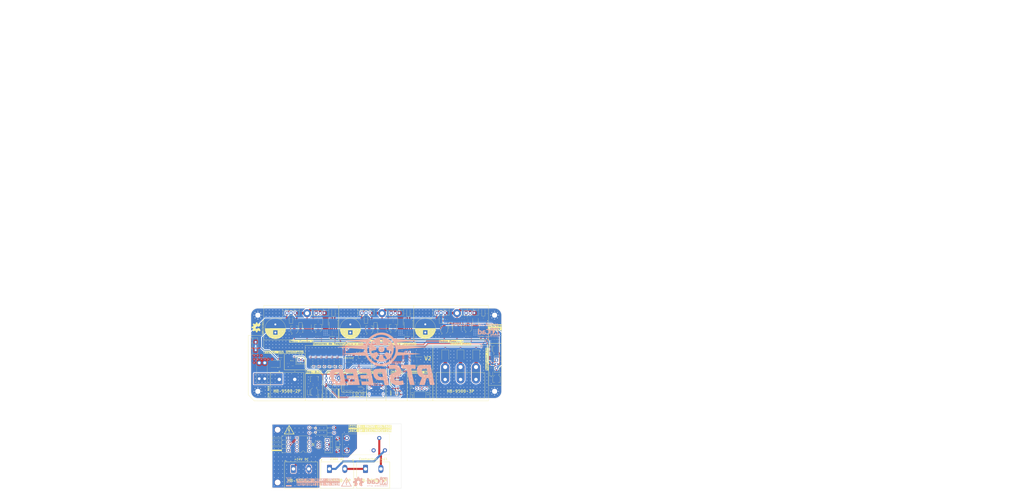
<source format=kicad_pcb>
(kicad_pcb (version 20241229) (generator "pcbnew") (generator_version "9.0")
  (title_block (title "RTSpeed") (date "2025-05-18") (rev "v1.0") (company "Adrián Teixeira de Uña"))
  (layers (0 "F.Cu" mixed) (4 "In1.Cu" power) (6 "In2.Cu" power) (2 "B.Cu" mixed) (13 "F.Paste" user) (15 "B.Paste" user) (5 "F.SilkS" user "F.Silkscreen") (7 "B.SilkS" user "B.Silkscreen") (1 "F.Mask" user) (3 "B.Mask" user) (25 "Edge.Cuts" user))
  (net 0 "")
  (net 1 "GND")
  (net 2 "+5V")
  (net 3 "+3V3")
  (net 4 "/BOOT0")
  (net 5 "Net-(U3-REFin{slash}REFout)")
  (net 6 "VDDA")
  (net 7 "/NRST")
  (net 8 "/HSE_1")
  (net 9 "/HSE_2")
  (net 10 "/LSE_1")
  (net 11 "/LSE_2")
  (net 12 "/VCAP1")
  (net 13 "/Sensores/12V_SENS")
  (net 14 "/PC13")
  (net 15 "/USB_CC1")
  (net 16 "/USB_CC2")
  (net 17 "/SWSCK")
  (net 18 "/SWDIO")
  (net 19 "Net-(Q1-G)")
  (net 20 "Net-(Q2-G)")
  (net 21 "Net-(Q3-G)")
  (net 22 "/USB_N")
  (net 23 "/USB_P")
  (net 24 "/PA0")
  (net 25 "/PB4")
  (net 26 "/PB12")
  (net 27 "/PB0")
  (net 28 "/PB7")
  (net 29 "/PB13")
  (net 30 "/PB3")
  (net 31 "/PA3")
  (net 32 "/PB14")
  (net 33 "/PB10")
  (net 34 "/PA8")
  (net 35 "/PA9")
  (net 36 "/PA1")
  (net 37 "/PA2")
  (net 38 "/PB1")
  (net 39 "/PA7")
  (net 40 "/PA10")
  (net 41 "/PB6")
  (net 42 "/PA6")
  (net 43 "/PA5")
  (net 44 "/PA15")
  (net 45 "/I2C_SCL")
  (net 46 "/I2C_SDA")
  (net 47 "/PB5")
  (net 48 "/PA4")
  (net 49 "/PB15")
  (net 50 "+12V")
  (net 51 "+24V")
  (net 52 "/Sensores/24V_SENS")
  (net 53 "Net-(Q4-G)")
  (net 54 "Net-(Q5-G)")
  (net 55 "Net-(Q6-G)")
  (net 57 "/Medio-Puente-U/PHASE_OUT")
  (net 58 "/Medio-Puente-U/VB")
  (net 59 "/Medio-Puente-U/Shunt")
  (net 60 "/USB_R_N")
  (net 62 "/USB_R_P")
  (net 63 "Net-(D21-K)")
  (net 64 "/PB2")
  (net 65 "/V_DIV_3")
  (net 66 "/V_DIV_12")
  (net 67 "Net-(D24-K)")
  (net 68 "/5V fused")
  (net 69 "/24V fused")
  (net 70 "/24V in")
  (net 71 "VDC")
  (net 72 "Net-(D29-K)")
  (net 73 "/Medio-Puente-V/PHASE_OUT")
  (net 74 "/Medio-Puente-V/VB")
  (net 75 "/Medio-Puente-V/Shunt")
  (net 76 "/Medio-Puente-W/PHASE_OUT")
  (net 77 "Net-(Q7-G)")
  (net 78 "/Medio-Puente-W/VB")
  (net 79 "/Medio-Puente-W/Shunt")
  (net 80 "/Sensores/T1")
  (net 81 "/Sensores/T2")
  (net 82 "/Sensores/T3")
  (net 83 "/Sensores/T4")
  (net 84 "/Sensores/T5")
  (net 85 "/Sensores/T6")
  (net 86 "/Sensores/S1")
  (net 87 "/Sensores/S2")
  (net 88 "/Sensores/S3")
  (net 89 "/Sensores/S4")
  (net 94 "Net-(D1-A)")
  (net 95 "Net-(D20-K)")
  (net 96 "Net-(D28-K)")
  (net 97 "Net-(D2-A)")
  (net 98 "Net-(D3-A)")
  (net 99 "Net-(D4-A)")
  (net 100 "Net-(D25-K)")
  (net 101 "Net-(D12-A2)")
  (net 102 "Net-(D13-A2)")
  (net 103 "Net-(Q1-D)")
  (net 104 "Net-(D14-A2)")
  (net 105 "Net-(R29-Pad2)")
  (net 106 "Net-(U5-HO)")
  (net 107 "Net-(U5-LO)")
  (net 108 "Net-(R40-Pad1)")
  (net 109 "Net-(R40-Pad2)")
  (net 110 "Net-(D32-A)")
  (net 111 "Net-(U7-HO)")
  (net 112 "Net-(U7-LO)")
  (net 113 "Net-(R51-Pad2)")
  (net 114 "Net-(R51-Pad1)")
  (net 115 "/Contactor-Control/SCL")
  (net 116 "Net-(U9-HO)")
  (net 117 "Net-(U9-LO)")
  (net 118 "/Contactor-Control/SDA")
  (net 119 "/Contactor-Control/Neutral")
  (net 120 "Net-(D10-A)")
  (net 121 "/Contactor-Control/Phase")
  (net 122 "/Contactor-Control/Cont Ctrl")
  (net 124 "Net-(Q8-B)")
  (net 125 "/Sensores/S5")
  (net 126 "/Sensores/S6")
  (net 127 "Net-(Q8-C)")
  (net 128 "Net-(R15-Pad2)")
  (net 129 "Net-(R19-Pad2)")
  (net 130 "Net-(R20-Pad2)")
  (net 131 "Net-(R29-Pad1)")
  (net 132 "Net-(R31-Pad1)")
  (net 133 "Net-(R42-Pad1)")
  (net 134 "Net-(R53-Pad1)")
  (net 135 "Net-(U11-XTAL2{slash}PB4)")
  (footprint "Capacitor_SMD:C_0603_1608Metric" (layer "F.Cu") (at 151.806 97.137 90)
    (property "Reference" "C7" (hide yes))
    (property "Value" "100n")
  )
  (footprint "Resistor_SMD:R_0603_1608Metric" (layer "F.Cu") (at 117.199 79.229 180)
    (property "Reference" "R31" (hide yes))
    (property "Value" "10k")
  )
  (footprint "Resistor_SMD:R_0603_1608Metric" (layer "F.Cu") (at 166.6538 110.855 180)
    (property "Reference" "R21" (hide yes))
    (property "Value" "10k")
  )
  (footprint "Capacitor_SMD:C_0603_1608Metric" (layer "F.Cu") (at 165.967 79.991 -90)
    (property "Reference" "C34" (hide yes))
    (property "Value" "100n")
  )
  (footprint "MountingHole:MountingHole_2.5mm_Pad_TopBottom" (layer "F.Cu") (at 205.8714 100.5)
    (property "Reference" "J4" (hide yes))
    (property "Value" "-")
  )
  (footprint "Capacitor_SMD:C_0603_1608Metric" (layer "F.Cu") (at 212.195 79.935 -90)
    (property "Reference" "C44" (hide yes))
    (property "Value" "100n")
  )
  (footprint "Resistor_SMD:R_0603_1608Metric" (layer "F.Cu") (at 111.80198 95.424)
    (property "Reference" "R64" (hide yes))
    (property "Value" "22R")
  )
  (footprint "Capacitor_SMD:C_0603_1608Metric" (layer "F.Cu") (at 133.837 88.693)
    (property "Reference" "C16" (hide yes))
    (property "Value" "100n")
  )
  (footprint "Resistor_SMD:R_0603_1608Metric" (layer "F.Cu") (at 90.055 98.284 90)
    (property "Reference" "R13" (hide yes))
    (property "Value" "10k")
  )
  (footprint "LED_SMD:LED_0805_2012Metric" (layer "F.Cu") (at 109.834 118.03 90)
    (property "Reference" "D1" (hide yes))
    (property "Value" "GREEN")
  )
  (footprint "Resistor_SMD:R_0805_2012Metric" (layer "F.Cu") (at 181.715 71.172001 90)
    (property "Reference" "R54" (hide yes))
    (property "Value" "10R")
  )
  (footprint "Diode_SMD:D_SMB" (layer "F.Cu") (at 81.513 98.599 180)
    (property "Reference" "D5" (hide yes))
    (property "Value" "SMBJ28CA")
  )
  (footprint "TFG-Brushless-ESC:temp sensor" (layer "F.Cu") (at 118.40598 100.25 180)
    (property "Reference" "TH3" (hide yes))
    (property "Value" "10k")
  )
  (footprint "LED_SMD:LED_0805_2012Metric" (layer "F.Cu") (at 85.704 93.519)
    (property "Reference" "D4" (hide yes))
    (property "Value" "GREEN")
  )
  (footprint "Resistor_SMD:R_0603_1608Metric" (layer "F.Cu") (at 215.244 94.198 180)
    (property "Reference" "R19" (hide yes))
    (property "Value" "390R 1%")
  )
  (footprint "ESC-TFG-KiCad:SPDT" (layer "F.Cu") (at 156.951 109.775)
    (property "Reference" "SW2" (hide yes))
    (property "Value" "NRST")
  )
  (footprint "Package_TO_SOT_SMD:SOT-89-3" (layer "F.Cu") (at 106.151 107.616 90)
    (property "Reference" "U2" (hide yes))
    (property "Value" "LM317L")
  )
  (footprint "Capacitor_SMD:CP_Elec_4x5.4" (layer "F.Cu") (at 93.831 77.451 90)
    (property "Reference" "C21" (hide yes))
    (property "Value" "2.2u")
  )
  (footprint "Connector_JST:JST_PH_B2B-PH-K_1x02_P2.00mm_Vertical" (layer "F.Cu") (at 96.77425 96.059)
    (property "Reference" "L2")
    (property "Value" "40mm fan")
  )
  (footprint "Inductor_SMD:L_0805_2012Metric" (layer "F.Cu") (at 163.682 89.963 180)
    (property "Reference" "L1" (hide yes))
    (property "Value" "10u")
  )
  (footprint "Resistor_SMD:R_0603_1608Metric" (layer "F.Cu") (at 209.655 79.173 180)
    (property "Reference" "R53" (hide yes))
    (property "Value" "10k")
  )
  (footprint "Resistor_SMD:R_0603_1608Metric" (layer "F.Cu") (at 109.834 114.728 -90)
    (property "Reference" "R1" (hide yes))
    (property "Value" "1k")
  )
  (footprint "Capacitor_SMD:CP_Elec_4x5.4" (layer "F.Cu") (at 201.019 76.379 90)
    (property "Reference" "C45" (hide yes))
    (property "Value" "10u")
  )
  (footprint "Resistor_SMD:R_0603_1608Metric" (layer "F.Cu") (at 154.283 69.577001 180)
    (property "Reference" "R46" (hide yes))
    (property "Value" "10k")
  )
  (footprint "Package_TO_SOT_THT:TO-220-3_Vertical" (layer "F.Cu") (at 218.49 96.208 -90)
    (property "Reference" "U4" (hide yes))
    (property "Value" "LM317")
  )
  (footprint "Diode_SMD:D_SOD-323_HandSoldering" (layer "F.Cu") (at 214.863 89.499 -90)
    (property "Reference" "D18" (hide yes))
    (property "Value" "SD12CT1")
  )
  (footprint "Package_DFN_QFN:QFN-48-1EP_7x7mm_P0.5mm_EP5.6x5.6mm" (layer "F.Cu") (at 156.759 93.708 180)
    (property "Reference" "U1" (hide yes))
    (property "Value" "STM32F411CEUx")
  )
  (footprint "Diode_SMD:D_SOD-123" (layer "F.Cu") (at 184.255 71.172001 90)
    (property "Reference" "D28" (hide yes))
    (property "Value" "1N4148")
  )
  (footprint "Package_SO:TSSOP-16_4.4x5mm_P0.65mm" (layer "F.Cu") (at 127.5475 90.979)
    (property "Reference" "U3" (hide yes))
    (property "Value" "ADS7830")
  )
  (footprint "Resistor_SMD:R_0603_1608Metric" (layer "F.Cu") (at 153.775 81.515 90)
    (property "Reference" "R48" (hide yes))
    (property "Value" "1k 1%")
  )
  (footprint "Resistor_SMD:R_0603_1608Metric" (layer "F.Cu") (at 134.345 105.584)
    (property "Reference" "R16" (hide yes))
    (property "Value" "1k")
  )
  (footprint "MountingHole:MountingHole_2.5mm_Pad_TopBottom" (layer "F.Cu") (at 194.161 67.235001)
    (property "Reference" "J11" (hide yes))
    (property "Value" "-")
  )
  (footprint "Resistor_SMD:R_0603_1608Metric" (layer "F.Cu") (at 140.059 71.228001 90)
    (property "Reference" "R39" (hide yes))
    (property "Value" "330R")
  )
  (footprint "Resistor_SMD:R_0603_1608Metric" (layer "F.Cu") (at 166.221 67.545001 90)
    (property "Reference" "R41" (hide yes))
    (property "Value" "330R")
  )
  (footprint "TFG-Brushless-ESC:temp sensor" (layer "F.Cu") (at 105.19798 100.25 180)
    (property "Reference" "TH1" (hide yes))
    (property "Value" "10k")
  )
  (footprint "Diode_SMD:D_SOD-123" (layer "F.Cu") (at 164.189 66.783001 90)
    (property "Reference" "D25" (hide yes))
    (property "Value" "1N4148")
  )
  (footprint "Capacitor_SMD:C_0603_1608Metric" (layer "F.Cu") (at 97.641 79.483 -90)
    (property "Reference" "C22" (hide yes))
    (property "Value" "100n")
  )
  (footprint "Package_TO_SOT_THT:TO-220-3_Vertical" (layer "F.Cu") (at 135.487 67.22)
    (property "Reference" "Q4" (hide yes))
    (property "Value" "IRFB4321")
  )
  (footprint "Resistor_SMD:R_0603_1608Metric" (layer "F.Cu") (at 216.006 96.484 -90)
    (property "Reference" "R18" (hide yes))
    (property "Value" "10k 1%")
  )
  (footprint "LED_SMD:LED_0805_2012Metric" (layer "F.Cu") (at 152.9295 100.628 180)
    (property "Reference" "D2" (hide yes))
    (property "Value" "GREEN")
  )
  (footprint "Capacitor_SMD:CP_Elec_4x5.4" (layer "F.Cu") (at 106.151 115.744 -90)
    (property "Reference" "C14" (hide yes))
    (property "Value" "10u")
  )
  (footprint "Capacitor_SMD:C_0603_1608Metric" (layer "F.Cu") (at 95.355 71.228 90)
    (property "Reference" "C23" (hide yes))
    (property "Value" "1n")
  )
  (footprint "Resistor_SMD:R_0603_1608Metric" (layer "F.Cu") (at 219.562 80.311 -90)
    (property "Reference" "R73" (hide yes))
    (property "Value" "10k 1%")
  )
  (footprint "Resistor_SMD:R_0603_1608Metric" (layer "F.Cu") (at 163.427 79.229 180)
    (property "Reference" "R42" (hide yes))
    (property "Value" "10k")
  )
  (footprint "MountingHole:MountingHole_3.2mm_M3_Pad_Via" (layer "F.Cu") (at 71.353 115.49)
    (property "Reference" "H1" (hide yes))
    (property "Value" "M3")
  )
  (footprint "Diode_SMD:D_SOD-323_HandSoldering" (layer "F.Cu") (at 163.935 82.531)
    (property "Reference" "D27" (hide yes))
    (property "Value" "DESD5V0U1BA")
  )
  (footprint "Resistor_SMD:R_0603_1608Metric" (layer "F.Cu") (at 115.10398 97.075 180)
    (property "Reference" "R67" (hide yes))
    (property "Value" "10k 1%")
  )
  (footprint "Fuse:Fuse_1812_4532Metric" (layer "F.Cu") (at 134.345 110.664 180)
    (property "Reference" "F3" (hide yes))
    (property "Value" "2A")
  )
  (footprint "Capacitor_SMD:C_0603_1608Metric" (layer "F.Cu") (at 215.244 108.549 -90)
    (property "Reference" "C15" (hide yes))
    (property "Value" "100n")
  )
  (footprint "ESC-TFG-KiCad:OMRON G2R-1" (layer "F.Cu") (at 126.228 144.325)
    (property "Reference" "K1" (hide yes))
    (property "Value" "Relay 24VDC")
  )
  (footprint "TFG-Brushless-ESC:temp sensor" (layer "F.Cu") (at 115.10398 100.25 180)
    (property "Reference" "TH5" (hide yes))
    (property "Value" "10k")
  )
  (footprint "Connector_USB:USB_C_Receptacle_XKB_U262-16XN-4BVC11" (layer "F.Cu") (at 144.353 116.156)
    (property "Reference" "J2" (hide yes))
    (property "Value" "USB C Receptacle")
  )
  (footprint "Resistor_SMD:R_0603_1608Metric" (layer "F.Cu") (at 117.961 70.085 180)
    (property "Reference" "R29" (hide yes))
    (property "Value" "1k5")
  )
  (footprint "Resistor_SMD:R_0603_1608Metric" (layer "F.Cu") (at 105.389 111.426 180)
    (property "Reference" "R17" (hide yes))
    (property "Value" "240R 1%")
  )
  (footprint "Capacitor_SMD:C_0603_1608Metric" (layer "F.Cu") (at 105.19798 98.726 180)
    (property "Reference" "C51" (hide yes))
    (property "Value" "100n")
  )
  (footprint "Package_TO_SOT_THT:TO-220-3_Vertical" (layer "F.Cu") (at 107.293 67.22)
    (property "Reference" "Q3" (hide yes))
    (property "Value" "IRFB4321")
  )
  (footprint "Capacitor_SMD:C_0603_1608Metric" (layer "F.Cu") (at 166.97 93.581)
    (property "Reference" "C1" (hide yes))
    (property "Value" "20p")
  )
  (footprint "Capacitor_SMD:C_0603_1608Metric" (layer "F.Cu") (at 108.691 111.426)
    (property "Reference" "C12" (hide yes))
    (property "Value" "100n")
  )
  (footprint "Resistor_SMD:R_0603_1608Metric" (layer "F.Cu") (at 111.80198 97.075 180)
    (property "Reference" "R61" (hide yes))
    (property "Value" "10k 1%")
  )
  (footprint "Capacitor_SMD:CP_Elec_4x5.4" (layer "F.Cu") (at 218.546 107.765 -90)
    (property "Reference" "C18" (hide yes))
    (property "Value" "10u")
  )
  (footprint "Resistor_SMD:R_0603_1608Metric" (layer "F.Cu") (at 128.3725 97.583 -90)
    (property "Reference" "R25" (hide yes))
    (property "Value" "10k")
  )
  (footprint "Resistor_SMD:R_0603_1608Metric" (layer "F.Cu") (at 171.3782 110.093 -90)
    (property "Reference" "R23" (hide yes))
    (property "Value" "10k")
  )
  (footprint "Resistor_SMD:R_0603_1608Metric" (layer "F.Cu") (at 118.40598 95.424)
    (property "Reference" "R65" (hide yes))
    (property "Value" "22R")
  )
  (footprint "Capacitor_SMD:C_0603_1608Metric" (layer "F.Cu") (at 209.655 80.697)
    (property "Reference" "C48" (hide yes))
    (property "Value" "10p")
  )
  (footprint "Capacitor_SMD:C_0603_1608Metric" (layer "F.Cu") (at 143.869 79.483 -90)
    (property "Reference" "C32" (hide yes))
    (property "Value" "100n")
  )
  (footprint "Diode_SMD:D_SOD-123" (layer "F.Cu") (at 91.799 71.228 90)
    (property "Reference" "D20" (hide yes))
    (property "Value" "1N4148")
  )
  (footprint "Capacitor_SMD:C_0603_1608Metric" (layer "F.Cu") (at 141.583 71.228001 90)
    (property "Reference" "C33" (hide yes))
    (property "Value" "1n")
  )
  (footprint "Oscillator:Oscillator_SMD_Abracon_ASE-4Pin_3.2x2.5mm" (layer "F.Cu") (at 170.653 92.692)
    (property "Reference" "Y1" (hide yes))
    (property "Value" "25MHz")
  )
  (footprint "Resistor_SMD:R_0603_1608Metric" (layer "F.Cu") (at 128.249 105.584)
    (property "Reference" "R15" (hide yes))
    (property "Value" "1k")
  )
  (footprint "Resistor_SMD:R_0603_1608Metric" (layer "F.Cu") (at 121.70798 97.075 180)
    (property "Reference" "R68" (hide yes))
    (property "Value" "10k 1%")
  )
  (footprint "MountingHole:MountingHole_2.5mm_Pad_TopBottom" (layer "F.Cu") (at 101.705 67.291)
    (property "Reference" "J9" (hide yes))
    (property "Value" "-")
  )
  (footprint "Resistor_SMD:R_0603_1608Metric" (layer "F.Cu") (at 126.7215 97.583 -90)
    (property "Reference" "R26" (hide yes))
    (property "Value" "10k")
  )
  (footprint "Package_TO_SOT_THT:TO-220-3_Vertical" (layer "F.Cu") (at 114.091 145.8136 -90)
    (property "Reference" "Q9" (hide yes))
    (property "Value" "IRFB4321")
  )
  (footprint "Symbol:Symbol_HighVoltage_Triangle_6x6mm_Copper" (layer "F.Cu") (at 90.657 139.2096)
    (property "Reference" "REF**" (hide yes))
    (property "Value" "Symbol_HighVoltage_Triangle_6x6mm_Copper" (hide yes))
  )
  (footprint "Package_TO_SOT_SMD:SOT-523" (layer "F.Cu") (at 128.376 117.903)
    (property "Reference" "D19" (hide yes))
    (property "Value" "D5V0L2B3T")
  )
  (footprint "Resistor_SMD:R_0603_1608Metric" (layer "F.Cu") (at 108.563 72.117 180)
    (property "Reference" "R36" (hide yes))
    (property "Value" "10k 1%")
  )
  (footprint "Package_TO_SOT_SMD:SOT-23" (layer "F.Cu") (at 92.849 98.284)
    (property "Reference" "Q1" (hide yes))
    (property "Value" "DMG3402L")
  )
  (footprint "Resistor_SMD:R_0603_1608Metric" (layer "F.Cu") (at 105.19798 97.075 180)
    (property "Reference" "R60" (hide yes))
    (property "Value" "10k 1%")
  )
  (footprint "Resistor_SMD:R_0603_1608Metric" (layer "F.Cu") (at 108.055 69.577 180)
    (property "Reference" "R35" (hide yes))
    (property "Value" "10k")
  )
  (footprint "Resistor_SMD:R_0603_1608Metric" (layer "F.Cu") (at 201.019 72.061001 180)
    (property "Reference" "R58" (hide yes))
    (property "Value" "10k 1%")
  )
  (footprint "Capacitor_THT:CP_Radial_D12.5mm_P5.00mm" (layer "F.Cu") (at 82.148 74.205 -90)
    (property "Reference" "C29" (hide yes))
    (property "Value" "1000u")
  )
  (footprint "Crystal:Crystal_SMD_3215-2Pin_3.2x1.5mm" (layer "F.Cu") (at 166.6538 96.6392 -90)
    (property "Reference" "Y2" (hide yes))
    (property "Value" "32.768kHz")
  )
  (footprint "Resistor_SMD:R_0603_1608Metric" (layer "F.Cu") (at 176.0518 110.855)
    (property "Reference" "R24" (hide yes))
    (property "Value" "10k")
  )
  (footprint "Resistor_SMD:R_0805_2012Metric" (layer "F.Cu") (at 197.971 70.537001 -90)
    (property "Reference" "R55" (hide yes))
    (property "Value" "10R")
  )
  (footprint "Package_TO_SOT_THT:TO-220-3_Vertical" (layer "F.Cu") (at 199.749 67.164001)
    (property "Reference" "Q7" (hide yes))
    (property "Value" "IRFB4321")
  )
  (footprint "Capacitor_SMD:CP_Elec_4x5.4" (layer "F.Cu") (at 135.615 92.884 -90)
    (property "Reference" "C19" (hide yes))
    (property "Value" "10u")
  )
  (footprint "Capacitor_SMD:C_0603_1608Metric" (layer "F.Cu") (at 197.717 76.125 90)
    (property "Reference" "C47" (hide yes))
    (property "Value" "100n")
  )
  (footprint "MountingHole:MountingHole_3.2mm_M3_Pad_Via" (layer "F.Cu") (at 217.353 68.49)
    (property "Reference" "H3" (hide yes))
    (property "Value" "M3")
  )
  (footprint "Resistor_SMD:R_0603_1608Metric" (layer "F.Cu") (at 190.351 66.092001 90)
    (property "Reference" "R56" (hide yes))
    (property "Value" "10k")
  )
  (footprint "Capacitor_SMD:CP_Elec_4x5.4" (layer "F.Cu") (at 108.563 76.435 90)
    (property "Reference" "C25" (hide yes))
    (property "Value" "10u")
  )
  (footprint "Capacitor_SMD:C_0603_1608Metric" (layer "F.Cu") (at 216.26 83.486 -90)
    (property "Reference" "C57" (hide yes))
    (property "Value" "100n")
  )
  (footprint "Package_SO:SOIC-8_3.9x4.9mm_P1.27mm" (layer "F.Cu") (at 101.705 76.181 90)
    (property "Reference" "U5" (hide yes))
    (property "Value" "IR2103")
  )
  (footprint "Diode_SMD:D_SOD-123" (layer "F.Cu") (at 138.027 71.228001 90)
    (property "Reference" "D24" (hide yes))
    (property "Value" "1N4148")
  )
  (footprint "Resistor_SMD:R_0603_1608Metric" (layer "F.Cu") (at 154.791 72.117001 180)
    (property "Reference" "R47" (hide yes))
    (property "Value" "10k 1%")
  )
  (footprint "MountingHole:MountingHole_3.2mm_M3" (layer "F.Cu") (at 156.189 171.7216)
    (property "Reference" "H9" (hide yes))
    (property "Value" "M3")
  )
  (footprint "Resistor_SMD:R_0805_2012Metric" (layer "F.Cu") (at 151.743 70.593001 -90)
    (property "Reference" "R44" (hide yes))
    (property "Value" "10R")
  )
  (footprint "Capacitor_SMD:C_0603_1608Metric" (layer "F.Cu") (at 152.441 88.501 180)
    (property "Reference" "C8" (hide yes))
    (property "Value" "2u2 X7R Ceramic")
  )
  (footprint "Resistor_SMD:R_0603_1608Metric" (layer "F.Cu") (at 210.417 70.029001 180)
    (property "Reference" "R51" (hide yes))
    (property "Value" "1k5")
  )
  (footprint "Capacitor_SMD:C_0603_1608Metric" (layer "F.Cu") (at 150.917 90.025 180)
    (property "Reference" "C10" (hide yes))
    (property "Value" "100n")
  )
  (footprint "Resistor_SMD:R_0603_1608Metric" (layer "F.Cu") (at 119.993 67.545 90)
    (property "Reference" "R30" (hide yes))
    (property "Value" "330R")
  )
  (footprint "Capacitor_SMD:C_0603_1608Metric" (layer "F.Cu") (at 108.49998 98.726 180)
    (property "Reference" "C54" (hide yes))
    (property "Value" "100n")
  )
  (footprint "Capacitor_SMD:C_0603_1608Metric" (layer "F.Cu") (at 155.3 113.839)
    (property "Reference" "C6" (hide yes))
    (property "Value" "100n")
  )
  (footprint "Connector_PinHeader_2.54mm:PinHeader_2x04_P2.54mm_Horizontal" (layer "F.Cu") (at 121.153 107.34 -90)
    (property "Reference" "J7" (hide yes))
    (property "Value" "SWD-I^{2}C")
  )
  (footprint "Resistor_SMD:R_0603_1608Metric" (layer "F.Cu") (at 217.911 83.486 -90)
    (property "Reference" "R74" (hide yes))
    (property "Value" "240R 1%")
  )
  (footprint "Capacitor_SMD:C_0603_1608Metric" (layer "F.Cu") (at 158.602 107.235 180)
    (property "Reference" "C3" (hide yes))
    (property "Value" "100n")
  )
  (footprint "Resistor_SMD:R_0603_1608Metric" (layer "F.Cu") (at 186.287 71.172001 90)
    (property "Reference" "R50" (hide yes))
    (property "Value" "330R")
  )
  (footprint "Resistor_THT:R_Axial_DIN0207_L6.3mm_D2.5mm_P15.24mm_Horizontal" (layer "F.Cu") (at 118.343 137.9396 180)
    (property "Reference" "R77" (hide yes))
    (property "Value" "10k")
  )
  (footprint "TFG-Brushless-ESC:temp sensor" (layer "F.Cu") (at 111.80198 100.25 180)
    (property "Reference" "TH2" (hide yes))
    (property "Value" "10k")
  )
  (footprint "Package_TO_SOT_THT:TO-220-3_Vertical" (layer "F.Cu") (at 70.012 90.09 90)
    (property "Reference" "D6" (hide yes))
    (property "Value" "STPS40170C")
  )
  (footprint "Diode_SMD:D_SOD-123" (layer "F.Cu") (at 143.869 75.419 -90)
    (property "Reference" "D26" (hide yes))
    (property "Value" "1N4148")
  )
  (footprint "Resistor_SMD:R_0603_1608Metric" (layer "F.Cu") (at 200.003 81.459 90)
    (property "Reference" "R59" (hide yes))
    (property "Value" "1k 1%")
  )
  (footprint "ESC-TFG-KiCad:SPDT" (layer "F.Cu") (at 156.951 116.379)
    (property "Reference" "SW1" (hide yes))
    (property "Value" "BOOT0")
  )
  (footprint "Resistor_SMD:R_0603_1608Metric" (layer "F.Cu") (at 214.482 96.484 -90)
    (property "Reference" "R20" (hide yes))
    (property "Value" "390R 1%")
  )
  (footprint "Capacitor_SMD:C_0603_1608Metric" (layer "F.Cu") (at 190.097 79.427 -90)
    (property "Reference" "C42" (hide yes))
    (property "Value" "100n")
  )
  (footprint "MountingHole:MountingHole_3.2mm_M3_Pad_Via" (layer "F.Cu") (at 71.353 68.49)
    (property "Reference" "H2" (hide yes))
    (property "Value" "M3")
  )
  (footprint "Diode_SMD:D_SMB" (layer "F.Cu") (at 196.321 93.5912 -90)
    (property "Reference" "D13" (hide yes))
    (property "Value" "SMBJ28CA")
  )
  (footprint "Connector_JST:JST_PH_S5B-PH-K_1x05_P2.00mm_Horizontal" (layer "F.Cu") (at 167.353 113.64)
    (property "Reference" "J8" (hide yes))
    (property "Value" "SENSORES HALL")
  )
  (footprint "Resistor_SMD:R_0603_1608Metric" (layer "F.Cu") (at 102.595 110.664 90)
    (property "Reference" "R14" (hide yes))
    (property "Value" "390R 1%")
  )
  (footprint "ESC-TFG-KiCad:Barrier_1x02" (layer "F.Cu") (at 142.473 167.175)
    (property "Reference" "J15" (hide yes))
    (property "Value" "Contactor Coil")
  )
  (footprint "Capacitor_SMD:C_0603_1608Metric" (layer "F.Cu") (at 169.397 95.8464)
    (property "Reference" "C4" (hide yes))
    (property "Value" "15p")
  )
  (footprint "LED_SMD:LED_0805_2012Metric" (layer "F.Cu") (at 215.244 104.358 90)
    (property "Reference" "D3" (hide yes))
    (property "Value" "GREEN")
  )
  (footprint "Diode_SMD:D_SOD-123" (layer "F.Cu") (at 117.961 66.783 90)
    (property "Reference" "D21" (hide yes))
    (property "Value" "1N4148")
  )
  (footprint "Capacitor_SMD:C_0603_1608Metric" (layer "F.Cu") (at 121.70798 98.726 180)
    (property "Reference" "C56" (hide yes))
    (property "Value" "100n")
  )
  (footprint "MountingHole:MountingHole_2.5mm_Pad_TopBottom" (layer "F.Cu") (at 147.933 67.291001)
    (property "Reference" "J10" (hide yes))
    (property "Value" "-")
  )
  (footprint "Resistor_SMD:R_0603_1608Metric" (layer "F.Cu") (at 164.189 70.085001 180)
    (property "Reference" "R40" (hide yes))
    (property "Value" "1k5")
  )
  (footprint "Resistor_SMD:R_0603_1608Metric" (layer "F.Cu") (at 214.482 101.056 -90)
    (property "Reference" "R6" (hide yes))
    (property "Value" "10k")
  )
  (footprint "Capacitor_SMD:C_0603_1608Metric" (layer "F.Cu") (at 216.26 80.311 -90)
    (property "Reference" "C58" (hide yes))
    (property "Value" "100n")
  )
  (footprint "Capacitor_SMD:C_0603_1608Metric" (layer "F.Cu") (at 155.807 81.515 -90)
    (property "Reference" "C40" (hide yes))
    (property "Value" "100n")
  )
  (footprint "Capacitor_SMD:C_0603_1608Metric" (layer "F.Cu") (at 169.397 97.472)
    (property "Reference" "C2" (hide yes))
    (property "Value" "15p")
  )
  (footprint "Capacitor_SMD:CP_Elec_4x5.4" (layer "F.Cu") (at 140.059 77.451 90)
    (property "Reference" "C31" (hide yes))
    (property "Value" "2.2u")
  )
  (footprint "Capacitor_SMD:C_0603_1608Metric" (layer "F.Cu") (at 132.313 93.392 -90)
    (property "Reference" "C17" (hide yes))
    (property "Value" "100n")
  )
  (footprint "Diode_THT:D_DO-35_SOD27_P7.62mm_Horizontal" (layer "F.Cu") (at 120.629 152.1636 90)
    (property "Reference" "D32" (hide yes))
    (property "Value" "1N4148")
  )
  (footprint "Resistor_SMD:R_0603_1608Metric" (layer "F.Cu") (at 144.123 66.148001 90)
    (property "Reference" "R45" (hide yes))
    (property "Value" "10k")
  )
  (footprint "Resistor_SMD:R_2512_6332Metric" (layer "F.Cu") (at 113.135 72.625 -90)
    (property "Reference" "R27" (hide yes))
    (property "Value" "2mR 1%")
  )
  (footprint "Resistor_SMD:R_0603_1608Metric" (layer "F.Cu") (at 118.40598 97.075 180)
    (property "Reference" "R62" (hide yes))
    (property "Value" "10k 1%")
  )
  (footprint "Connector_PinHeader_2.54mm:PinHeader_1x04_P2.54mm_Horizontal" (layer "F.Cu") (at 90.216 151.9096 180)
    (property "Reference" "J12" (hide yes))
    (property "Value" "I^{2}C")
  )
  (footprint "Resistor_SMD:R_0805_2012Metric" (layer "F.Cu") (at 92.849 95.49 180)
    (property "Reference" "R12" (hide yes))
    (property "Value" "10R")
  )
  (footprint "Resistor_SMD:R_0603_1608Metric" (layer "F.Cu") (at 215.244 98.77)
    (property "Reference" "R22" (hide yes))
    (property "Value" "390R 1%")
  )
  (footprint "Resistor_SMD:R_0603_1608Metric" (layer "F.Cu") (at 145.2924 106.6 -90)
    (property "Reference" "R11" (hide yes))
    (property "Value" "22R")
  )
  (footprint "Capacitor_SMD:C_0603_1608Metric" (layer "F.Cu") (at 115.929 67.545 90)
    (property "Reference" "C26" (hide yes))
    (property "Value" "1n")
  )
  (footprint "Capacitor_SMD:C_0603_1608Metric" (layer "F.Cu") (at 202.035 81.459 -90)
    (property "Reference" "C50" (hide yes))
    (property "Value" "100n")
  )
  (footprint "Resistor_SMD:R_0603_1608Metric" (layer "F.Cu") (at 108.49998 97.075 180)
    (property "Reference" "R66" (hide yes))
    (property "Value" "10k 1%")
  )
  (footprint "LED_SMD:LED_0805_2012Metric" (layer "F.Cu") (at 134.345 107.489)
    (property "Reference" "D10" (hide yes))
    (property "Value" "GREEN")
  )
  (footprint "Resistor_SMD:R_0603_1608Metric" (layer "F.Cu") (at 155.3 107.235)
    (property "Reference" "R4" (hide yes))
    (property "Value" "10k")
  )
  (footprint "TFG-Brushless-ESC:Barrier_1x03" (layer "F.Cu") (at 196.353 111.99)
    (property "Reference" "J3" (hide yes))
    (property "Value" "MOTOR")
  )
  (footprint "Resistor_SMD:R_0603_1608Metric" (layer "F.Cu") (at 93.831 71.228 90)
    (property "Reference" "R28" (hide yes))
    (property "Value" "330R")
  )
  (footprint "Resistor_SMD:R_0603_1608Metric" (layer "F.Cu") (at 217.911 80.311 90)
    (property "Reference" "R75" (hide yes))
    (property "Value" "1k 1%")
  )
  (footprint "Resistor_SMD:R_2512_6332Metric" (layer "F.Cu") (at 205.591 72.569001 -90)
    (property "Reference" "R49" (hide yes))
    (property "Value" "2mR 1%")
  )
  (footprint "Capacitor_THT:CP_Radial_D12.5mm_P5.00mm" (layer "F.Cu") (at 174.604 74.149 -90)
    (property "Reference" "C49" (hide yes))
    (property "Value" "1000u")
  )
  (footprint "Capacitor_SMD:C_0603_1608Metric" (layer "F.Cu") (at 115.10398 98.726 180)
    (property "Reference" "C55" (hide yes))
    (property "Value" "100n")
  )
  (footprint "Resistor_SMD:R_0603_1608Metric" (layer "F.Cu") (at 105.19798 95.424)
    (property "Reference" "R63" (hide yes))
    (property "Value" "22R")
  )
  (footprint "Package_SO:SOIC-8_3.9x4.9mm_P1.27mm" (layer "F.Cu") (at 194.161 76.125 90)
    (property "Reference" "U9" (hide yes))
    (property "Value" "IR2103")
  )
  (footprint "Resistor_THT:R_Axial_DIN0207_L6.3mm_D2.5mm_P15.24mm_Horizontal" (layer "F.Cu") (at 103.103 141.1146)
    (property "Reference" "R76" (hide yes))
    (property "Value" "1k")
  )
  (footprint "Resistor_SMD:R_0603_1608Metric" (layer "F.Cu") (at 158.602 113.839 180)
    (property "Reference" "R3" (hide yes))
    (property "Value" "10k")
  )
  (footprint "MountingHole:MountingHole_2.5mm_Pad_TopBottom" (layer "F.Cu") (at 196.321 100.5)
    (property "Reference" "J5" (hide yes))
    (property "Value" "-")
  )
  (footprint "Diode_SMD:D_SOD-323_HandSoldering" (layer "F.Cu") (at 117.707 82.531)
    (property "Reference" "D23" (hide yes))
    (property "Value" "DESD5V0U1BA")
  )
  (footprint "Package_SO:SOIC-8_3.9x4.9mm_P1.27mm" (layer "F.Cu") (at 147.933 76.181 90)
    (property "Reference" "U7" (hide yes))
    (property "Value" "IR2103")
  )
  (footprint "Resistor_SMD:R_0603_1608Metric" (layer "F.Cu") (at 200.511 69.521001 180)
    (property "Reference" "R57" (hide yes))
    (property "Value" "10k")
  )
  (footprint "MountingHole:MountingHole_3.2mm_M3" (layer "F.Cu") (at 83.545 171.7216)
    (property "Reference" "H5" (hide yes))
    (property "Value" "M3")
  )
  (footprint "Resistor_SMD:R_2512_6332Metric" (layer "F.Cu") (at 159.363 72.625001 -90)
    (property "Reference" "R38" (hide yes))
    (property "Value" "2mR 1%")
  )
  (footprint "Capacitor_SMD:CP_Elec_4x5.4" (layer "F.Cu") (at 154.791 76.435 90)
    (property "Reference" "C35" (hide yes))
    (property "Value" "10u")
  )
  (footprint "MountingHole:MountingHole_3.2mm_M3" (layer "F.Cu") (at 156.189 139.2096)
    (property "Reference" "H7" (hide yes))
    (property "Value" "M3")
  )
  (footprint "Resistor_SMD:R_0603_1608Metric" (layer "F.Cu") (at 97.895 66.148 90)
    (property "Reference" "R34" (hide yes))
    (property "Value" "10k")
  )
  (footprint "Resistor_SMD:R_0603_1608Metric" (layer "F.Cu") (at 85.704 95.424)
    (property "Reference" "R7" (hide yes))
    (property "Value" "10k")
  )
  (footprint "Capacitor_SMD:C_0603_1608Metric" (layer "F.Cu") (at 105.261 76.181 90)
    (property "Reference" "C27" (hide yes))
    (property "Value" "100n")
  )
  (footprint "Resistor_SMD:R_0603_1608Metric" (layer "F.Cu") (at 107.547 81.515 90)
    (property "Reference" "R37" (hide yes))
    (property "Value" "1k 1%")
  )
  (footprint "Capacitor_SMD:CP_Elec_4x5.4" (layer "F.Cu") (at 186.287 77.395 90)
    (property "Reference" "C41" (hide yes))
    (property "Value" "2.2u")
  )
  (footprint "Package_TO_SOT_THT:TO-220-3_Vertical" (layer "F.Cu") (at 89.259 67.22)
    (property "Reference" "Q2" (hide yes))
    (property "Value" "IRFB4321")
  )
  (footprint "Resistor_SMD:R_0805_2012Metric" (layer "F.Cu") (at 89.259 71.228 90)
    (property "Reference" "R32" (hide yes))
    (property "Value" "10R")
  )
  (footprint "Resistor_SMD:R_0603_1608Metric" (layer "F.Cu") (at 216.006 101.056 90)
    (property "Reference" "R5" (hide yes))
    (property "Value" "10k")
  )
  (footprint "Capacitor_SMD:C_0603_1608Metric" (layer "F.Cu") (at 166.97 92.057)
    (property "Reference" "C5" (hide yes))
    (property "Value" "20p")
  )
  (footprint "Capacitor_SMD:C_0603_1608Metric" (layer "F.Cu") (at 119.739 79.991 -90)
    (property "Reference" "C24" (hide yes))
    (property "Value" "100n")
  )
  (footprint "Diode_SMD:D_SMA" (layer "F.Cu") (at 127.741 113.204)
    (property "Reference" "D9" (hide yes))
    (property "Value" "B240A-13-F")
  )
  (footprint "Resistor_SMD:R_0603_1608Metric" (layer "F.Cu") (at 108.49998 95.424)
    (property "Reference" "R69" (hide yes))
    (property "Value" "22R")
  )
  (footprint "ESC-TFG-KiCad:Barrier_1x02" (layer "F.Cu") (at 120.248 167.175)
    (property "Reference" "J14" (hide yes))
    (property "Value" "230V AC")
  )
  (footprint "Resistor_SMD:R_0603_1608Metric" (layer "F.Cu") (at 140.187 109.648)
    (property "Reference" "R8" (hide yes))
    (property "Value" "5k1")
  )
  (footprint "Resistor_SMD:R_0805_2012Metric" (layer "F.Cu") (at 135.487 71.228001 90)
    (property "Reference" "R43" (hide yes))
    (property "Value" "10R")
  )
  (footprint "Resistor_SMD:R_0603_1608Metric" (layer "F.Cu") (at 143.5144 106.6 -90)
    (property "Reference" "R10" (hide yes))
    (property "Value" "22R")
  )
  (footprint "Capacitor_SMD:C_0603_1608Metric" (layer "F.Cu") (at 187.811 71.172001 90)
    (property "Reference" "C43" (hide yes))
    (property "Value" "1n")
  )
  (footprint "Capacitor_SMD:C_0603_1608Metric" (layer "F.Cu") (at 117.199 80.753)
    (property "Reference" "C28" (hide yes))
    (property "Value" "10p")
  )
  (footprint "Diode_SMD:D_SOD-323_HandSoldering" (layer "F.Cu") (at 134.345 113.966 180)
    (property "Reference" "D8" (hide yes))
    (property "Value" "DESD5V0U1BA")
  )
  (footprint "Package_TO_SOT_THT:TO-220-3_Vertical" (layer "F.Cu") (at 181.715 67.164)
    (property "Reference" "Q6" (hide yes))
    (property "Value" "IRFB4321")
  )
  (footprint "Package_TO_SOT_SMD:SOT-523" (layer "F.Cu") (at 173.3594 110.4486 90)
    (property "Reference" "D17" (hide yes))
    (property "Value" "D5V0L2B3T")
  )
  (footprint "Capacitor_SMD:C_0603_1608Metric" (layer "F.Cu") (at 166.984 89.963)
    (property "Reference" "C11" (hide yes))
    (property "Value" "100n")
  )
  (footprint "Capacitor_SMD:CP_Elec_4x5.4" (layer "F.Cu") (at 218.419 89.753 90)
    (property "Reference" "C20" (hide yes))
    (property "Value" "10u")
  )
  (footprint "Package_SO:SOIC-8_3.9x4.9mm_P1.27mm" (layer "F.Cu") (at 117.961 74.657 -90)
    (property "Reference" "U6" (hide yes))
    (property "Value" "INA826")
  )
  (footprint "Capacitor_SMD:C_0603_1608Metric" (layer "F.Cu") (at 162.728 96.629)
    (property "Reference" "C9" (hide yes))
    (property "Value" "100n")
  )
  (footprint "TFG-Brushless-ESC:Fuseholder_Automotive" (layer "F.Cu") (at 73.893 102.79 90)
    (property "Reference" "F1" (hide yes))
    (property "Value" "15A")
  )
  (footprint "Diode_SMD:D_SOD-323_HandSoldering" (layer "F.Cu") (at 102.595 115.744 90)
    (property "Reference" "D11" (hide yes))
    (property "Value" "DESD5V0U1BA")
  )
  (footprint "ESC-TFG-KiCad:Barrier_1x02" (layer "F.Cu") (at 98.023 167.175)
    (property "Reference" "J13" (hide yes))
    (property "Value" "24V DC")
  )
  (footprint "Package_DIP:DIP-8_W7.62mm" (layer "F.Cu") (at 103.103 151.935 180)
    (property "Reference" "U11" (hide yes))
    (property "Value" "ATtiny85-20P")
  )
  (footprint "Package_TO_SOT_THT:TO-92_Inline" (layer "F.Cu") (at 108.797 149.6236 90)
    (property "Reference" "Q8")
    (property "Value" "2N2222")
  )
  (footprint "TFG-Brushless-ESC:temp sensor" (layer "F.Cu") (at 121.70798 100.25 180)
    (property "Reference" "TH6" (hide yes))
    (property "Value" "10k")
  )
  (footprint "Resistor_SMD:R_0603_1608Metric" (layer "F.Cu") (at 148.569 109.648 180)
    (property "Reference" "R9" (hide yes))
    (property "Value" "5k1")
  )
  (footprint "MountingHole:MountingHole_3.2mm_M3_Pad_Via" (layer "F.Cu") (at 217.353 115.49)
    (property "Reference" "H4" (hide yes))
    (property "Value" "M3")
  )
  (footprint "Capacitor_SMD:C_0603_1608Metric" (layer "F.Cu") (at 109.579 81.515 -90)
    (property "Reference" "C30" (hide yes))
    (property "Value" "100n")
  )
  (footprint "TFG-Brushless-ESC:Barrier_1x02" (layer "F.Cu") (at 89.353 111.934)
    (property "Reference" "J1" (hide yes))
    (property "Value" "24V IN")
  )
  (footprint "Resistor_SMD:R_0805_2012Metric" (layer "F.Cu") (at 105.515 70.593 -90)
    (property "Reference" "R33" (hide yes))
    (property "Value" "10R")
  )
  (footprint "Capacitor_SMD:CP_Elec_4x5.4" (layer "F.Cu") (at 127.741 108.886)
    (property "Reference" "C13" (hide yes))
    (property "Value" "10u")
  )
  (footprint "MountingHole:MountingHole_2.5mm_Pad_TopBottom" (layer "F.Cu") (at 186.8722 100.5)
    (property "Reference" "J6" (hide yes))
    (property "Value" "-")
  )
  (footprint "Diode_SMD:D_SMB" (layer "F.Cu") (at 186.923 93.642 -90)
    (property "Reference" "D14" (hide yes))
    (property "Value" "SMBJ28CA")
  )
  (footprint "Capacitor_SMD:C_0603_1608Metric" (layer "F.Cu") (at 151.489 76.181 90)
    (property "Reference" "C37" (hide yes))
    (property "Value" "100n")
  )
  (footprint "Resistor_SMD:R_0603_1608Metric" (layer "F.Cu") (at 149.579 100.628)
    (property "Reference" "R2" (hide yes))
    (property "Value" "1k")
  )
  (footprint "Package_SO:SOIC-8_3.9x4.9mm_P1.27mm" (layer "F.Cu") (at 210.417 74.601 -90)
    (property "Reference" "U10" (hide yes))
    (property "Value" "INA826")
  )
  (footprint "TFG-Brushless-ESC:temp sensor" (layer "F.Cu") (at 108.49998 100.25 180)
    (property "Reference" "TH4" (hide yes))
    (property "Value" "10k")
  )
  (footprint "Resistor_SMD:R_0603_1608Metric" (layer "F.Cu") (at 219.562 83.486 -90)
    (property "Reference" "R72" (hide yes))
    (property "Value" "1k 1%")
  )
  (footprint "Resistor_SMD:R_0603_1608Metric" (layer "F.Cu") (at 115.10398 95.424)
    (property "Reference" "R70" (hide yes))
    (property "Value" "22R")
  )
  (footprint "Capacitor_SMD:C_0603_1608Metric" (layer "F.Cu") (at 111.80198 98.726 180)
    (property "Reference" "C52" (hide yes))
    (property "Value" "100n")
  )
  (footprint "Capacitor_THT:CP_Radial_D12.5mm_P5.00mm" (layer "F.Cu") (at 128.376 74.205 -90)
    (property "Reference" "C39" (hide yes))
    (property "Value" "1000u")
  )
  (footprint "Capacitor_SMD:C_0603_1608Metric" (layer "F.Cu") (at 118.40598 98.726 180)
    (property "Reference" "C53" (hide yes))
    (property "Value" "100n")
  )
  (footprint "Package_SO:SOIC-8_3.9x4.9mm_P1.27mm" (layer "F.Cu") (at 164.189 74.657 -90)
    (property "Reference" "U8" (hide yes))
    (property "Value" "INA826")
  )
  (footprint "MountingHole:MountingHole_3.2mm_M3" (layer "F.Cu") (at 83.545 139.2096)
    (property "Reference" "H6" (hide yes))
    (property "Value" "M3")
  )
  (footprint "Capacitor_SMD:C_0603_1608Metric" (layer "F.Cu") (at 208.385 67.489001 90)
    (property "Reference" "C46" (hide yes))
    (property "Value" "1n")
  )
  (footprint "Package_TO_SOT_SMD:SOT-523" (layer "F.Cu") (at 124.439 117.903)
    (property "Reference" "D15" (hide yes))
    (property "Value" "D5V0L2B3T")
  )
  (footprint "Diode_SMD:D_SOD-123" (layer "F.Cu") (at 210.417 66.727001 90)
    (property "Reference" "D29" (hide yes))
    (property "Value" "1N4148")
  )
  (footprint "Package_TO_SOT_THT:TO-220-3_Vertical" (layer "F.Cu") (at 153.521 67.220001)
    (property "Reference" "Q5" (hide yes))
    (property "Value" "IRFB4321")
  )
  (footprint "Diode_SMD:D_SOD-123" (layer "F.Cu") (at 190.097 75.363 -90)
    (property "Reference" "D30" (hide yes))
    (property "Value" "1N4148")
  )
  (footprint "Package_TO_SOT_SMD:SOT-523" (layer "F.Cu") (at 144.378 110.1306 90)
    (property "Reference" "D7" (hide yes))
    (property "Value" "D5V0L2B3T")
  )
  (footprint "Resistor_SMD:R_0603_1608Metric" (layer "F.Cu") (at 212.449 67.489001 90)
    (property "Reference" "R52" (hide yes))
    (property "Value" "330R")
  )
  (footprint "Package_TO_SOT_SMD:SOT-523" (layer "F.Cu") (at 169.3462 110.4486 90)
    (property "Reference" "D16" (hide yes))
    (property "Value" "D5V0L2B3T")
  )
  (footprint "Diode_SMD:D_SMB" (layer "F.Cu") (at 205.9222 93.642 -90)
    (property "Reference" "D12" (hide yes))
    (property "Value" "SMBJ28CA")
  )
  (footprint "Capacitor_SMD:C_0603_1608Metric" (layer "F.Cu") (at 163.427 80.753)
    (property "Reference" "C38" (hide yes))
    (property "Value" "10p")
  )
  (footprint "Diode_SMD:D_SOD-323_HandSoldering" (layer "F.Cu") (at 210.163 82.475)
    (property "Reference" "D31" (hide yes))
    (property "Value" "DESD5V0U1BA")
  )
  (footprint "Diode_SMD:D_SOD-123" (layer "F.Cu") (at 97.641 75.419 -90)
    (property "Reference" "D22" (hide yes))
    (property "Value" "1N4148")
  )
  (footprint "Symbol:OSHW-Logo2_9.8x8mm_SilkScreen" (layer "F.Cu") (at 71.2514 76.0144 90)
    (property "Reference" "REF**" (hide yes))
    (property "Value" "OSHW-Logo2_9.8x8mm_SilkScreen" (hide yes))
  )
  (footprint "Capacitor_SMD:C_0603_1608Metric" (layer "F.Cu") (at 162.157 67.545001 90)
    (property "Reference" "C36" (hide yes))
    (property "Value" "1n")
  )
  (footprint "Resistor_SMD:R_0603_1608Metric" (layer "F.Cu") (at 121.70798 95.424)
    (property "Reference" "R71" (hide yes))
    (property "Value" "22R")
  )
  (footprint "Symbol:WEEE-Logo_4.2x6mm_SilkScreen" (layer "B.Cu") (at 90.403 171.2136 180)
    (property "Reference" "REF**" (hide yes))
    (property "Value" "WEEE-Logo_4.2x6mm_SilkScreen" (hide yes))
  )
  (footprint "TFG-Brushless-ESC:logo" (layer "B.Cu") (at 147.561708 99.040726 180)
    (property "Reference" "G***" (hide yes))
    (property "Value" "LOGO" (hide yes))
  )
  (footprint "Symbol:OSHW-Symbol_6.7x6mm_SilkScreen" (layer "B.Cu") (at 133.329 171.2136 180)
    (property "Reference" "REF**" (hide yes))
    (property "Value" "OSHW-Symbol_6.7x6mm_SilkScreen" (hide yes))
  )
  (footprint "Symbol:KiCad-Logo2_5mm_SilkScreen" (layer "B.Cu") (at 213.2882 78.9648 180)
    (property "Reference" "REF**" (hide yes))
    (property "Value" "KiCad-Logo2_5mm_SilkScreen" (hide yes))
  )
  (footprint "Symbol:Symbol_HighVoltage_Triangle_6x6mm_Copper" (layer "B.Cu") (at 125.963 171.4676 180)
    (property "Reference" "REF**" (hide yes))
    (property "Value" "Symbol_HighVoltage_Triangle_6x6mm_Copper" (hide yes))
  )
  (footprint "Symbol:KiCad-Logo2_5mm_SilkScreen" (layer "B.Cu") (at 145.013 171.2136 180)
    (property "Reference" "REF**" (hide yes))
    (property "Value" "KiCad-Logo2_5mm_SilkScreen" (hide yes))
  )
  (gr_rect (start 213.593 85.899) (end 221.721 111.807) (stroke (width 0.15)) (fill no) (layer "F.SilkS"))
  (gr_rect (start 141.457 87.169) (end 179.303 102.282) (stroke (width 0.15)) (fill no) (layer "F.SilkS"))
  (gr_rect (start 179.303 87.169) (end 213.593 121.332) (stroke (width 0.15)) (fill no) (layer "F.SilkS"))
  (gr_rect (start 75.036 62.465) (end 121.264 83.801) (stroke (width 0.15)) (fill no) (layer "F.SilkS"))
  (gr_rect (start 87.736 92.122) (end 100.563 102.282) (stroke (width 0.15)) (fill no) (layer "F.SilkS"))
  (gr_rect (start 167.491 62.465) (end 213.592 83.801) (stroke (width 0.15)) (fill no) (layer "F.SilkS"))
  (gr_rect (start 163.428 104.568) (end 179.303 121.332) (stroke (width 0.15)) (fill no) (layer "F.SilkS"))
  (gr_rect (start 121.263 62.465) (end 167.491 83.801) (stroke (width 0.15)) (fill no) (layer "F.SilkS"))
  (gr_poly (pts (xy 65.511 80.946) (xy 75.036 80.946) (xy 75.036 92.122) (xy 87.736 92.122) (xy 87.736 102.282) (xy 100.563 102.282) (xy 100.563 121.332) (xy 69.067 121.332) (xy 65.511 117.776)) (stroke (width 0.15)) (fill no) (layer "F.SilkS"))
  (gr_rect (start 138.409 104.568) (end 150.347 121.332) (stroke (width 0.15)) (fill no) (layer "F.SilkS"))
  (gr_rect (start 100.563 104.568) (end 111.231 121.332) (stroke (width 0.15)) (fill no) (layer "F.SilkS"))
  (gr_rect (start 150.347 104.568) (end 163.428 121.332) (stroke (width 0.15)) (fill no) (layer "F.SilkS"))
  (gr_line (start 111.231 104.568) (end 100.563 104.568) (stroke (width 0.15)) (layer "F.SilkS"))
  (gr_rect (start 213.593 77.771) (end 221.721 85.899) (stroke (width 0.15)) (fill no) (layer "F.SilkS"))
  (gr_rect (start 100.563 87.169) (end 141.457 102.282) (stroke (width 0.15)) (fill no) (layer "F.SilkS"))
  (gr_poly (pts (xy 111.231 104.568) (xy 123.169 104.568) (xy 123.169 115.998) (xy 135.361 115.998) (xy 138.409 115.998) (xy 138.409 121.332) (xy 111.231 121.332)) (stroke (width 0.15)) (fill no) (layer "F.SilkS"))
  (gr_rect (start 123.169 104.568) (end 138.409 115.998) (stroke (width 0.15)) (fill no) (layer "F.SilkS"))
  (gr_arc (start 71.353 119.99) (mid 68.171019 118.671981) (end 66.853 115.49) (stroke (width 0.1)) (layer "Edge.Cuts"))
  (gr_line (start 66.853 115.49) (end 66.853 68.49) (stroke (width 0.1)) (layer "Edge.Cuts"))
  (gr_arc (start 66.853 68.49) (mid 68.171019 65.308019) (end 71.353 63.99) (stroke (width 0.1)) (layer "Edge.Cuts"))
  (gr_line (start 217.353 119.99) (end 71.353 119.99) (stroke (width 0.1)) (layer "Edge.Cuts"))
  (gr_line (start 71.353 63.99) (end 217.353 63.99) (stroke (width 0.1)) (layer "Edge.Cuts"))
  (gr_rect (start 79.989 135.6536) (end 159.8466 175.2776) (stroke (width 0.1)) (fill no) (layer "Edge.Cuts"))
  (gr_arc (start 221.853 115.49) (mid 220.534981 118.671981) (end 217.353 119.99) (stroke (width 0.1)) (layer "Edge.Cuts"))
  (gr_arc (start 217.353 63.99) (mid 220.534981 65.308019) (end 221.853 68.49) (stroke (width 0.1)) (layer "Edge.Cuts"))
  (gr_line (start 221.853 68.49) (end 221.853 115.49) (stroke (width 0.1)) (layer "Edge.Cuts"))
  (gr_text "V SIO SCK G\nV SDA SCL G" (at 129.5698 119.296 0) (layer "F.SilkS") (effects (font (size 1 1) (thickness 0.2) (bold yes)) (justify left bottom)))
  (gr_text "N" (at 129.519 158.92 0) (layer "F.SilkS") (effects (font (size 1.27 1.27) (thickness 0.254) (bold yes)) (justify left bottom)))
  (gr_text "BOOT" (at 154.03 116.379 90) (layer "F.SilkS") (effects (font (size 1 1) (thickness 0.2) (bold yes)) (justify bottom)))
  (gr_text "-" (at 93.6034 103.834 0) (layer "F.SilkS") (effects (font (size 1.27 1.27) (thickness 0.254) (bold yes)) (justify left bottom)))
  (gr_text "USER" (at 156.31 101.263 0) (layer "F.SilkS") (effects (font (size 1 1) (thickness 0.2) (bold yes)) (justify bottom)))
  (gr_text "24V MAX" (at 78.7698 119.4992 90) (layer "F.SilkS") (effects (font (size 1.27 1.27) (thickness 0.254) (bold yes)) (justify left bottom)))
  (gr_text "SWD-I^{2}C" (at 117.1746 104.6148 0) (layer "F.SilkS" knockout) (effects (font (size 1.27 1.27) (thickness 0.2) (bold yes)) (justify bottom)))
  (gr_text "RESET" (at 154.03 109.775 90) (layer "F.SilkS") (effects (font (size 1 1) (thickness 0.2) (bold yes)) (justify bottom)))
  (gr_text "ADS7830" (at 127.487 95.043 0) (layer "F.SilkS") (effects (font (size 1 1) (thickness 0.25) (bold yes))))
  (gr_text "STM32F411CEUx" (at 162.666 100.377 0) (layer "F.SilkS") (effects (font (size 1 1) (thickness 0.25) (bold yes)) (justify left bottom)))
  (gr_text "Microcontrolador" (at 160.38 87.169 0) (layer "F.SilkS" knockout) (effects (font (size 1.27 1.27) (thickness 0.2) (bold yes)) (justify bottom)))
  (gr_text "HB-9500-2P" (at 120.248 171.875 0) (layer "F.SilkS") (effects (font (size 2 2) (thickness 0.2) (bold yes)) (justify bottom)))
  (gr_text "Contactor Coil" (at 142.473 158.285 0) (layer "F.SilkS") (effects (font (size 1.5 1.5) (thickness 0.3) (bold yes)) (justify bottom)))
  (gr_text "Reg. 3.3V" (at 105.897 104.314 0) (layer "F.SilkS" knockout) (effects (font (size 1.27 1.27) (thickness 0.2) (bold yes)) (justify bottom)))
  (gr_text "Sensores de Temperatura y ADC" (at 120.883 86.915 0) (layer "F.SilkS" knockout) (effects (font (size 1.27 1.27) (thickness 0.2) (bold yes)) (justify bottom)))
  (gr_text "HB-9500-2P" (at 142.473 171.875 0) (layer "F.SilkS") (effects (font (size 2 2) (thickness 0.2) (bold yes)) (justify bottom)))
  (gr_text "HB-9500-2P" (at 98.023 171.875 0) (layer "F.SilkS") (effects (font (size 2 2) (thickness 0.2) (bold yes)) (justify bottom)))
  (gr_text "Regulador 12V" (at 213.339 95.678 90) (layer "F.SilkS" knockout) (effects (font (size 1.27 1.27) (thickness 0.2) (bold yes)) (justify bottom)))
  (gr_text "Medio Puente U" (at 98.149 83.928 0) (layer "F.SilkS" knockout) (effects (font (size 1.27 1.27) (thickness 0.2) (bold yes)) (justify top)))
  (gr_text "230V AC" (at 120.248 158.285 0) (layer "F.SilkS") (effects (font (size 1.5 1.5) (thickness 0.3) (bold yes)) (justify bottom)))
  (gr_text "V2" (at 174.0198 96.8424 0) (layer "F.SilkS") (effects (font (size 2.54 2.54) (thickness 0.2) (bold yes)) (justify left bottom)))
  (gr_text "Medio Puente V" (at 144.377 83.928 0) (layer "F.SilkS" knockout) (effects (font (size 1.27 1.27) (thickness 0.2) (bold yes)) (justify top)))
  (gr_text "Ventilador" (at 94.1495 92.122 0) (layer "F.SilkS" knockout) (effects (font (size 1.27 1.27) (thickness 0.2) (bold yes)) (justify bottom)))
  (gr_text "Medio Puente W" (at 190.605 83.928 0) (layer "F.SilkS" knockout) (effects (font (size 1.27 1.27) (thickness 0.2) (bold yes)) (justify top)))
  (gr_text "+" (at 84.1038 103.8528 0) (layer "F.SilkS") (effects (font (size 1.27 1.27) (thickness 0.254) (bold yes)) (justify left bottom)))
  (gr_text "P" (at 109.998 158.92 0) (layer "F.SilkS") (effects (font (size 1.27 1.27) (thickness 0.254) (bold yes)) (justify left bottom)))
  (gr_text "Salida motor" (at 196.3845 87.169 0) (layer "F.SilkS" knockout) (effects (font (size 1.27 1.27) (thickness 0.2) (bold yes)) (justify bottom)))
  (gr_text "+24V DC" (at 98.277 158.412 0) (layer "F.SilkS") (effects (font (size 1.5 1.5) (thickness 0.3) (bold yes)) (justify bottom)))
  (gr_text "Puerto USB-C" (at 144.378 104.568 0) (layer "F.SilkS" knockout) (effects (font (size 1.27 1.27) (thickness 0.2) (bold yes)) (justify bottom)))
  (gr_text "+" (at 87.773 159.075 0) (layer "F.SilkS") (effects (font (size 1.27 1.27) (thickness 0.254) (bold yes)) (justify left bottom)))
  (gr_text "DANGER: MAINS VOLTAGE\nRISK OF ELECTROCUTION" (at 127.233 140.7336 -0) (layer "F.SilkS" knockout) (effects (font (size 1.5 1.5) (thickness 0.3) (bold yes)) (justify left bottom)))
  (gr_text "Protección 5V" (at 130.789 104.568 0) (layer "F.SilkS" knockout) (effects (font (size 1.27 1.27) (thickness 0.2) (bold yes)) (justify bottom)))
  (gr_text "Botones" (at 156.8875 104.568 0) (layer "F.SilkS" knockout) (effects (font (size 1.27 1.27) (thickness 0.2) (bold yes)) (justify bottom)))
  (gr_text "Sensores Hall" (at 171.3655 104.568 0) (layer "F.SilkS" knockout) (effects (font (size 1.27 1.27) (thickness 0.2) (bold yes)) (justify bottom)))
  (gr_text "Sensores\n12-24V" (at 217.5554 77.894 0) (layer "F.SilkS" knockout) (effects (font (size 1.27 1.27) (thickness 0.2) (bold yes)) (justify bottom)))
  (gr_text "Protec. 24V" (at 81.259 92.118 0) (layer "F.SilkS" knockout) (effects (font (size 1.27 1.27) (thickness 0.2) (bold yes)) (justify bottom)))
  (gr_text "github.com/AdriTeixeHax" (at 219.5874 75.104 0) (layer "B.SilkS") (effects (font (size 1.5 1.5) (thickness 0.3) (bold yes)) (justify left bottom mirror)))
  (gr_text "DANGER: MAINS VOLTAGE\nRISK OF ELECTROCUTION" (at 121.899 173.7536 0) (layer "B.SilkS" knockout) (effects (font (size 1.5 1.5) (thickness 0.3) (bold yes)) (justify left bottom mirror)))
  (via (at 106.913 140.7336) (size 0.8) (drill 0.4) (layers "F.Cu" "B.Cu") (net 0))
  (via (at 106.913 138.1936) (size 0.8) (drill 0.4) (layers "F.Cu" "B.Cu") (net 0))
  (segment (start 216.26 81.086) (end 215.003 81.086) (width 0.25) (layer "F.Cu") (net 1))
  (segment (start 83.6974 100.885) (end 83.6974 98.599) (width 1.524) (layer "F.Cu") (net 1))
  (segment (start 162.652 80.753) (end 161.395 80.753) (width 0.254) (layer "F.Cu") (net 1))
  (segment (start 117.326 77.132) (end 114.34 77.132) (width 0.508) (layer "F.Cu") (net 1))
  (segment (start 168.2826 109.8036) (end 168.2794 109.8004) (width 0.254) (layer "F.Cu") (net 1))
  (segment (start 215.244 105.2955) (end 215.244 106.495) (width 0.508) (layer "F.Cu") (net 1))
  (segment (start 152.568 96.121) (end 152.047 96.121) (width 0.254) (layer "F.Cu") (net 1))
  (segment (start 154.509 90.2705) (end 154.509 91.458) (width 0.254) (layer "F.Cu") (net 1))
  (segment (start 166.475 82.023) (end 166.475 81.274) (width 0.254) (layer "F.Cu") (net 1))
  (segment (start 184.003 76.335) (end 184.726 75.612) (width 0.508) (layer "F.Cu") (net 1))
  (segment (start 90.055 99.109) (end 90.18 99.234) (width 0.508) (layer "F.Cu") (net 1))
  (segment (start 167.759 89.963) (end 169.143 89.963) (width 0.25) (layer "F.Cu") (net 1))
  (segment (start 171.828 93.392) (end 173.969 93.392) (width 0.254) (layer "F.Cu") (net 1))
  (segment (start 132.3118 91.304) (end 132.313 91.3052) (width 0.254) (layer "F.Cu") (net 1))
  (segment (start 167.935 91.867) (end 167.745 92.057) (width 0.254) (layer "F.Cu") (net 1))
  (segment (start 160.571 110.85) (end 159.101 110.85) (width 0.25) (layer "F.Cu") (net 1))
  (segment (start 212.703 81.218) (end 212.195 80.71) (width 0.254) (layer "F.Cu") (net 1))
  (segment (start 208.88 80.697) (end 207.623 80.697) (width 0.254) (layer "F.Cu") (net 1))
  (segment (start 212.322 74.22) (end 211.0105 75.5315) (width 0.254) (layer "F.Cu") (net 1))
  (segment (start 198.542 82.284) (end 200.003 82.284) (width 0.254) (layer "F.Cu") (net 1))
  (segment (start 162.652 80.753) (end 162.652 82.498) (width 0.254) (layer "F.Cu") (net 1))
  (segment (start 118.5545 75.5875) (end 113.135 75.5875) (width 0.254) (layer "F.Cu") (net 1))
  (segment (start 208.88 82.442) (end 208.913 82.475) (width 0.254) (layer "F.Cu") (net 1))
  (segment (start 107.86498 98.866) (end 107.72498 98.726) (width 0.254) (layer "F.Cu") (net 1))
  (segment (start 159.101 110.85) (end 154.801 110.85) (width 0.25) (layer "F.Cu") (net 1))
  (segment (start 131.734 91.304) (end 130.41 91.304) (width 0.254) (layer "F.Cu") (net 1))
  (segment (start 84.7665 93.519) (end 83.545 93.519) (width 0.508) (layer "F.Cu") (net 1))
  (segment (start 116.457 82.531) (end 115.344 82.531) (width 0.254) (layer "F.Cu") (net 1))
  (segment (start 148.277426 111.546) (end 147.703 112.120426) (width 0.508) (layer "F.Cu") (net 1))
  (segment (start 130.41 93.254) (end 130.41 94.152) (width 0.254) (layer "F.Cu") (net 1))
  (segment (start 144.378 109.4856) (end 144.378 108.5558) (width 0.25) (layer "F.Cu") (net 1))
  (segment (start 200.053 82.234) (end 200.003 82.284) (width 0.254) (layer "F.Cu") (net 1))
  (segment (start 139.362 108.441) (end 139.362 109.648) (width 0.25) (layer "F.Cu") (net 1))
  (segment (start 120.247 81.274) (end 119.739 80.766) (width 0.254) (layer "F.Cu") (net 1))
  (segment (start 117.77098 98.866) (end 117.63098 98.726) (width 0.254) (layer "F.Cu") (net 1))
  (segment (start 126.084347 117.897347) (end 125.089653 117.897347) (width 0.25) (layer "F.Cu") (net 1))
  (segment (start 131.734 91.304) (end 132.3118 91.304) (width 0.254) (layer "F.Cu") (net 1))
  (segment (start 166.094 72.182) (end 166.094 74.276) (width 0.254) (layer "F.Cu") (net 1))
  (segment (start 143.869 80.258) (end 143.869 81.515) (width 0.508) (layer "F.Cu") (net 1))
  (segment (start 166.475 81.274) (end 165.967 80.766) (width 0.254) (layer "F.Cu") (net 1))
  (segment (start 121.07298 100.25) (end 121.07298 98.866) (width 0.254) (layer "F.Cu") (net 1))
  (segment (start 169.603 91.867) (end 167.935 91.867) (width 0.254) (layer "F.Cu") (net 1))
  (segment (start 186.923 91.496) (end 186.923 89.074) (width 1.778) (layer "F.Cu") (net 1))
  (segment (start 162.652 82.498) (end 162.685 82.531) (width 0.254) (layer "F.Cu") (net 1))
  (segment (start 159.009 95.958) (end 156.759 93.708) (width 0.254) (layer "F.Cu") (net 1))
  (segment (start 171.459 93.517) (end 171.703 93.517) (width 0.254) (layer "F.Cu") (net 1))
  (segment (start 159.377 107.235) (end 160.634 107.235) (width 0.254) (layer "F.Cu") (net 1))
  (segment (start 152.731 95.958) (end 152.568 96.121) (width 0.254) (layer "F.Cu") (net 1))
  (segment (start 164.013347 92.162347) (end 163.217694 92.958) (width 0.254) (layer "F.Cu") (net 1))
  (segment (start 125.089653 117.897347) (end 125.084 117.903) (width 0.25) (layer "F.Cu") (net 1))
  (segment (start 171.703 93.517) (end 171.828 93.392) (width 0.254) (layer "F.Cu") (net 1))
  (segment (start 91.546 77.517) (end 91.546 76.374) (width 0.508) (layer "F.Cu") (net 1))
  (segment (start 160.1965 92.958) (end 157.509 92.958) (width 0.254) (layer "F.Cu") (net 1))
  (segment (start 153.3215 95.958) (end 154.509 95.958) (width 0.254) (layer "F.Cu") (net 1))
  (segment (start 108.2315 118.9675) (end 109.834 118.9675) (width 0.508) (layer "F.Cu") (net 1))
  (segment (start 130.41 94.152) (end 130.408 94.154) (width 0.254) (layer "F.Cu") (net 1))
  (segment (start 184.003 77.478) (end 184.003 76.335) (width 0.508) (layer "F.Cu") (net 1))
  (segment (start 217.861 84.197) (end 217.911 84.247) (width 0.25) (layer "F.Cu") (net 1))
  (segment (start 107.597 82.29) (end 107.547 82.34) (width 0.254) (layer "F.Cu") (net 1))
  (segment (start 215.244 109.324) (end 215.244 110.686) (width 0.508) (layer "F.Cu") (net 1))
  (segment (start 141.003 112.120426) (end 140.428574 111.546) (width 0.508) (layer "F.Cu") (net 1))
  (segment (start 216.26 81.086) (end 217.861 81.086) (width 0.25) (layer "F.Cu") (net 1))
  (segment (start 114.46898 100.25) (end 114.46898 98.866) (width 0.254) (layer "F.Cu") (net 1))
  (segment (start 202.035 82.234) (end 200.053 82.234) (width 0.254) (layer "F.Cu") (net 1))
  (segment (start 104.56298 100.25) (end 104.56298 98.866) (width 0.254) (layer "F.Cu") (net 1))
  (segment (start 132.3 94.154) (end 132.313 94.167) (width 0.254) (layer "F.Cu") (net 1))
  (segment (start 155.807 82.29) (end 153.825 82.29) (width 0.254) (layer "F.Cu") (net 1))
  (segment (start 131.932 107.489) (end 133.4075 107.489) (width 0.508) (layer "F.Cu") (net 1))
  (segment (start 152.047 96.121) (end 151.806 96.362) (width 0.254) (layer "F.Cu") (net 1))
  (segment (start 196.321 91.496) (end 196.321 89.074) (width 1.778) (layer "F.Cu") (net 1))
  (segment (start 151.17 78.656) (end 149.838 78.656) (width 0.508) (layer "F.Cu") (net 1))
  (segment (start 90.18 99.234) (end 91.9115 99.234) (width 0.508) (layer "F.Cu") (net 1))
  (segment (start 215.003 81.086) (end 214.99 81.073) (width 0.25) (layer "F.Cu") (net 1))
  (segment (start 217.861 81.086) (end 217.911 81.136) (width 0.25) (layer "F.Cu") (net 1))
  (segment (start 216.047 95.659) (end 217.149 94.557) (width 0.508) (layer "F.Cu") (net 1))
  (segment (start 149.705 111.546) (end 148.277426 111.546) (width 0.508) (layer "F.Cu") (net 1))
  (segment (start 130.41 91.954) (end 130.41 91.304) (width 0.25) (layer "F.Cu") (net 1))
  (segment (start 211.0105 75.5315) (end 205.591 75.5315) (width 0.254) (layer "F.Cu") (net 1))
  (segment (start 104.942 78.656) (end 103.61 78.656) (width 0.508) (layer "F.Cu") (net 1))
  (segment (start 154.525 113.839) (end 153.141 113.839) (width 0.254) (layer "F.Cu") (net 1))
  (segment (start 106.086 82.34) (end 107.547 82.34) (width 0.254) (layer "F.Cu") (net 1))
  (segment (start 173.388 109.775) (end 173.3594 109.8036) (width 0.254) (layer "F.Cu") (net 1))
  (segment (start 114.46898 98.866) (end 114.32898 98.726) (width 0.254) (layer "F.Cu") (net 1))
  (segment (start 163.49 97.772) (end 163.503 97.759) (width 0.25) (layer "F.Cu") (net 1))
  (segment (start 135.615 94.684) (end 135.615 96.948) (width 0.254) (layer "F.Cu") (net 1))
  (segment (start 216.26 84.197) (end 215.003 84.197) (width 0.25) (layer "F.Cu") (net 1))
  (segment (start 154.509 95.958) (end 156.759 93.708) (width 0.254) (layer "F.Cu") (net 1))
  (segment (start 111.16698 98.866) (end 111.02698 98.726) (width 0.254) (layer "F.Cu") (net 1))
  (segment (start 151.806 96.362) (end 151.056583 96.362) (width 0.254) (layer "F.Cu") (net 1))
  (segment (start 148.888 90.025) (end 150.142 90.025) (width 0.25) (layer "F.Cu") (net 1))
  (segment (start 209.782 77.076) (end 206.796 77.076) (width 0.508) (layer "F.Cu") (net 1))
  (segment (start 197.398 78.6) (end 196.066 78.6) (width 0.508) (layer "F.Cu") (net 1))
  (segment (start 218.123 88.249) (end 218.419 87.953) (width 0.508) (layer "F.Cu") (net 1))
  (segment (start 120.247 82.023) (end 120.247 81.274) (width 0.254) (layer "F.Cu") (net 1))
  (segment (start 184.726 75.612) (end 186.288 75.612) (width 0.508) (layer "F.Cu") (net 1))
  (segment (start 151.666 88.501) (end 150.142 90.025) (width 0.25) (layer "F.Cu") (net 1))
  (segment (start 159.413 98.661) (end 159.413 98.040984) (width 0.254) (layer "F.Cu") (net 1))
  (segment (start 215.003 84.197) (end 214.99 84.184) (width 0.25) (layer "F.Cu") (net 1))
  (segment (start 119.866 72.182) (end 119.866 74.276) (width 0.254) (layer "F.Cu") (net 1))
  (segment (start 135.595 113.966) (end 136.885 113.966) (width 0.508) (layer "F.Cu") (net 1))
  (segment (start 149.394 108.378) (end 149.394 109.648) (width 0.25) (layer "F.Cu") (net 1))
  (segment (start 190.097 80.202) (end 190.097 81.459) (width 0.508) (layer "F.Cu") (net 1))
  (segment (start 135.448208 88.693) (end 135.939208 89.184) (width 0.254) (layer "F.Cu") (net 1))
  (segment (start 103.145 117.544) (end 102.595 116.994) (width 0.508) (layer "F.Cu") (net 1))
  (segment (start 212.703 81.967) (end 212.703 81.218) (width 0.254) (layer "F.Cu") (net 1))
  (segment (start 159.413 98.040984) (end 159.009 97.636984) (width 0.254) (layer "F.Cu") (net 1))
  (segment (start 215.244 109.324) (end 218.305 109.324) (width 0.508) (layer "F.Cu") (net 1))
  (segment (start 152.314 82.34) (end 153.775 82.34) (width 0.254) (layer "F.Cu") (net 1))
  (segment (start 121.07298 98.866) (end 120.93298 98.726) (width 0.254) (layer "F.Cu") (net 1))
  (segment (start 119.866 74.276) (end 118.5545 75.5875) (width 0.254) (layer "F.Cu") (net 1))
  (segment (start 214.863 88.249) (end 214.863 86.81) (width 0.508) (layer "F.Cu") (net 1))
  (segment (start 97.641 80.258) (end 97.641 81.515) (width 0.508) (layer "F.Cu") (net 1))
  (segment (start 111.16698 100.25) (end 111.16698 98.866) (width 0.254) (layer "F.Cu") (net 1))
  (segment (start 130.408 94.154) (end 132.3 94.154) (width 0.254) (layer "F.Cu") (net 1))
  (segment (start 174.35 109.775) (end 173.388 109.775) (width 0.254) (layer "F.Cu") (net 1))
  (segment (start 137.775 76.335) (end 138.498 75.612) (width 0.508) (layer "F.Cu") (net 1))
  (segment (start 109.579 82.29) (end 107.597 82.29) (width 0.254) (layer "F.Cu") (net 1))
  (segment (start 91.546 76.374) (end 92.269 75.651) (width 0.508) (layer "F.Cu") (net 1))
  (segment (start 137.775 77.478) (end 137.775 76.335) (width 0.508) (layer "F.Cu") (net 1))
  (segment (start 216.26 84.197) (end 217.861 84.197) (width 0.25) (layer "F.Cu") (net 1))
  (segment (start 116.424 80.753) (end 116.424 82.498) (width 0.254) (layer "F.Cu") (net 1))
  (segment (start 163.503 97.759) (end 163.503 96.629) (width 0.25) (layer "F.Cu") (net 1))
  (segment (start 164.7825 75.5875) (end 159.363 75.5875) (width 0.254) (layer "F.Cu") (net 1))
  (segment (start 140.428574 111.546) (end 138.98874 111.546) (width 0.508) (layer "F.Cu") (net 1))
  (segment (start 212.322 72.126) (end 212.322 74.22) (width 0.254) (layer "F.Cu") (net 1))
  (segment (start 114.34 77.132) (end 114.151 76.943) (width 0.508) (layer "F.Cu") (net 1))
  (segment (start 151.056583 96.362) (end 150.509393 96.90919) (width 0.254) (layer "F.Cu") (net 1))
  (segment (start 104.56298 98.866) (end 104.42298 98.726) (width 0.254) (layer "F.Cu") (net 1))
  (segment (start 206.797 77.838) (end 206.608 77.649) (width 0.508) (layer "F.Cu") (net 1))
  (segment (start 205.9222 91.4576) (end 205.9222 89.0356) (width 1.778) (layer "F.Cu") (net 1))
  (segment (start 117.77098 100.25) (end 117.77098 98.866) (width 0.254) (layer "F.Cu") (net 1))
  (segment (start 218.305 109.324) (end 218.546 109.565) (width 0.508) (layer "F.Cu") (net 1))
  (segment (start 153.825 82.29) (end 153.775 82.34) (width 0.254) (layer "F.Cu") (net 1))
  (segment (start 116.424 80.753) (end 115.167 80.753) (width 0.254) (layer "F.Cu") (net 1))
  (segment (start 115.344 82.531) (end 115.153 82.34) (width 0.254) (layer "F.Cu") (net 1))
  (segment (start 169.603 91.867) (end 169.809 91.867) (width 0.254) (layer "F.Cu") (net 1))
  (segment (start 109.466 111.426) (end 110.723 111.426) (width 0.508) (layer "F.Cu") (net 1))
  (segment (start 169.809 91.867) (end 171.459 93.517) (width 0.254) (layer "F.Cu") (net 1))
  (segment (start 138.498 75.612) (end 140.06 75.612) (width 0.508) (layer "F.Cu") (net 1))
  (segment (start 169.3462 109.8036) (end 168.2826 109.8036) (width 0.254) (layer "F.Cu") (net 1))
  (segment (start 166.094 74.276) (end 164.7825 75.5875) (width 0.254) (layer "F.Cu") (net 1))
  (segment (start 216.006 95.659) (end 216.047 95.659) (width 0.508) (layer "F.Cu") (net 1))
  (segment (start 159.009 97.1455) (end 159.009 95.958) (width 0.254) (layer "F.Cu") (net 1))
  (segment (start 104.119 117.544) (end 103.145 117.544) (width 0.508) (layer "F.Cu") (net 1))
  (segment (start 106.151 117.544) (end 104.119 117.544) (width 0.508) (layer "F.Cu") (net 1))
  (segment (start 153.3215 95.958) (end 152.731 95.958) (width 0.254) (layer "F.Cu") (net 1))
  (segment (start 167.745 93.581) (end 167.745 92.057) (width 0.254) (layer "F.Cu") (net 1))
  (segment (start 129.021 117.903) (end 130.154 117.903) (width 0.25) (layer "F.Cu") (net 1))
  (segment (start 134.612 88.693) (end 135.448208 88.693) (width 0.254) (layer "F.Cu") (net 1))
  (segment (start 159.009 97.636984) (end 159.009 97.1455) (width 0.254) (layer "F.Cu") (net 1))
  (segment (start 138.98874 111.546) (end 138.96687 111.56787) (width 0.508) (layer "F.Cu") (net 1))
  (segment (start 90.055 100.3035) (end 90.055 99.109) (width 0.508) (layer "F.Cu") (net 1))
  (segment (start 208.88 80.697) (end 208.88 82.442) (width 0.254) (layer "F.Cu") (net 1))
  (segment (start 171.7538 95.8464) (end 170.172 95.8464) (width 0.25) (layer "F.Cu") (net 1))
  (segment (start 129.541 110.642) (end 129.541 108.886) (width 0.508) (layer "F.Cu") (net 1))
  (segment (start 107.86498 100.25) (end 107.86498 98.866) (width 0.254) (layer "F.Cu") (net 1))
  (segment (start 92.269 75.651) (end 93.831 75.651) (width 0.508) (layer "F.Cu") (net 1))
  (segment (start 170.172 97.472) (end 170.172 95.8464) (width 0.25) (layer "F.Cu") (net 1))
  (segment (start 159.427 113.839) (end 160.761 113.839) (width 0.254) (layer "F.Cu") (net 1))
  (segment (start 102.595 109.839) (end 102.595 108.378) (width 0.508) (layer "F.Cu") (net 1))
  (segment (start 150.077 90.09) (end 150.142 90.025) (width 0.25) (layer "F.Cu") (net 1))
  (segment (start 160.569 77.894) (end 160.38 77.705) (width 0.508) (layer "F.Cu") (net 1))
  (segment (start 116.424 82.498) (end 116.457 82.531) (width 0.254) (layer "F.Cu") (net 1))
  (segment (start 214.863 88.249) (end 218.123 88.249) (width 0.508) (layer "F.Cu") (net 1))
  (segment (start 163.217694 92.958) (end 160.1965 92.958) (width 0.254) (layer "F.Cu") (net 1))
  (segment (start 163.554 77.132) (end 160.568 77.132) (width 0.508) (layer "F.Cu") (net 1))
  (segment (start 130.41 90.654) (end 130.41 91.304) (width 0.254) (layer "F.Cu") (net 1))
  (segment (start 121.153 107.34) (end 121.153 109.88) (width 0.25) (layer "F.Cu") (net 1))
  (segment (start 157.509 92.958) (end 156.759 93.708) (width 0.254) (layer "F.Cu") (net 1))
  (segment (start 154.509 91.458) (end 156.759 93.708) (width 0.254) (layer "F.Cu") (net 1))
  (via (at 78.465 86.534) (size 0.8) (drill 0.4) (layers "F.Cu" "B.Cu") (net 1))
  (via (at 111.993 138.1936) (size 0.8) (drill 0.4) (layers "F.Cu" "B.Cu") (net 1))
  (via (at 102.595 118.792) (size 0.8) (drill 0.4) (layers "F.Cu" "B.Cu") (net 1))
  (via (at 82.529 69.262) (size 0.8) (drill 0.4) (layers "F.Cu" "B.Cu") (net 1))
  (via (at 210.545 112.95) (size 0.8) (drill 0.4) (layers "F.Cu" "B.Cu") (net 1))
  (via (at 132.821 65.198) (size 0.8) (drill 0.4) (layers "F.Cu" "B.Cu") (net 1))
  (via (at 204.576 79.681) (size 0.8) (drill 0.4) (layers "F.Cu" "B.Cu") (net 1))
  (via (at 208.513 114.982) (size 0.8) (drill 0.4) (layers "F.Cu" "B.Cu") (net 1))
  (via (at 118.851 114.728) (size 0.8) (drill 0.4) (layers "F.Cu" "B.Cu") (net 1))
  (via (at 77.957 114.728) (size 0.8) (drill 0.4) (layers "F.Cu" "B.Cu") (net 1))
  (via (at 190.225 102.79) (size 0.8) (drill 0.4) (layers "F.Cu" "B.Cu") (net 1))
  (via (at 151.109 117.776) (size 0.8) (drill 0.4) (layers "F.Cu" "B.Cu") (net 1))
  (via (at 151.17 78.656) (size 0.8) (drill 0.4) (layers "F.Cu" "B.Cu") (net 1))
  (via (at 177.017 79.93) (size 0.8) (drill 0.4) (layers "F.Cu" "B.Cu") (net 1))
  (via (at 80.497 69.262) (size 0.8) (drill 0.4) (layers "F.Cu" "B.Cu") (net 1))
  (via (at 202.417 90.598) (size 0.8) (drill 0.4) (layers "F.Cu" "B.Cu") (net 1))
  (via (at 124.693 69.262) (size 0.8) (drill 0.4) (layers "F.Cu" "B.Cu") (net 1))
  (via (at 104.373 155.9736) (size 0.8) (drill 0.4) (layers "F.Cu" "B.Cu") (net 1))
  (via (at 163.809 108.378) (size 0.8) (drill 0.4) (layers "F.Cu" "B.Cu") (net 1))
  (via (at 178.033 95.424) (size 0.8) (drill 0.4) (layers "F.Cu" "B.Cu") (net 1))
  (via (at 82.021 114.728) (size 0.8) (drill 0.4) (layers "F.Cu" "B.Cu") (net 1))
  (via (at 136.377 115.744) (size 0.8) (drill 0.4) (layers "F.Cu" "B.Cu") (net 1))
  (via (at 167.873 101.52) (size 0.8) (drill 0.4) (layers "F.Cu" "B.Cu") (net 1))
  (via (at 86.593 150.8936) (size 0.8) (drill 0.4) (layers "F.Cu" "B.Cu") (net 1))
  (via (at 202.417 106.854) (size 0.8) (drill 0.4) (layers "F.Cu" "B.Cu") (net 1))
  (via (at 114.533 138.1936) (size 0.8) (drill 0.4) (layers "F.Cu" "B.Cu") (net 1))
  (via (at 200.385 119.046) (size 0.8) (drill 0.4) (layers "F.Cu" "B.Cu") (net 1))
  (via (at 132.313 91.3052) (size 0.8) (drill 0.4) (layers "F.Cu" "B.Cu") (net 1))
  (via (at 86.085 118.792) (size 0.8) (drill 0.4) (layers "F.Cu" "B.Cu") (net 1))
  (via (at 168.889 81.962) (size 0.8) (drill 0.4) (layers "F.Cu" "B.Cu") (net 1))
  (via (at 180.065 114.982) (size 0.8) (drill 0.4) (layers "F.Cu" "B.Cu") (net 1))
  (via (at 206.481 117.014) (size 0.8) (drill 0.4) (layers "F.Cu" "B.Cu") (net 1))
  (via (at 176.001 108.378) (size 0.8) (drill 0.4) (layers "F.Cu" "B.Cu") (net 1))
  (via (at 170.921 65.198) (size 0.8) (drill 0.4) (layers "F.Cu" "B.Cu") (net 1))
  (via (at 200.385 112.95) (size 0.8) (drill 0.4) (layers "F.Cu" "B.Cu") (net 1))
  (via (at 81.513 148.3536) (size 0.8) (drill 0.4) (layers "F.Cu" "B.Cu") (net 1))
  (via (at 92.181 104.568) (size 0.8) (drill 0.4) (layers "F.Cu" "B.Cu") (net 1))
  (via (at 98.277 110.664) (size 0.8) (drill 0.4) (layers "F.Cu" "B.Cu") (net 1))
  (via (at 190.225 96.694) (size 0.8) (drill 0.4) (layers "F.Cu" "B.Cu") (net 1))
  (via (at 138.917 89.074) (size 0.8) (drill 0.4) (layers "F.Cu" "B.Cu") (net 1))
  (via (at 161.777 115.236) (size 0.8) (drill 0.4) (layers "F.Cu" "B.Cu") (net 1))
  (via (at 96.245 108.632) (size 0.8) (drill 0.4) (layers "F.Cu" "B.Cu") (net 1))
  (via (at 198.353 112.95) (size 0.8) (drill 0.4) (layers "F.Cu" "B.Cu") (net 1))
  (via (at 159.364 79.737) (size 0.8) (drill 0.4) (layers "F.Cu" "B.Cu") (net 1))
  (via (at 99.293 163.5936) (size 0.8) (drill 0.4) (layers "F.Cu" "B.Cu") (net 1))
  (via (at 97.641 81.515) (size 0.8) (drill 0.4) (layers "F.Cu" "B.Cu") (net 1))
  (via (at 190.225 110.918) (size 0.8) (drill 0.4) (layers "F.Cu" "B.Cu") (net 1))
  (via (at 92.181 114.728) (size 0.8) (drill 0.4) (layers "F.Cu" "B.Cu") (net 1))
  (via (at 112.119 80.753) (size 0.8) (drill 0.4) (layers "F.Cu" "B.Cu") (net 1))
  (via (at 162.031 100.504) (size 0.8) (drill 0.4) (layers "F.Cu" "B.Cu") (net 1))
  (via (at 151.109 115.744) (size 0.8) (drill 0.4) (layers "F.Cu" "B.Cu") (net 1))
  (via (at 113.135 77.705) (size 0.8) (drill 0.4) (layers "F.Cu" "B.Cu") (net 1))
  (via (at 165.841 101.52) (size 0.8) (drill 0.4) (layers "F.Cu" "B.Cu") (net 1))
  (via (at 106.913 166.1336) (size 0.8) (drill 0.4) (layers "F.Cu" "B.Cu") (net 1))
  (via (at 166.475 82.023) (size 0.8) (drill 0.4) (layers "F.Cu" "B.Cu") (net 1))
  (via (at 116.057 118.792) (size 0.8) (drill 0.4) (layers "F.Cu" "B.Cu") (net 1))
  (via (at 106.913 158.5136) (size 0.8) (drill 0.4) (layers "F.Cu" "B.Cu") (net 1))
  (via (at 184.129 114.982) (size 0.8) (drill 0.4) (layers "F.Cu" "B.Cu") (net 1))
  (via (at 89.133 161.0536) (size 0.8) (drill 0.4) (layers "F.Cu" "B.Cu") (net 1))
  (via (at 99.293 161.0536) (size 0.8) (drill 0.4) (layers "F.Cu" "B.Cu") (net 1))
  (via (at 197.398 78.6) (size 0.8) (drill 0.4) (layers "F.Cu" "B.Cu") (net 1))
  (via (at 89.133 158.5136) (size 0.8) (drill 0.4) (layers "F.Cu" "B.Cu") (net 1))
  (via (at 190.097 81.459) (size 0.8) (drill 0.4) (layers "F.Cu" "B.Cu") (net 1))
  (via (at 86.593 140.7336) (size 0.8) (drill 0.4) (layers "F.Cu" "B.Cu") (net 1))
  (via (at 192.257 98.726) (size 0.8) (drill 0.4) (layers "F.Cu" "B.Cu") (net 1))
  (via (at 130.154 117.903) (size 0.8) (drill 0.4) (layers "F.Cu" "B.Cu") (net 1))
  (via (at 78.465 84.502) (size 0.8) (drill 0.4) (layers "F.Cu" "B.Cu") (net 1))
  (via (at 76.433 67.23) (size 0.8) (drill 0.4) (layers "F.Cu" "B.Cu") (net 1))
  (via (at 212.577 102.536) (size 0.8) (drill 0.4) (layers "F.Cu" "B.Cu") (net 1))
  (via (at 124.185 115.744) (size 0.8) (drill 0.4) (layers "F.Cu" "B.Cu") (net 1))
  (via (at 91.673 168.6736) (size 0.8) (drill 0.4) (layers "F.Cu" "B.Cu") (net 1))
  (via (at 98.277 116.76) (size 0.8) (drill 0.4) (layers "F.Cu" "B.Cu") (net 1))
  (via (at 121.137 88.566) (size 0.8) (drill 0.4) (layers "F.Cu" "B.Cu") (net 1))
  (via (at 86.085 114.728) (size 0.8) (drill 0.4) (layers "F.Cu" "B.Cu") (net 1))
  (via (at 78.465 69.262) (size 0.8) (drill 0.4) (layers "F.Cu" "B.Cu") (net 1))
  (via (at 172.953 69.262) (size 0.8) (drill 0.4) (layers "F.Cu" "B.Cu") (net 1))
  (via (at 188.193 117.014) (size 0.8) (drill 0.4) (layers "F.Cu" "B.Cu") (net 1))
  (via (at 176.001 93.392) (size 0.8) (drill 0.4) (layers "F.Cu" "B.Cu") (net 1))
  (via (at 146.283 117.014) (size 0.8) (drill 0.4) (layers "F.Cu" "B.Cu") (net 1))
  (via (at 181.081 77.898) (size 0.8) (drill 0.4) (layers "F.Cu" "B.Cu") (net 1))
  (via (at 80.497 88.566) (size 0.8) (drill 0.4) (layers "F.Cu" "B.Cu") (net 1))
  (via (at 202.417 119.046) (size 0.8) (drill 0.4) (layers "F.Cu" "B.Cu") (net 1))
  (via (at 115.153 82.34) (size 0.8) (drill 0.4) (layers "F.Cu" "B.Cu") (net 1))
  (via (at 176.001 106.092) (size 0.8) (drill 0.4) (layers "F.Cu" "B.Cu") (net 1))
  (via (at 86.593 166.1336) (size 0.8) (drill 0.4) (layers "F.Cu" "B.Cu") (net 1))
  (via (at 124.693 67.23) (size 0.8) (drill 0.4) (layers "F.Cu" "B.Cu") (net 1))
  (via (at 205.592 79.681) (size 0.8) (drill 0.4) (layers "F.Cu" "B.Cu") (net 1))
  (via (at 212.577 110.664) (size 0.8) (drill 0.4) (layers "F.Cu" "B.Cu") (net 1))
  (via (at 194.289 112.95) (size 0.8) (drill 0.4) (layers "F.Cu" "B.Cu") (net 1))
  (via (at 192.257 114.982) (size 0.8) (drill 0.4) (layers "F.Cu" "B.Cu") (net 1))
  (via (at 178.033 93.392) (size 0.8) (drill 0.4) (layers "F.Cu" "B.Cu") (net 1))
  (via (at 204.449 112.95) (size 0.8) (drill 0.4) (layers "F.Cu" "B.Cu") (net 1))
  (via (at 140.949 89.074) (size 0.8) (drill 0.4) (layers "F.Cu" "B.Cu") (net 1))
  (via (at 190.225 98.726) (size 0.8) (drill 0.4) (layers "F.Cu" "B.Cu") (net 1))
  (via (at 183.113 79.93) (size 0.8) (drill 0.4) (layers "F.Cu" "B.Cu") (net 1))
  (via (at 202.417 108.886) (size 0.8) (drill 0.4) (layers "F.Cu" "B.Cu") (net 1))
  (via (at 148.888 90.025) (size 0.8) (drill 0.4) (layers "F.Cu" "B.Cu") (net 1))
  (via (at 182.097 103.806) (size 0.8) (drill 0.4) (layers "F.Cu" "B.Cu") (net 1))
  (via (at 128.757 65.198) (size 0.8) (drill 0.4) (layers "F.Cu" "B.Cu") (net 1))
  (via (at 75.925 114.728) (size 0.8) (drill 0.4) (layers "F.Cu" "B.Cu") (net 1))
  (via (at 146.283 114.982) (size 0.8) (drill 0.4) (layers "F.Cu" "B.Cu") (net 1))
  (via (at 75.925 118.792) (size 0.8) (drill 0.4) (layers "F.Cu" "B.Cu") (net 1))
  (via (at 160.38 78.721) (size 0.8) (drill 0.4) (layers "F.Cu" "B.Cu") (net 1))
  (via (at 202.417 102.79) (size 0.8) (drill 0.4) (layers "F.Cu" "B.Cu") (net 1))
  (via (at 78.465 80.438) (size 0.8) (drill 0.4) (layers "F.Cu" "B.Cu") (net 1))
  (via (at 106.913 155.9736) (size 0.8) (drill 0.4) (layers "F.Cu" "B.Cu") (net 1))
  (via (at 96.245 106.6) (size 0.8) (drill 0.4) (layers "F.Cu" "B.Cu") (net 1))
  (via (at 179.049 69.262) (size 0.8) (drill 0.4) (layers "F.Cu" "B.Cu") (net 1))
  (via (at 180.065 93.392) (size 0.8) (drill 0.4) (layers "F.Cu" "B.Cu") (net 1))
  (via (at 90.149 110.664) (size 0.8) (drill 0.4) (layers "F.Cu" "B.Cu") (net 1))
  (via (at 178.033 110.664) (size 0.8) (drill 0.4) (layers "F.Cu" "B.Cu") (net 1))
  (via (at 136.885 113.966) (size 0.8) (drill 0.4) (layers "F.Cu" "B.Cu") (net 1))
  (via (at 151.109 107.616) (size 0.8) (drill 0.4) (layers "F.Cu" "B.Cu") (net 1))
  (via (at 142.981 94.154) (size 0.8) (drill 0.4) (layers "F.Cu" "B.Cu") (net 1))
  (via (at 91.673 138.1936) (size 0.8) (drill 0.4) (layers "F.Cu" "B.Cu") (net 1))
  (via (at 84.561 86.534) (size 0.8) (drill 0.4) (layers "F.Cu" "B.Cu") (net 1))
  (via (at 180.065 108.378) (size 0.8) (drill 0.4) (layers "F.Cu" "B.Cu") (net 1))
  (via (at 147.045 89.074) (size 0.8) (drill 0.4) (layers "F.Cu" "B.Cu") (net 1))
  (via (at 102.849 90.598) (size 0.8) (drill 0.4) (layers "F.Cu" "B.Cu") (net 1))
  (via (at 94.213 118.792) (size 0.8) (drill 0.4) (layers "F.Cu" "B.Cu") (net 1))
  (via (at 200.385 100.758) (size 0.8) (drill 0.4) (layers "F.Cu" "B.Cu") (net 1))
  (via (at 119.105 88.566) (size 0.8) (drill 0.4) (layers "F.Cu" "B.Cu") (net 1))
  (via (at 136.885 81.962) (size 0.8) (drill 0.4) (layers "F.Cu" "B.Cu") (net 1))
  (via (at 179.049 65.198) (size 0.8) (drill 0.4) (layers "F.Cu" "B.Cu") (net 1))
  (via (at 202.417 92.63) (size 0.8) (drill 0.4) (layers "F.Cu" "B.Cu") (net 1))
  (via (at 108.2315 118.9675) (size 0.8) (drill 0.4) (layers "F.Cu" "B.Cu") (net 1))
  (via (at 81.513 166.1336) (size 0.8) (drill 0.4) (layers "F.Cu" "B.Cu") (net 1))
  (via (at 96.753 173.7536) (size 0.8) (drill 0.4) (layers "F.Cu" "B.Cu") (net 1))
  (via (at 84.561 90.598) (size 0.8) (drill 0.4) (layers "F.Cu" "B.Cu") (net 1))
  (via (at 90.657 92.63) (size 0.8) (drill 0.4) (layers "F.Cu" "B.Cu") (net 1))
  (via (at 96.753 166.1336) (size 0.8) (drill 0.4) (layers "F.Cu" "B.Cu") (net 1))
  (via (at 98.277 108.632) (size 0.8) (drill 0.4) (layers "F.Cu" "B.Cu") (net 1))
  (via (at 98.785 88.566) (size 0.8) (drill 0.4) (layers "F.Cu" "B.Cu") (net 1))
  (via (at 163.49 97.772) (size 0.8) (drill 0.4) (layers "F.Cu" "B.Cu") (net 1))
  (via (at 114.151 77.705) (size 0.8) (drill 0.4) (layers "F.Cu" "B.Cu") (net 1))
  (via (at 196.321 89.074) (size 0.8) (drill 0.4) (layers "F.Cu" "B.Cu") (net 1))
  (via (at 152.314 82.34) (size 0.8) (drill 0.4) (layers "F.Cu" "B.Cu") (net 1))
  (via (at 88.117 116.76) (size 0.8) (drill 0.4) (layers "F.Cu" "B.Cu") (net 1))
  (via (at 174.985 67.23) (size 0.8) (drill 0.4) (layers "F.Cu" "B.Cu") (net 1))
  (via (at 106.086 82.34) (size 0.8) (drill 0.4) (layers "F.Cu" "B.Cu") (net 1))
  (via (at 124.693 81.962) (size 0.8) (drill 0.4) (layers "F.Cu" "B.Cu") (net 1))
  (via (at 96.245 110.664) (size 0.8) (drill 0.4) (layers "F.Cu" "B.Cu") (net 1))
  (via (at 149.394 108.378) (size 0.8) (drill 0.4) (layers "F.Cu" "B.Cu") (net 1))
  (via (at 98.277 118.792) (size 0.8) (drill 0.4) (layers "F.Cu" "B.Cu") (net 1))
  (via (at 94.213 143.2736) (size 0.8) (drill 0.4) (layers "F.Cu" "B.Cu") (net 1))
  (via (at 138.409 117.776) (size 0.8) (drill 0.4) (layers "F.Cu" "B.Cu") (net 1))
  (via (at 109.453 138.1936) (size 0.8) (drill 0.4) (layers "F.Cu" "B.Cu") (net 1))
  (via (at 113.135 79.737) (size 0.8) (drill 0.4) (layers "F.Cu" "B.Cu") (net 1))
  (via (at 91.673 171.2136) (size 0.8) (drill 0.4) (layers "F.Cu" "B.Cu") (net 1))
  (via (at 138.917 91.106) (size 0.8) (drill 0.4) (layers "F.Cu" "B.Cu") (net 1))
  (via (at 106.913 161.0536) (size 0.8) (drill 0.4) (layers "F.Cu" "B.Cu") (net 1))
  (via (at 98.277 112.696) (size 0.8) (drill 0.4) (layers "F.Cu" "B.Cu") (net 1))
  (via (at 160.571 110.85) (size 0.8) (drill 0.4) (layers "F.Cu" "B.Cu") (net 1))
  (via (at 86.593 67.23) (size 0.8) (drill 0.4) (layers "F.Cu" "B.Cu") (net 1))
  (via (at 82.021 112.696) (size 0.8) (drill 0.4) (layers "F.Cu" "B.Cu") (net 1))
  (via (at 98.277 114.728) (size 0.8) (drill 0.4) (layers "F.Cu" "B.Cu") (net 1))
  (via (at 90.657 90.598) (size 0.8) (drill 0.4) (layers "F.Cu" "B.Cu") (net 1))
  (via (at 190.225 90.598) (size 0.8) (drill 0.4) (layers "F.Cu" "B.Cu") (net 1))
  (via (at 176.001 101.52) (size 0.8) (drill 0.4) (layers "F.Cu" "B.Cu") (net 1))
  (via (at 78.465 82.47) (size 0.8) (drill 0.4) (layers "F.Cu" "B.Cu") (net 1))
  (via (at 122.153 148.3536) (size 0.8) (drill 0.4) (layers "F.Cu" "B.Cu") (net 1))
  (via (at 212.703 81.967) (size 0.8) (drill 0.4) (layers "F.Cu" "B.Cu") (net 1))
  (via (at 171.937 101.52) (size 0.8) (drill 0.4) (layers "F.Cu" "B.Cu") (net 1))
  (via (at 214.99 84.184) (size 0.8) (drill 0.4) (layers "F.Cu" "B.Cu") (net 1))
  (via (at 206.608 77.649) (size 0.8) (drill 0.4) (layers "F.Cu" "B.Cu") (net 1))
  (via (at 136.885 98.218) (size 0.8) (drill 0.4) (layers "F.Cu" "B.Cu") (net 1))
  (via (at 89.133 140.7336) (size 0.8) (drill 0.4) (layers "F.Cu" "B.Cu") (net 1))
  (via (at 101.833 173.7536) (size 0.8) (drill 0.4) (layers "F.Cu" "B.Cu") (net 1))
  (via (at 86.085 112.696) (size 0.8) (drill 0.4) (layers "F.Cu" "B.Cu") (net 1))
  (via (at 94.213 158.5136) (size 0.8) (drill 0.4) (layers "F.Cu" "B.Cu") (net 1))
  (via (at 82.529 86.534) (size 0.8) (drill 0.4) (layers "F.Cu" "B.Cu") (net 1))
  (via (at 192.257 94.662) (size 0.8) (drill 0.4) (layers "F.Cu" "B.Cu") (net 1))
  (via (at 158.348 78.721) (size 0.8) (drill 0.4) (layers "F.Cu" "B.Cu") (net 1))
  (via (at 89.133 138.1936) (size 0.8) (drill 0.4) (layers "F.Cu" "B.Cu") (net 1))
  (via (at 204.449 117.014) (size 0.8) (drill 0.4) (layers "F.Cu" "B.Cu") (net 1))
  (via (at 173.969 91.36) (size 0.8) (drill 0.4) (layers "F.Cu" "B.Cu") (net 1))
  (via (at 90.657 78.406) (size 0.8) (drill 0.4) (layers "F.Cu" "B.Cu") (net 1))
  (via (at 182.097 95.424) (size 0.8) (drill 0.4) (layers "F.Cu" "B.Cu") (net 1))
  (via (at 126.725 100.758) (size 0.8) (drill 0.4) (layers "F.Cu" "B.Cu") (net 1))
  (via (at 151.109 113.712) (size 0.8) (drill 0.4) (layers "F.Cu" "B.Cu") (net 1))
  (via (at 88.625 65.198) (size 0.8) (drill 0.4) (layers "F.Cu" "B.Cu") (net 1))
  (via (at 170.921 67.23) (size 0.8) (drill 0.4) (layers "F.Cu" "B.Cu") (net 1))
  (via (at 200.385 90.598) (size 0.8) (drill 0.4) (layers "F.Cu" "B.Cu") (net 1))
  (via (at 84.561 88.566) (size 0.8) (drill 0.4) (layers "F.Cu" "B.Cu") (net 1))
  (via (at 89.133 171.2136) (size 0.8) (drill 0.4) (layers "F.Cu" "B.Cu") (net 1))
  (via (at 150.509393 96.90919) (size 0.8) (drill 0.4) (layers "F.Cu" "B.Cu") (net 1))
  (via (at 84.053 145.8136) (size 0.8) (drill 0.4) (layers "F.Cu" "B.Cu") (net 1))
  (via (at 192.257 106.854) (size 0.8) (drill 0.4) (layers "F.Cu" "B.Cu") (net 1))
  (via (at 82.529 88.566) (size 0.8) (drill 0.4) (layers "F.Cu" "B.Cu") (net 1))
  (via (at 180.065 119.046) (size 0.8) (drill 0.4) (layers "F.Cu" "B.Cu") (net 1))
  (via (at 100.817 88.566) (size 0.8) (drill 0.4) (layers "F.Cu" "B.Cu") (net 1))
  (via (at 114.151 80.753) (size 0.8) (drill 0.4) (layers "F.Cu" "B.Cu") (net 1))
  (via (at 88.625 84.502) (size 0.8) (drill 0.4) (layers "F.Cu" "B.Cu") (net 1))
  (via (at 134.853 81.962) (size 0.8) (drill 0.4) (layers "F.Cu" "B.Cu") (net 1))
  (via (at 104.373 168.6736) (size 0.8) (drill 0.4) (layers "F.Cu" "B.Cu") (net 1))
  (via (at 101.833 171.2136) (size 0.8) (drill 0.4) (layers "F.Cu" "B.Cu") (net 1))
  (via (at 86.593 145.8136) (size 0.8) (drill 0.4) (layers "F.Cu" "B.Cu") (net 1))
  (via (at 177.017 81.962) (size 0.8) (drill 0.4) (layers "F.Cu" "B.Cu") (net 1))
  (via (at 147.045 91.106) (size 0.8) (drill 0.4) (layers "F.Cu" "B.Cu") (net 1))
  (via (at 138.917 98.218) (size 0.8) (drill 0.4) (layers "F.Cu" "B.Cu") (net 1))
  (via (at 84.561 84.502) (size 0.8) (drill 0.4) (layers "F.Cu" "B.Cu") (net 1))
  (via (at 115.041 88.566) (size 0.8) (drill 0.4) (layers "F.Cu" "B.Cu") (net 1))
  (via (at 210.545 114.982) (size 0.8) (drill 0.4) (layers "F.Cu" "B.Cu") (net 1))
  (via (at 170.921 69.262) (size 0.8) (drill 0.4) (layers "F.Cu" "B.Cu") (net 1))
  (via (at 89.133 173.7536) (size 0.8) (drill 0.4) (layers "F.Cu" "B.Cu") (net 1))
  (via (at 79.989 118.792) (size 0.8) (drill 0.4) (layers "F.Cu" "B.Cu") (net 1))
  (via (at 98.785 90.598) (size 0.8) (drill 0.4) (layers "F.Cu" "B.Cu") (net 1))
  (via (at 192.257 102.79) (size 0.8) (drill 0.4) (layers "F.Cu" "B.Cu") (net 1))
  (via (at 200.385 108.886) (size 0.8) (drill 0.4) (layers "F.Cu" "B.Cu") (net 1))
  (via (at 92.181 110.664) (size 0.8) (drill 0.4) (layers "F.Cu" "B.Cu") (net 1))
  (via (at 206.608 79.681) (size 0.8) (drill 0.4) (layers "F.Cu" "B.Cu") (net 1))
  (via (at 170.921 81.962) (size 0.8) (drill 0.4) (layers "F.Cu" "B.Cu") (net 1))
  (via (at 114.025 116.76) (size 0.8) (drill 0.4) (layers "F.Cu" "B.Cu") (net 1))
  (via (at 208.513 96.44) (size 0.8) (drill 0.4) (layers "F.Cu" "B.Cu") (net 1))
  (via (at 106.913 171.2136) (size 0.8) (drill 0.4) (layers "F.Cu" "B.Cu") (net 1))
  (via (at 122.661 69.262) (size 0.8) (drill 0.4) (layers "F.Cu" "B.Cu") (net 1))
  (via (at 110.977 88.566) (size 0.8) (drill 0.4) (layers "F.Cu" "B.Cu") (net 1))
  (via (at 121.137 114.728) (size 0.8) (drill 0.4) (layers "F.Cu" "B.Cu") (net 1))
  (via (at 158.348 77.705) (size 0.8) (drill 0.4) (layers "F.Cu" "B.Cu") (net 1))
  (via (at 158.348 80.753) (size 0.8) (drill 0.4) (layers "F.Cu" "B.Cu") (net 1))
  (via (at 144.251 117.014) (size 0.8) (drill 0.4) (layers "F.Cu" "B.Cu") (net 1))
  (via (at 76.433 84.502) (size 0.8) (drill 0.4) (layers "F.Cu" "B.Cu") (net 1))
  (via (at 126.725 81.962) (size 0.8) (drill 0.4) (layers "F.Cu" "B.Cu") (net 1))
  (via (at 155.173 105.838) (size 0.8) (drill 0.4) (layers "F.Cu" "B.Cu") (net 1))
  (via (at 204.576 77.649) (size 0.8) (drill 0.4) (layers "F.Cu" "B.Cu") (net 1))
  (via (at 144.251 114.982) (size 0.8) (drill 0.4) (layers "F.Cu" "B.Cu") (net 1))
  (via (at 202.417 114.982) (size 0.8) (drill 0.4) (layers "F.Cu" "B.Cu") (net 1))
  (via (at 100.817 90.598) (size 0.8) (drill 0.4) (layers "F.Cu" "B.Cu") (net 1))
  (via (at 128.249 115.744) (size 0.8) (drill 0.4) (layers "F.Cu" "B.Cu") (net 1))
  (via (at 114.025 114.728) (size 0.8) (drill 0.4) (layers "F.Cu" "B.Cu") (net 1))
  (via (at 77.957 112.696) (size 0.8) (drill 0.4) (layers "F.Cu" "B.Cu") (net 1))
  (via (at 122.661 67.23) (size 0.8) (drill 0.4) (layers "F.Cu" "B.Cu") (net 1))
  (via (at 109.453 143.2736) (size 0.8) (drill 0.4) (layers "F.Cu" "B.Cu") (net 1))
  (via (at 210.545 117.014) (size 0.8) (drill 0.4) (layers "F.Cu" "B.Cu") (net 1))
  (via (at 82.021 116.76) (size 0.8) (drill 0.4) (layers "F.Cu" "B.Cu") (net 1))
  (via (at 212.577 119.046) (size 0.8) (drill 0.4) (layers "F.Cu" "B.Cu") (net 1))
  (via (at 76.433 88.566) (size 0.8) (drill 0.4) (layers "F.Cu" "B.Cu") (net 1))
  (via (at 84.053 150.8936) (size 0.8) (drill 0.4) (layers "F.Cu" "B.Cu") (net 1))
  (via (at 86.593 173.7536) (size 0.8) (drill 0.4) (layers "F.Cu" "B.Cu") (net 1))
  (via (at 165.841 106.092) (size 0.8) (drill 0.4) (layers "F.Cu" "B.Cu") (net 1))
  (via (at 196.321 112.95) (size 0.8) (drill 0.4) (layers "F.Cu" "B.Cu") (net 1))
  (via (at 160.634 107.235) (size 0.8) (drill 0.4) (layers "F.Cu" "B.Cu") (net 1))
  (via (at 200.385 102.79) (size 0.8) (drill 0.4) (layers "F.Cu" "B.Cu") (net 1))
  (via (at 134.853 98.218) (size 0.8) (drill 0.4) (layers "F.Cu" "B.Cu") (net 1))
  (via (at 177.017 65.198) (size 0.8) (drill 0.4) (layers "F.Cu" "B.Cu") (net 1))
  (via (at 99.293 140.7336) (size 0.8) (drill 0.4) (layers "F.Cu" "B.Cu") (net 1))
  (via (at 76.433 82.47) (size 0.8) (drill 0.4) (layers "F.Cu" "B.Cu") (net 1))
  (via (at 202.417 96.694) (size 0.8) (drill 0.4) (layers "F.Cu" "B.Cu") (net 1))
  (via (at 179.049 79.93) (size 0.8) (drill 0.4) (layers "F.Cu" "B.Cu") (net 1))
  (via (at 190.225 119.046) (size 0.8) (drill 0.4) (layers "F.Cu" "B.Cu") (net 1))
  (via (at 84.053 163.5936) (size 0.8) (drill 0.4) (layers "F.Cu" "B.Cu") (net 1))
  (via (at 180.065 117.014) (size 0.8) (drill 0.4) (layers "F.Cu" "B.Cu") (net 1))
  (via (at 178.033 108.378) (size 0.8) (drill 0.4) (layers "F.Cu" "B.Cu") (net 1))
  (via (at 179.049 81.962) (size 0.8) (drill 0.4) (layers "F.Cu" "B.Cu") (net 1))
  (via (at 186.161 112.95) (size 0.8) (drill 0.4) (layers "F.Cu" "B.Cu") (net 1))
  (via (at 88.117 110.664) (size 0.8) (drill 0.4) (layers "F.Cu" "B.Cu") (net 1))
  (via (at 80.497 65.198) (size 0.8) (drill 0.4) (layers "F.Cu" "B.Cu") (net 1))
  (via (at 92.689 92.63) (size 0.8) (drill 0.4) (layers "F.Cu" "B.Cu") (net 1))
  (via (at 169.905 101.52) (size 0.8) (drill 0.4) (layers "F.Cu" "B.Cu") (net 1))
  (via (at 180.065 110.664) (size 0.8) (drill 0.4) (layers "F.Cu" "B.Cu") (net 1))
  (via (at 81.513 145.8136) (size 0.8) (drill 0.4) (layers "F.Cu" "B.Cu") (net 1))
  (via (at 91.673 150.8936) (size 0.8) (drill 0.4) (layers "F.Cu" "B.Cu") (net 1))
  (via (at 161.395 80.753) (size 0.8) (drill 0.4) (layers "F.Cu" "B.Cu") (net 1))
  (via (at 90.055 100.3035) (size 0.8) (drill 0.4) (layers "F.Cu" "B.Cu") (net 1))
  (via (at 182.097 108.378) (size 0.8) (drill 0.4) (layers "F.Cu" "B.Cu") (net 1))
  (via (at 180.065 101.52) (size 0.8) (drill 0.4) (layers "F.Cu" "B.Cu") (net 1))
  (via (at 76.433 86.534) (size 0.8) (drill 0.4) (layers "F.Cu" "B.Cu") (net 1))
  (via (at 88.625 86.534) (size 0.8) (drill 0.4) (layers "F.Cu" "B.Cu") (net 1))
  (via (at 88.625 80.438) (size 0.8) (drill 0.4) (layers "F.Cu" "B.Cu") (net 1))
  (via (at 90.149 106.6) (size 0.8) (drill 0.4) (layers "F.Cu" "B.Cu") (net 1))
  (via (at 124.693 148.3536) (size 0.8) (drill 0.4) (layers "F.Cu" "B.Cu") (net 1))
  (via (at 182.097 99.488) (size 0.8) (drill 0.4) (layers "F.Cu" "B.Cu") (net 1))
  (via (at 212.577 112.95) (size 0.8) (drill 0.4) (layers "F.Cu" "B.Cu") (net 1))
  (via (at 92.689 86.534) (size 0.8) (drill 0.4) (layers "F.Cu" "B.Cu") (net 1))
  (via (at 81.513 150.8936) (size 0.8) (drill 0.4) (layers "F.Cu" "B.Cu") (net 1))
  (via (at 212.577 108.632) (size 0.8) (drill 0.4) (layers "F.Cu" "B.Cu") (net 1))
  (via (at 80.497 67.23) (size 0.8) (drill 0.4) (layers "F.Cu" "B.Cu") (net 1))
  (via (at 202.417 112.95) (size 0.8) (drill 0.4) (layers "F.Cu" "B.Cu") (net 1))
  (via (at 137.393 106.6) (size 0.8) (drill 0.4) (layers "F.Cu" "B.Cu") (net 1))
  (via (at 88.625 92.63) (size 0.8) (drill 0.4) (layers "F.Cu" "B.Cu") (net 1))
  (via (at 86.593 168.6736) (size 0.8) (drill 0.4) (layers "F.Cu" "B.Cu") (net 1))
  (via (at 208.513 117.014) (size 0.8) (drill 0.4) (layers "F.Cu" "B.Cu") (net 1))
  (via (at 161.777 105.838) (size 0.8) (drill 0.4) (layers "F.Cu" "B.Cu") (net 1))
  (via (at 192.257 119.046) (size 0.8) (drill 0.4) (layers "F.Cu" "B.Cu") (net 1))
  (via (at 184.129 112.95) (size 0.8) (drill 0.4) (layers "F.Cu" "B.Cu") (net 1))
  (via (at 190.225 108.886) (size 0.8) (drill 0.4) (layers "F.Cu" "B.Cu") (net 1))
  (via (at 113.009 88.566) (size 0.8) (drill 0.4) (layers "F.Cu" "B.Cu") (net 1))
  (via (at 86.593 158.5136) (size 0.8) (drill 0.4) (layers "F.Cu" "B.Cu") (net 1))
  (via (at 111.993 140.7336) (size 0.8) (drill 0.4) (layers "F.Cu" "B.Cu") (net 1))
  (via (at 86.593 88.566) (size 0.8) (drill 0.4) (layers "F.Cu" "B.Cu") (net 1))
  (via (at 91.673 158.5136) (size 0.8) (drill 0.4) (layers "F.Cu" "B.Cu") (net 1))
  (via (at 136.885 79.93) (size 0.8) (drill 0.4) (layers "F.Cu" "B.Cu") (net 1))
  (via (at 144.378 108.5558) (size 0.8) (drill 0.4) (layers "F.Cu" "B.Cu") (net 1))
  (via (at 168.889 79.93) (size 0.8) (drill 0.4) (layers "F.Cu" "B.Cu") (net 1))
  (via (at 112.119 78.721) (size 0.8) (drill 0.4) (layers "F.Cu" "B.Cu") (net 1))
  (via (at 163.809 115.236) (size 0.8) (drill 0.4) (layers "F.Cu" "B.Cu") (net 1))
  (via (at 210.545 108.632) (size 0.8) (drill 0.4) (layers "F.Cu" "B.Cu") (net 1))
  (via (at 194.289 114.982) (size 0.8) (drill 0.4) (layers "F.Cu" "B.Cu") (net 1))
  (via (at 130.789 67.23) (size 0.8) (drill 0.4) (layers "F.Cu" "B.Cu") (net 1))
  (via (at 104.373 150.8936) (size 0.8) (drill 0.4) (layers "F.Cu" "B.Cu") (net 1))
  (via (at 114.025 118.792) (size 0.8) (drill 0.4) (layers "F.Cu" "B.Cu") (net 1))
  (via (at 160.761 113.839) (size 0.8) (drill 0.4) (layers "F.Cu" "B.Cu") (net 1))
  (via (at 101.833 158.5136) (size 0.8) (drill 0.4) (layers "F.Cu" "B.Cu") (net 1))
  (via (at 90.149 104.568) (size 0.8) (drill 0.4) (layers "F.Cu" "B.Cu") (net 1))
  (via (at 94.213 112.696) (size 0.8) (drill 0.4) (layers "F.Cu" "B.Cu") (net 1))
  (via (at 92.181 112.696) (size 0.8) (drill 0.4) (layers "F.Cu" "B.Cu") (net 1))
  (via (at 135.615 96.948) (size 0.8) (drill 0.4) (layers "F.Cu" "B.Cu") (net 1))
  (via (at 212.577 117.014) (size 0.8) (drill 0.4) (layers "F.Cu" "B.Cu") (net 1))
  (via (at 82.529 82.47) (size 0.8) (drill 0.4) (layers "F.Cu" "B.Cu") (net 1))
  (via (at 139.362 108.441) (size 0.8) (drill 0.4) (layers "F.Cu" "B.Cu") (net 1))
  (via (at 172.953 67.23) (size 0.8) (drill 0.4) (layers "F.Cu" "B.Cu") (net 1))
  (via (at 178.033 106.092) (size 0.8) (drill 0.4) (layers "F.Cu" "B.Cu") (net 1))
  (via (at 84.561 78.406) (size 0.8) (drill 0.4) (layers "F.Cu" "B.Cu") (net 1))
  (via (at 163.809 117.522) (size 0.8) (drill 0.4) (layers "F.Cu" "B.Cu") (net 1))
  (via (at 159.413 98.661) (size 0.8) (drill 0.4) (layers "F.Cu" "B.Cu") (net 1))
  (via (at 190.225 94.662) (size 0.8) (drill 0.4) (layers "F.Cu" "B.Cu") (net 1))
  (via (at 84.053 155.9736) (size 0.8) (drill 0.4) (layers "F.Cu" "B.Cu") (net 1))
  (via (at 114.533 143.2736) (size 0.8) (drill 0.4) (layers "F.Cu" "B.Cu") (net 1))
  (via (at 130.408 94.154) (size 0.8) (drill 0.4) (layers "F.Cu" "B.Cu") (net 1))
  (via (at 132.313 117.776) (size 0.8) (drill 0.4) (layers "F.Cu" "B.Cu") (net 1))
  (via (at 92.181 116.76) (size 0.8) (drill 0.4) (layers "F.Cu" "B.Cu") (net 1))
  (via (at 122.661 81.962) (size 0.8) (drill 0.4) (layers "F.Cu" "B.Cu") (net 1))
  (via (at 94.213 153.4336) (size 0.8) (drill 0.4) (layers "F.Cu" "B.Cu") (net 1))
  (via (at 173.969 89.328) (size 0.8) (drill 0.4) (layers "F.Cu" "B.Cu") (net 1))
  (via (at 89.133 155.9736) (size 0.8) (drill 0.4) (layers "F.Cu" "B.Cu") (net 1))
  (via (at 84.053 143.2736) (size 0.8) (drill 0.4) (layers "F.Cu" "B.Cu") (net 1))
  (via (at 217.149 94.557) (size 0.8) (drill 0.4) (layers "F.Cu" "B.Cu") (net 1))
  (via (at 88.117 108.632) (size 0.8) (drill 0.4) (layers "F.Cu" "B.Cu") (net 1))
  (via (at 84.561 67.23) (size 0.8) (drill 0.4) (layers "F.Cu" "B.Cu") (net 1))
  (via (at 86.085 116.76) (size 0.8) (drill 0.4) (layers "F.Cu" "B.Cu") (net 1))
  (via (at 208.513 90.344) (size 0.8) (drill 0.4) (layers "F.Cu" "B.Cu") (net 1))
  (via (at 88.117 118.792) (size 0.8) (drill 0.4) (layers "F.Cu" "B.Cu") (net 1))
  (via (at 202.417 94.662) (size 0.8) (drill 0.4) (layers "F.Cu" "B.Cu") (net 1))
  (via (at 180.065 99.488) (size 0.8) (drill 0.4) (layers "F.Cu" "B.Cu") (net 1))
  (via (at 160.38 79.737) (size 0.8) (drill 0.4) (layers "F.Cu" "B.Cu") (net 1))
  (via (at 142.473 101.52) (size 0.8) (drill 0.4) (layers "F.Cu" "B.Cu") (net 1))
  (via (at 214.863 86.81) (size 0.8) (drill 0.4) (layers "F.Cu" "B.Cu") (net 1))
  (via (at 104.373 173.7536) (size 0.8) (drill 0.4) (layers "F.Cu" "B.Cu") (net 1))
  (via (at 210.545 104.568) (size 0.8) (drill 0.4) (layers "F.Cu" "B.Cu") (net 1))
  (via (at 198.353 114.982) (size 0.8) (drill 0.4) (layers "F.Cu" "B.Cu") (net 1))
  (via (at 132.821 79.93) (size 0.8) (drill 0.4) (layers "F.Cu" "B.Cu") (net 1))
  (via (at 124.693 77.898) (size 0.8) (drill 0.4) (layers "F.Cu" "B.Cu") (net 1))
  (via (at 135.939208 89.184) (size 0.8) (drill 0.4) (layers "F.Cu" "B.Cu") (net 1))
  (via (at 113.135 78.721) (size 0.8) (drill 0.4) (layers "F.Cu" "B.Cu") (net 1))
  (via (at 212.577 114.982) (size 0.8) (drill 0.4) (layers "F.Cu" "B.Cu") (net 1))
  (via (at 80.497 82.47) (size 0.8) (drill 0.4) (layers "F.Cu" "B.Cu") (net 1))
  (via (at 212.577 100.504) (size 0.8) (drill 0.4) (layers "F.Cu" "B.Cu") (net 1))
  (via (at 138.409 115.744) (size 0.8) (drill 0.4) (layers "F.Cu" "B.Cu") (net 1))
  (via (at 163.809 106.092) (size 0.8) (drill 0.4) (layers "F.Cu" "B.Cu") (net 1))
  (via (at 104.373 148.3536) (size 0.8) (drill 0.4) (layers "F.Cu" "B.Cu") (net 1))
  (via (at 183.113 81.962) (size 0.8) (drill 0.4) (layers "F.Cu" "B.Cu") (net 1))
  (via (at 86.593 82.47) (size 0.8) (drill 0.4) (layers "F.Cu" "B.Cu") (net 1))
  (via (at 90.657 86.534) (size 0.8) (drill 0.4) (layers "F.Cu" "B.Cu") (net 1))
  (via (at 168.2794 109.8004) (size 0.8) (drill 0.4) (layers "F.Cu" "B.Cu") (net 1))
  (via (at 177.017 67.23) (size 0.8) (drill 0.4) (layers "F.Cu" "B.Cu") (net 1))
  (via (at 208.513 92.376) (size 0.8) (drill 0.4) (layers "F.Cu" "B.Cu") (net 1))
  (via (at 130.281 115.744) (size 0.8) (drill 0.4) (layers "F.Cu" "B.Cu") (net 1))
  (via (at 138.96687 111.56787) (size 0.8) (drill 0.4) (layers "F.Cu" "B.Cu") (net 1))
  (via (at 86.593 161.0536) (size 0.8) (drill 0.4) (layers "F.Cu" "B.Cu") (net 1))
  (via (at 96.753 86.534) (size 0.8) (drill 0.4) (layers "F.Cu" "B.Cu") (net 1))
  (via (at 120.247 82.023) (size 0.8) (drill 0.4) (layers "F.Cu" "B.Cu") (net 1))
  (via (at 132.821 81.962) (size 0.8) (drill 0.4) (layers "F.Cu" "B.Cu") (net 1))
  (via (at 146.791 101.52) (size 0.8) (drill 0.4) (layers "F.Cu" "B.Cu") (net 1))
  (via (at 134.853 65.198) (size 0.8) (drill 0.4) (layers "F.Cu" "B.Cu") (net 1))
  (via (at 145.013 94.154) (size 0.8) (drill 0.4) (layers "F.Cu" "B.Cu") (net 1))
  (via (at 83.6974 100.885) (size 0.8) (drill 0.4) (layers "F.Cu" "B.Cu") (net 1))
  (via (at 132.821 77.898) (size 0.8) (drill 0.4) (layers "F.Cu" "B.Cu") (net 1))
  (via (at 188.193 119.046) (size 0.8) (drill 0.4) (layers "F.Cu" "B.Cu") (net 1))
  (via (at 128.757 69.262) (size 0.8) (drill 0.4) (layers "F.Cu" "B.Cu") (net 1))
  (via (at 127.233 148.3536) (size 0.8) (drill 0.4) (layers "F.Cu" "B.Cu") (net 1))
  (via (at 78.465 88.566) (size 0.8) (drill 0.4) (layers "F.Cu" "B.Cu") (net 1))
  (via (at 84.053 158.5136) (size 0.8) (drill 0.4) (layers "F.Cu" "B.Cu") (net 1))
  (via (at 180.065 97.456) (size 0.8) (drill 0.4) (layers "F.Cu" "B.Cu") (net 1))
  (via (at 91.546 77.517) (size 0.8) (drill 0.4) (layers "F.Cu" "B.Cu") (net 1))
  (via (at 136.123 101.52) (size 0.8) (drill 0.4) (layers "F.Cu" "B.Cu") (net 1))
  (via (at 88.625 78.406) (size 0.8) (drill 0.4) (layers "F.Cu" "B.Cu") (net 1))
  (via (at 124.693 65.198) (size 0.8) (drill 0.4) (layers "F.Cu" "B.Cu") (net 1))
  (via (at 76.433 65.198) (size 0.8) (drill 0.4) (layers "F.Cu" "B.Cu") (net 1))
  (via (at 137.775 77.478) (size 0.8) (drill 0.4) (layers "F.Cu" "B.Cu") (net 1))
  (via (at 178.033 103.806) (size 0.8) (drill 0.4) (layers "F.Cu" "B.Cu") (net 1))
  (via (at 176.001 89.328) (size 0.8) (drill 0.4) (layers "F.Cu" "B.Cu") (net 1))
  (via (at 210.545 106.6) (size 0.8) (drill 0.4) (layers "F.Cu" "B.Cu") (net 1))
  (via (at 132.059 96.186) (size 0.8) (drill 0.4) (layers "F.Cu" "B.Cu") (net 1))
  (via (at 80.497 86.534) (size 0.8) (drill 0.4) (layers "F.Cu" "B.Cu") (net 1))
  (via (at 204.576 78.665) (size 0.8) (drill 0.4) (layers "F.Cu" "B.Cu") (net 1))
  (via (at 145.013 89.074) (size 0.8) (drill 0.4) (layers "F.Cu" "B.Cu") (net 1))
  (via (at 190.225 114.982) (size 0.8) (drill 0.4) (layers "F.Cu" "B.Cu") (net 1))
  (via (at 81.513 161.0536) (size 0.8) (drill 0.4) (layers "F.Cu" "B.Cu") (net 1))
  (via (at 168.889 65.198) (size 0.8) (drill 0.4) (layers "F.Cu" "B.Cu") (net 1))
  (via (at 92.181 118.792) (size 0.8) (drill 0.4) (layers "F.Cu" "B.Cu") (net 1))
  (via (at 190.225 112.95) (size 0.8) (drill 0.4) (layers "F.Cu" "B.Cu") (net 1))
  (via (at 96.245 114.728) (size 0.8) (drill 0.4) (layers "F.Cu" "B.Cu") (net 1))
  (via (at 99.293 168.6736) (size 0.8) (drill 0.4) (layers "F.Cu" "B.Cu") (net 1))
  (via (at 94.213 155.9736) (size 0.8) (drill 0.4) (layers "F.Cu" "B.Cu") (net 1))
  (via (at 89.133 163.5936) (size 0.8) (drill 0.4) (layers "F.Cu" "B.Cu") (net 1))
  (via (at 206.608 78.665) (size 0.8) (drill 0.4) (layers "F.Cu" "B.Cu") (net 1))
  (via (at 192.257 110.918) (size 0.8) (drill 0.4) (layers "F.Cu" "B.Cu") (net 1))
  (via (at 90.149 116.76) (size 0.8) (drill 0.4) (layers "F.Cu" "B.Cu") (net 1))
  (via (at 99.293 138.1936) (size 0.8) (drill 0.4) (layers "F.Cu" "B.Cu") (net 1))
  (via (at 178.033 97.456) (size 0.8) (drill 0.4) (layers "F.Cu" "B.Cu") (net 1))
  (via (at 99.293 166.1336) (size 0.8) (drill 0.4) (layers "F.Cu" "B.Cu") (net 1))
  (via (at 84.053 114.728) (size 0.8) (drill 0.4) (layers "F.Cu" "B.Cu") (net 1))
  (via (at 94.213 116.76) (size 0.8) (drill 0.4) (layers "F.Cu" "B.Cu") (net 1))
  (via (at 198.353 117.014) (size 0.8) (drill 0.4) (layers "F.Cu" "B.Cu") (net 1))
  (via (at 165.841 108.378) (size 0.8) (drill 0.4) (layers "F.Cu" "B.Cu") (net 1))
  (via (at 98.785 92.63) (size 0.8) (drill 0.4) (layers "F.Cu" "B.Cu") (net 1))
  (via (at 200.385 104.822) (size 0.8) (drill 0.4) (layers "F.Cu" "B.Cu") (net 1))
  (via (at 176.001 103.806) (size 0.8) (drill 0.4) (layers "F.Cu" "B.Cu") (net 1))
  (via (at 204.576 80.697) (size 0.8) (drill 0.4) (layers "F.Cu" "B.Cu") (net 1))
  (via (at 86.593 153.4336) (size 0.8) (drill 0.4) (layers "F.Cu" "B.Cu") (net 1))
  (via (at 206.481 119.046) (size 0.8) (drill 0.4) (layers "F.Cu" "B.Cu") (net 1))
  (via (at 130.027 98.218) (size 0.8) (drill 0.4) (layers "F.Cu" "B.Cu") (net 1))
  (via (at 90.149 108.632) (size 0.8) (drill 0.4) (layers "F.Cu" "B.Cu") (net 1))
  (via (at 142.981 96.186) (size 0.8) (drill 0.4) (layers "F.Cu" "B.Cu") (net 1))
  (via (at 142.219 114.982) (size 0.8) (drill 0.4) (layers "F.Cu" "B.Cu") (net 1))
  (via (at 138.917 96.186) (size 0.8) (drill 0.4) (layers "F.Cu" "B.Cu") (net 1))
  (via (at 90.657 80.438) (size 0.8) (drill 0.4) (layers "F.Cu" "B.Cu") (net 1))
  (via (at 190.225 104.822) (size 0.8) (drill 0.4) (layers "F.Cu" "B.Cu") (net 1))
  (via (at 131.932 107.489) (size 0.8) (drill 0.4) (layers "F.Cu" "B.Cu") (net 1))
  (via (at 127.233 140.7336) (size 0.8) (drill 0.4) (layers "F.Cu" "B.Cu") (net 1))
  (via (at 91.673 153.4336) (size 0.8) (drill 0.4) (layers "F.Cu" "B.Cu") (net 1))
  (via (at 172.953 81.962) (size 0.8) (drill 0.4) (layers "F.Cu" "B.Cu") (net 1))
  (via (at 94.213 168.6736) (size 0.8) (drill 0.4) (layers "F.Cu" "B.Cu") (net 1))
  (via (at 128.757 81.962) (size 0.8) (drill 0.4) (layers "F.Cu" "B.Cu") (net 1))
  (via (at 106.913 168.6736) (size 0.8) (drill 0.4) (layers "F.Cu" "B.Cu") (net 1))
  (via (at 205.9222 89.0356) (size 0.8) (drill 0.4) (layers "F.Cu" "B.Cu") (net 1))
  (via (at 176.001 97.456) (size 0.8) (drill 0.4) (layers "F.Cu" "B.Cu") (net 1))
  (via (at 124.693 140.7336) (size 0.8) (drill 0.4) (layers "F.Cu" "B.Cu") (net 1))
  (via (at 202.417 110.918) (size 0.8) (drill 0.4) (layers "F.Cu" "B.Cu") (net 1))
  (via (at 176.001 95.424) (size 0.8) (drill 0.4) (layers "F.Cu" "B.Cu") (net 1))
  (via (at 124.693 79.93) (size 0.8) (drill 0.4) (layers "F.Cu" "B.Cu") (net 1))
  (via (at 94.213 138.1936) (size 0.8) (drill 0.4) (layers "F.Cu" "B.Cu") (net 1))
  (via (at 86.593 90.598) (size 0.8) (drill 0.4) (layers "F.Cu" "B.Cu") (net 1))
  (via (at 83.545 93.519) (size 0.8) (drill 0.4) (layers "F.Cu" "B.Cu") (net 1))
  (via (at 200.385 106.854) (size 0.8) (drill 0.4) (layers "F.Cu" "B.Cu") (net 1))
  (via (at 130.789 79.93) (size 0.8) (drill 0.4) (layers "F.Cu" "B.Cu") (net 1))
  (via (at 92.689 90.598) (size 0.8) (drill 0.4) (layers "F.Cu" "B.Cu") (net 1))
  (via (at 128.757 67.23) (size 0.8) (drill 0.4) (layers "F.Cu" "B.Cu") (net 1))
  (via (at 210.545 90.344) (size 0.8) (drill 0.4) (layers "F.Cu" "B.Cu") (net 1))
  (via (at 153.903 102.536) (size 0.8) (drill 0.4) (layers "F.Cu" "B.Cu") (net 1))
  (via (at 192.257 104.822) (size 0.8) (drill 0.4) (layers "F.Cu" "B.Cu") (net 1))
  (via (at 90.657 82.47) (size 0.8) (drill 0.4) (layers "F.Cu" "B.Cu") (net 1))
  (via (at 200.385 114.982) (size 0.8) (drill 0.4) (layers "F.Cu" "B.Cu") (net 1))
  (via (at 92.689 88.566) (size 0.8) (drill 0.4) (layers "F.Cu" "B.Cu") (net 1))
  (via (at 192.257 117.014) (size 0.8) (drill 0.4) (layers "F.Cu" "B.Cu") (net 1))
  (via (at 117.073 88.566) (size 0.8) (drill 0.4) (layers "F.Cu" "B.Cu") (net 1))
  (via (at 130.789 69.262) (size 0.8) (drill 0.4) (layers "F.Cu" "B.Cu") (net 1))
  (via (at 207.623 80.697) (size 0.8) (drill 0.4) (layers "F.Cu" "B.Cu") (net 1))
  (via (at 146.791 105.584) (size 0.8) (drill 0.4) (layers "F.Cu" "B.Cu") (net 1))
  (via (at 96.753 92.63) (size 0.8) (drill 0.4) (layers "F.Cu" "B.Cu") (net 1))
  (via (at 77.957 116.76) (size 0.8) (drill 0.4) (layers "F.Cu" "B.Cu") (net 1))
  (via (at 200.385 117.014) (size 0.8) (drill 0.4) (layers "F.Cu" "B.Cu") (net 1))
  (via (at 86.593 80.438) (size 0.8) (drill 0.4) (layers "F.Cu" "B.Cu") (net 1))
  (via (at 190.225 106.854) (size 0.8) (drill 0.4) (layers "F.Cu" "B.Cu") (net 1))
  (via (at 139.425 106.6) (size 0.8) (drill 0.4) (layers "F.Cu" "B.Cu") (net 1))
  (via (at 208.513 94.408) (size 0.8) (drill 0.4) (layers "F.Cu" "B.Cu") (net 1))
  (via (at 88.117 112.696) (size 0.8) (drill 0.4) (layers "F.Cu" "B.Cu") (net 1))
  (via (at 173.969 101.52) (size 0.8) (drill 0.4) (layers "F.Cu" "B.Cu") (net 1))
  (via (at 114.151 78.721) (size 0.8) (drill 0.4) (layers "F.Cu" "B.Cu") (net 1))
  (via (at 94.721 92.63) (size 0.8) (drill 0.4) (layers "F.Cu" "B.Cu") (net 1))
  (via (at 168.889 77.898) (size 0.8) (drill 0.4) (layers "F.Cu" "B.Cu") (net 1))
  (via (at 96.753 155.9736) (size 0.8) (drill 0.4) (layers "F.Cu" "B.Cu") (net 1))
  (via (at 208.513 119.046) (size 0.8) (drill 0.4) (layers "F.Cu" "B.Cu") (net 1))
  (via (at 163.809 110.664) (size 0.8) (drill 0.4) (layers "F.Cu" "B.Cu") (net 1))
  (via (at 140.949 91.106) (size 0.8) (drill 0.4) (layers "F.Cu" "B.Cu") (net 1))
  (via (at 160.38 80.753) (size 0.8) (drill 0.4) (layers "F.Cu" "B.Cu") (net 1))
  (via (at 194.289 119.046) (size 0.8) (drill 0.4) (layers "F.Cu" "B.Cu") (net 1))
  (via (at 88.117 114.728) (size 0.8) (drill 0.4) (layers "F.Cu" "B.Cu") (net 1))
  (via (at 173.969 97.456) (size 0.8) (drill 0.4) (layers "F.Cu" "B.Cu") (net 1))
  (via (at 115.803 112.442) (size 0.8) (drill 0.4) (layers "F.Cu" "B.Cu") (net 1))
  (via (at 122.661 79.93) (size 0.8) (drill 0.4) (layers "F.Cu" "B.Cu") (net 1))
  (via (at 204.449 114.982) (size 0.8) (drill 0.4) (layers "F.Cu" "B.Cu") (net 1))
  (via (at 122.661 65.198) (size 0.8) (drill 0.4) (layers "F.Cu" "B.Cu") (net 1))
  (via (at 91.673 155.9736) (size 0.8) (drill 0.4) (layers "F.Cu" "B.Cu") (net 1))
  (via (at 115.167 80.753) (size 0.8) (drill 0.4) (layers "F.Cu" "B.Cu") (net 1))
  (via (at 81.513 163.5936) (size 0.8) (drill 0.4) (layers "F.Cu" "B.Cu") (net 1))
  (via (at 149.705 111.546) (size 0.8) (drill 0.4) (layers "F.Cu" "B.Cu") (net 1))
  (via (at 84.053 168.6736) (size 0.8) (drill 0.4) (layers "F.Cu" "B.Cu") (net 1))
  (via (at 91.673 140.7336) (size 0.8) (drill 0.4) (layers "F.Cu" "B.Cu") (net 1))
  (via (at 130.027 96.186) (size 0.8) (drill 0.4) (layers "F.Cu" "B.Cu") (net 1))
  (via (at 151.109 109.648) (size 0.8) (drill 0.4) (layers "F.Cu" "B.Cu") (net 1))
  (via (at 206.481 114.982) (size 0.8) (drill 0.4) (layers "F.Cu" "B.Cu") (net 1))
  (via (at 178.033 114.982) (size 0.8) (drill 0.4) (layers "F.Cu" "B.Cu") (net 1))
  (via (at 159.364 78.721) (size 0.8) (drill 0.4) (layers "F.Cu" "B.Cu") (net 1))
  (via (at 198.542 82.284) (size 0.8) (drill 0.4) (layers "F.Cu" "B.Cu") (net 1))
  (via (at 180.065 91.36) (size 0.8) (drill 0.4) (layers "F.Cu" "B.Cu") (net 1))
  (via (at 142.981 91.106) (size 0.8) (drill 0.4) (layers "F.Cu" "B.Cu") (net 1))
  (via (at 80.497 84.502) (size 0.8) (drill 0.4) (layers "F.Cu" "B.Cu") (net 1))
  (via (at 148.823 105.584) (size 0.8) (drill 0.4) (layers "F.Cu" "B.Cu") (net 1))
  (via (at 174.985 69.262) (size 0.8) (drill 0.4) (layers "F.Cu" "B.Cu") (net 1))
  (via (at 104.373 145.8136) (size 0.8) (drill 0.4) (layers "F.Cu" "B.Cu") (net 1))
  (via (at 138.917 94.154) (size 0.8) (drill 0.4) (layers "F.Cu" "B.Cu") (net 1))
  (via (at 194.289 117.014) (size 0.8) (drill 0.4) (layers "F.Cu" "B.Cu") (net 1))
  (via (at 200.385 96.694) (size 0.8) (drill 0.4) (layers "F.Cu" "B.Cu") (net 1))
  (via (at 91.673 145.8136) (size 0.8) (drill 0.4) (layers "F.Cu" "B.Cu") (net 1))
  (via (at 84.561 65.198) (size 0.8) (drill 0.4) (layers "F.Cu" "B.Cu") (net 1))
  (via (at 151.109 111.68) (size 0.8) (drill 0.4) (layers "F.Cu" "B.Cu") (net 1))
  (via (at 132.821 69.262) (size 0.8) (drill 0.4) (layers "F.Cu" "B.Cu") (net 1))
  (via (at 129.773 138.1936) (size 0.8) (drill 0.4) (layers "F.Cu" "B.Cu") (net 1))
  (via (at 88.625 88.566) (size 0.8) (drill 0.4) (layers "F.Cu" "B.Cu") (net 1))
  (via (at 182.097 93.392) (size 0.8) (drill 0.4) (layers "F.Cu" "B.Cu") (net 1))
  (via (at 82.529 90.598) (size 0.8) (drill 0.4) (layers "F.Cu" "B.Cu") (net 1))
  (via (at 138.409 101.52) (size 0.8) (drill 0.4) (layers "F.Cu" "B.Cu") (net 1))
  (via (at 130.789 81.962) (size 0.8) (drill 0.4) (layers "F.Cu" "B.Cu") (net 1))
  (via (at 215.244 106.495) (size 0.8) (drill 0.4) (layers "F.Cu" "B.Cu") (net 1))
  (via (at 86.593 84.502) (size 0.8) (drill 0.4) (layers "F.Cu" "B.Cu") (net 1))
  (via (at 210.545 110.664) (size 0.8) (drill 0.4) (layers "F.Cu" "B.Cu") (net 1))
  (via (at 202.417 98.726) (size 0.8) (drill 0.4) (layers "F.Cu" "B.Cu") (net 1))
  (via (at 181.081 81.962) (size 0.8) (drill 0.4) (layers "F.Cu" "B.Cu") (net 1))
  (via (at 178.033 89.328) (size 0.8) (drill 0.4) (layers "F.Cu" "B.Cu") (net 1))
  (via (at 182.097 91.36) (size 0.8) (drill 0.4) (layers "F.Cu" "B.Cu") (net 1))
  (via (at 98.277 104.568) (size 0.8) (drill 0.4) (layers "F.Cu" "B.Cu") (net 1))
  (via (at 192.257 112.95) (size 0.8) (drill 0.4) (layers "F.Cu" "B.Cu") (net 1))
  (via (at 96.753 163.5936) (size 0.8) (drill 0.4) (layers "F.Cu" "B.Cu") (net 1))
  (via (at 202.417 100.758) (size 0.8) (drill 0.4) (layers "F.Cu" "B.Cu") (net 1))
  (via (at 77.957 118.792) (size 0.8) (drill 0.4) (layers "F.Cu" "B.Cu") (net 1))
  (via (at 126.084347 117.897347) (size 0.8) (drill 0.4) (layers "F.Cu" "B.Cu") (net 1))
  (via (at 118.089 118.792) (size 0.8) (drill 0.4) (layers "F.Cu" "B.Cu") (net 1))
  (via (at 163.809 112.95) (size 0.8) (drill 0.4) (layers "F.Cu" "B.Cu") (net 1))
  (via (at 108.691 106.6) (size 0.8) (drill 0.4) (layers "F.Cu" "B.Cu") (net 1))
  (via (at 88.625 90.598) (size 0.8) (drill 0.4) (layers "F.Cu" "B.Cu") (net 1))
  (via (at 129.541 110.642) (size 0.8) (drill 0.4) (layers "F.Cu" "B.Cu") (net 1))
  (via (at 101.833 168.6736) (size 0.8) (drill 0.4) (layers "F.Cu" "B.Cu") (net 1))
  (via (at 212.577 104.568) (size 0.8) (drill 0.4) (layers "F.Cu" "B.Cu") (net 1))
  (via (at 88.117 104.568) (size 0.8) (drill 0.4) (layers "F.Cu" "B.Cu") (net 1))
  (via (at 186.161 117.014) (size 0.8) (drill 0.4) (layers "F.Cu" "B.Cu") (net 1))
  (via (at 90.149 114.728) (size 0.8) (drill 0.4) (layers "F.Cu" "B.Cu") (net 1))
  (via (at 188.193 114.982) (size 0.8) (drill 0.4) (layers "F.Cu" "B.Cu") (net 1))
  (via (at 188.193 112.95) (size 0.8) (drill 0.4) (layers "F.Cu" "B.Cu") (net 1))
  (via (at 130.789 77.898) (size 0.8) (drill 0.4) (layers "F.Cu" "B.Cu") (net 1))
  (via (at 89.133 166.1336) (size 0.8) (drill 0.4) (layers "F.Cu" "B.Cu") (net 1))
  (via (at 96.245 112.696) (size 0.8) (drill 0.4) (layers "F.Cu" "B.Cu") (net 1))
  (via (at 106.913 143.2736) (size 0.8) (drill 0.4) (layers "F.Cu" "B.Cu") (net 1))
  (via (at 89.133 168.6736) (size 0.8) (drill 0.4) (layers "F.Cu" "B.Cu") (net 1))
  (via (at 180.065 89.328) (size 0.8) (drill 0.4) (layers "F.Cu" "B.Cu") (net 1))
  (via (at 82.529 67.23) (size 0.8) (drill 0.4) (layers "F.Cu" "B.Cu") (net 1))
  (via (at 84.053 153.4336) (size 0.8) (drill 0.4) (layers "F.Cu" "B.Cu") (net 1))
  (via (at 205.592 78.665) (size 0.8) (drill 0.4) (layers "F.Cu" "B.Cu") (net 1))
  (via (at 180.065 106.092) (size 0.8) (drill 0.4) (layers "F.Cu" "B.Cu") (net 1))
  (via (at 132.313 115.744) (size 0.8) (drill 0.4) (layers "F.Cu" "B.Cu") (net 1))
  (via (at 205.592 77.649) (size 0.8) (drill 0.4) (layers "F.Cu" "B.Cu") (net 1))
  (via (at 159.364 80.753) (size 0.8) (drill 0.4) (layers "F.Cu" "B.Cu") (net 1))
  (via (at 96.753 168.6736) (size 0.8) (drill 0.4) (layers "F.Cu" "B.Cu") (net 1))
  (via (at 182.097 106.092) (size 0.8) (drill 0.4) (layers "F.Cu" "B.Cu") (net 1))
  (via (at 182.097 89.328) (size 0.8) (drill 0.4) (layers "F.Cu" "B.Cu") (net 1))
  (via (at 126.725 69.262) (size 0.8) (drill 0.4) (layers "F.Cu" "B.Cu") (net 1))
  (via (at 176.001 91.36) (size 0.8) (drill 0.4) (layers "F.Cu" "B.Cu") (net 1))
  (via (at 210.545 94.408) (size 0.8) (drill 0.4) (layers "F.Cu" "B.Cu") (net 1))
  (via (at 108.945 88.566) (size 0.8) (drill 0.4) (layers "F.Cu" "B.Cu") (net 1))
  (via (at 215.244 110.686) (size 0.8) (drill 0.4) (layers "F.Cu" "B.Cu") (net 1))
  (via (at 210.545 100.504) (size 0.8) (drill 0.4) (layers "F.Cu" "B.Cu") (net 1))
  (via (at 202.417 104.822) (size 0.8) (drill 0.4) (layers "F.Cu" "B.Cu") (net 1))
  (via (at 90.657 88.566) (size 0.8) (drill 0.4) (layers "F.Cu" "B.Cu") (net 1))
  (via (at 121.137 112.442) (size 0.8) (drill 0.4) (layers "F.Cu" "B.Cu") (net 1))
  (via (at 78.465 65.198) (size 0.8) (drill 0.4) (layers "F.Cu" "B.Cu") (net 1))
  (via (at 200.385 92.63) (size 0.8) (drill 0.4) (layers "F.Cu" "B.Cu") (net 1))
  (via (at 81.513 168.6736) (size 0.8) (drill 0.4) (layers "F.Cu" "B.Cu") (net 1))
  (via (at 90.657 84.502) (size 0.8) (drill 0.4) (layers "F.Cu" "B.Cu") (net 1))
  (via (at 178.033 112.95) (size 0.8) (drill 0.4) (layers "F.Cu" "B.Cu") (net 1))
  (via (at 94.213 173.7536) (size 0.8) (drill 0.4) (layers "F.Cu" "B.Cu") (net 1))
  (via (at 136.377 117.776) (size 0.8) (drill 0.4) (layers "F.Cu" "B.Cu") (net 1))
  (via (at 134.853 79.93) (size 0.8) (drill 0.4) (layers "F.Cu" "B.Cu") (net 1))
  (via (at 86.593 86.534) (size 0.8) (drill 0.4) (layers "F.Cu" "B.Cu") (net 1))
  (via (at 177.017 77.898) (size 0.8) (drill 0.4) (layers "F.Cu" "B.Cu") (net 1))
  (via (at 182.097 119.046) (size 0.8) (drill 0.4) (layers "F.Cu" "B.Cu") (net 1))
  (via (at 132.821 67.23) (size 0.8) (drill 0.4) (layers "F.Cu" "B.Cu") (net 1))
  (via (at 186.161 119.046) (size 0.8) (drill 0.4) (layers "F.Cu" "B.Cu") (net 1))
  (via (at 110.723 111.426) (size 0.8) (drill 0.4) (layers "F.Cu" "B.Cu") (net 1))
  (via (at 79.989 116.76) (size 0.8) (drill 0.4) (layers "F.Cu" "B.Cu") (net 1))
  (via (at 140.949 98.218) (size 0.8) (drill 0.4) (layers "F.Cu" "B.Cu") (net 1))
  (via (at 192.257 100.758) (size 0.8) (drill 0.4) (layers "F.Cu" "B.Cu") (net 1))
  (via (at 106.913 88.566) (size 0.8) (drill 0.4) (layers "F.Cu" "B.Cu") (net 1))
  (via (at 75.925 116.76) (size 0.8) (drill 0.4) (layers "F.Cu" "B.Cu") (net 1))
  (via (at 192.257 108.886) (size 0.8) (drill 0.4) (layers "F.Cu" "B.Cu") (net 1))
  (via (at 146.791 107.616) (size 0.8) (drill 0.4) (layers "F.Cu" "B.Cu") (net 1))
  (via (at 84.053 118.792) (size 0.8) (drill 0.4) (layers "F.Cu" "B.Cu") (net 1))
  (via (at 192.257 92.63) (size 0.8) (drill 0.4) (layers "F.Cu" "B.Cu") (net 1))
  (via (at 170.921 77.898) (size 0.8) (drill 0.4) (layers "F.Cu" "B.Cu") (net 1))
  (via (at 141.457 106.6) (size 0.8) (drill 0.4) (layers "F.Cu" "B.Cu") (net 1))
  (via (at 161.777 110.664) (size 0.8) (drill 0.4) (layers "F.Cu" "B.Cu") (net 1))
  (via (at 104.942 78.656) (size 0.8) (drill 0.4) (layers "F.Cu" "B.Cu") (net 1))
  (via (at 206.481 112.95) (size 0.8) (drill 0.4) (layers "F.Cu" "B.Cu") (net 1))
  (via (at 96.753 138.1936) (size 0.8) (drill 0.4) (layers "F.Cu" "B.Cu") (net 1))
  (via (at 190.225 100.758) (size 0.8) (drill 0.4) (layers "F.Cu" "B.Cu") (net 1))
  (via (at 84.561 69.262) (size 0.8) (drill 0.4) (layers "F.Cu" "B.Cu") (net 1))
  (via (at 186.923 89.074) (size 0.8) (drill 0.4) (layers "F.Cu" "B.Cu") (net 1))
  (via (at 204.449 119.046) (size 0.8) (drill 0.4) (layers "F.Cu" "B.Cu") (net 1))
  (via (at 96.245 104.568) (size 0.8) (drill 0.4) (layers "F.Cu" "B.Cu") (net 1))
  (via (at 122.661 77.898) (size 0.8) (drill 0.4) (layers "F.Cu" "B.Cu") (net 1))
  (via (at 104.119 117.544) (size 0.8) (drill 0.4) (layers "F.Cu" "B.Cu") (net 1))
  (via (at 159.364 77.705) (size 0.8) (drill 0.4) (layers "F.Cu" "B.Cu") (net 1))
  (via (at 90.149 118.792) (size 0.8) (drill 0.4) (layers "F.Cu" "B.Cu") (net 1))
  (via (at 126.725 65.198) (size 0.8) (drill 0.4) (layers "F.Cu" "B.Cu") (net 1))
  (via (at 86.593 171.2136) (size 0.8) (drill 0.4) (layers "F.Cu" "B.Cu") (net 1))
  (via (at 111.993 150.8936) (size 0.8) (drill 0.4) (layers "F.Cu" "B.Cu") (net 1))
  (via (at 81.513 140.7336) (size 0.8) (drill 0.4) (layers "F.Cu" "B.Cu") (net 1))
  (via (at 182.097 112.95) (size 0.8) (drill 0.4) (layers "F.Cu" "B.Cu") (net 1))
  (via (at 98.277 106.6) (size 0.8) (drill 0.4) (layers "F.Cu" "B.Cu") (net 1))
  (via (at 98.785 86.534) (size 0.8) (drill 0.4) (layers "F.Cu" "B.Cu") (net 1))
  (via (at 116.057 116.76) (size 0.8) (drill 0.4) (layers "F.Cu" "B.Cu") (net 1))
  (via (at 171.7538 95.8464) (size 0.8) (drill 0.4) (layers "F.Cu" "B.Cu") (net 1))
  (via (at 96.753 90.598) (size 0.8) (drill 0.4) (layers "F.Cu" "B.Cu") (net 1))
  (via (at 126.725 67.23) (size 0.8) (drill 0.4) (layers "F.Cu" "B.Cu") (net 1))
  (via (at 96.753 140.7336) (size 0.8) (drill 0.4) (layers "F.Cu" "B.Cu") (net 1))
  (via (at 205.592 80.697) (size 0.8) (drill 0.4) (layers "F.Cu" "B.Cu") (net 1))
  (via (at 132.059 98.218) (size 0.8) (drill 0.4) (layers "F.Cu" "B.Cu") (net 1))
  (via (at 210.545 98.472) (size 0.8) (drill 0.4) (layers "F.Cu" "B.Cu") (net 1))
  (via (at 79.989 112.696) (size 0.8) (drill 0.4) (layers "F.Cu" "B.Cu") (net 1))
  (via (at 206.608 80.697) (size 0.8) (drill 0.4) (layers "F.Cu" "B.Cu") (net 1))
  (via (at 140.949 96.186) (size 0.8) (drill 0.4) (layers "F.Cu" "B.Cu") (net 1))
  (via (at 114.151 79.737) (size 0.8) (drill 0.4) (layers "F.Cu" "B.Cu") (net 1))
  (via (at 113.135 80.753) (size 0.8) (drill 0.4) (layers "F.Cu" "B.Cu") (net 1))
  (via (at 180.065 112.95) (size 0.8) (drill 0.4) (layers "F.Cu" "B.Cu") (net 1))
  (via (at 182.097 117.014) (size 0.8) (drill 0.4) (layers "F.Cu" "B.Cu") (net 1))
  (via (at 94.213 114.728) (size 0.8) (drill 0.4) (layers "F.Cu" "B.Cu") (net 1))
  (via (at 182.097 101.52) (size 0.8) (drill 0.4) (layers "F.Cu" "B.Cu") (net 1))
  (via (at 106.913 145.8136) (size 0.8) (drill 0.4) (layers "F.Cu" "B.Cu") (net 1))
  (via (at 76.433 69.262) (size 0.8) (drill 0.4) (layers "F.Cu" "B.Cu") (net 1))
  (via (at 190.225 117.014) (size 0.8) (drill 0.4) (layers "F.Cu" "B.Cu") (net 1))
  (via (at 168.635 108.378) (size 0.8) (drill 0.4) (layers "F.Cu" "B.Cu") (net 1))
  (via (at 109.453 140.7336) (size 0.8) (drill 0.4) (layers "F.Cu" "B.Cu") (net 1))
  (via (at 210.545 96.44) (size 0.8) (drill 0.4) (layers "F.Cu" "B.Cu") (net 1))
  (via (at 106.913 173.7536) (size 0.8) (drill 0.4) (layers "F.Cu" "B.Cu") (net 1))
  (via (at 86.593 155.9736) (size 0.8) (drill 0.4) (layers "F.Cu" "B.Cu") (net 1))
  (via (at 102.595 108.378) (size 0.8) (drill 0.4) (layers "F.Cu" "B.Cu") (net 1))
  (via (at 172.953 65.198) (size 0.8) (drill 0.4) (layers "F.Cu" "B.Cu") (net 1))
  (via (at 168.889 69.262) (size 0.8) (drill 0.4) (layers "F.Cu" "B.Cu") (net 1))
  (via (at 196.321 114.982) (size 0.8) (drill 0.4) (layers "F.Cu" "B.Cu") (net 1))
  (via (at 104.373 171.2136) (size 0.8) (drill 0.4) (layers "F.Cu" "B.Cu") (net 1))
  (via (at 81.513 153.4336) (size 0.8) (drill 0.4) (layers "F.Cu" "B.Cu") (net 1))
  (via (at 171.429 106.092) (size 0.8) (drill 0.4) (layers "F.Cu" "B.Cu") (net 1))
  (via (at 168.635 106.092) (size 0.8) (drill 0.4) (layers "F.Cu" "B.Cu") (net 1))
  (via (at 178.033 91.36) (size 0.8) (drill 0.4) (layers "F.Cu" "B.Cu") (net 1))
  (via (at 96.753 88.566) (size 0.8) (drill 0.4) (layers "F.Cu" "B.Cu") (net 1))
  (via (at 210.545 102.536) (size 0.8) (drill 0.4) (layers "F.Cu" "B.Cu") (net 1))
  (via (at 178.033 119.046) (size 0.8) (drill 0.4) (layers "F.Cu" "B.Cu") (net 1))
  (via (at 88.625 82.47) (size 0.8) (drill 0.4) (layers "F.Cu" "B.Cu") (net 1))
  (via (at 91.673 143.2736) (size 0.8) (drill 0.4) (layers "F.Cu" "B.Cu") (net 1))
  (via (at 192.257 96.694) (size 0.8) (drill 0.4) (layers "F.Cu" "B.Cu") (net 1))
  (via (at 164.013347 92.162347) (size 0.8) (drill 0.4) (layers "F.Cu" "B.Cu") (net 1))
  (via (at 111.993 118.792) (size 0.8) (drill 0.4) (layers "F.Cu" "B.Cu") (net 1))
  (via (at 82.529 84.502) (size 0.8) (drill 0.4) (layers "F.Cu" "B.Cu") (net 1))
  (via (at 190.225 92.63) (size 0.8) (drill 0.4) (layers "F.Cu" "B.Cu") (net 1))
  (via (at 170.921 79.93) (size 0.8) (drill 0.4) (layers "F.Cu" "B.Cu") (net 1))
  (via (at 75.925 112.696) (size 0.8) (drill 0.4) (layers "F.Cu" "B.Cu") (net 1))
  (via (at 102.595 112.696) (size 0.8) (drill 0.4) (layers "F.Cu" "B.Cu") (net 1))
  (via (at 182.097 97.456) (size 0.8) (drill 0.4) (layers "F.Cu" "B.Cu") (net 1))
  (via (at 88.117 106.6) (size 0.8) (drill 0.4) (layers "F.Cu" "B.Cu") (net 1))
  (via (at 200.385 94.662) (size 0.8) (drill 0.4) (layers "F.Cu" "B.Cu") (net 1))
  (via (at 82.021 118.792) (size 0.8) (drill 0.4) (layers "F.Cu" "B.Cu") (net 1))
  (via (at 111.993 143.2736) (size 0.8) (drill 0.4) (layers "F.Cu" "B.Cu") (net 1))
  (via (at 178.033 99.488) (size 0.8) (drill 0.4) (layers "F.Cu" "B.Cu") (net 1))
  (via (at 196.321 117.014) (size 0.8) (drill 0.4) (layers "F.Cu" "B.Cu") (net 1))
  (via (at 161.777 117.522) (size 0.8) (drill 0.4) (layers "F.Cu" "B.Cu") (net 1))
  (via (at 142.219 117.014) (size 0.8) (drill 0.4) (layers "F.Cu" "B.Cu") (net 1))
  (via (at 184.003 77.478) (size 0.8) (drill 0.4) (layers "F.Cu" "B.Cu") (net 1))
  (via (at 117.073 143.2736) (size 0.8) (drill 0.4) (layers "F.Cu" "B.Cu") (net 1))
  (via (at 102.595 106.6) (size 0.8) (drill 0.4) (layers "F.Cu" "B.Cu") (net 1))
  (via (at 81.513 143.2736) (size 0.8) (drill 0.4) (layers "F.Cu" "B.Cu") (net 1))
  (via (at 84.053 166.1336) (size 0.8) (drill 0.4) (layers "F.Cu" "B.Cu") (net 1))
  (via (at 81.513 173.7536) (size 0.8) (drill 0.4) (layers "F.Cu" "B.Cu") (net 1))
  (via (at 202.417 117.014) (size 0.8) (drill 0.4) (layers "F.Cu" "B.Cu") (net 1))
  (via (at 178.033 101.52) (size 0.8) (drill 0.4) (layers "F.Cu" "B.Cu") (net 1))
  (via (at 82.529 65.198) (size 0.8) (drill 0.4) (layers "F.Cu" "B.Cu") (net 1))
  (via (at 173.969 106.092) (size 0.8) (drill 0.4) (layers "F.Cu" "B.Cu") (net 1))
  (via (at 143.869 81.515) (size 0.8) (drill 0.4) (layers "F.Cu" "B.Cu") (net 1))
  (via (at 200.385 98.726) (size 0.8) (drill 0.4) (layers "F.Cu" "B.Cu") (net 1))
  (via (at 184.129 119.046) (size 0.8) (drill 0.4) (layers "F.Cu" "B.Cu") (net 1))
  (via (at 94.213 148.3536) (size 0.8) (drill 0.4) (layers "F.Cu" "B.Cu") (net 1))
  (via (at 142.981 98.218) (size 0.8) (drill 0.4) (layers "F.Cu" "B.Cu") (net 1))
  (via (at 140.949 94.154) (size 0.8) (drill 0.4) (layers "F.Cu" "B.Cu") (net 1))
  (via (at 96.753 171.2136) (size 0.8) (drill 0.4) (layers "F.Cu" "B.Cu") (net 1))
  (via (at 94.721 88.566) (size 0.8) (drill 0.4) (layers "F.Cu" "B.Cu") (net 1))
  (via (at 174.985 65.198) (size 0.8) (drill 0.4) (layers "F.Cu" "B.Cu") (net 1))
  (via (at 173.969 99.488) (size 0.8) (drill 0.4) (layers "F.Cu" "B.Cu") (net 1))
  (via (at 134.345 117.776) (size 0.8) (drill 0.4) (layers "F.Cu" "B.Cu") (net 1))
  (via (at 86.593 69.262) (size 0.8) (drill 0.4) (layers "F.Cu" "B.Cu") (net 1))
  (via (at 208.513 110.664) (size 0.8) (drill 0.4) (layers "F.Cu" "B.Cu") (net 1))
  (via (at 168.889 67.23) (size 0.8) (drill 0.4) (layers "F.Cu" "B.Cu") (net 1))
  (via (at 153.141 113.839) (size 0.8) (drill 0.4) (layers "F.Cu" "B.Cu") (net 1))
  (via (at 86.593 143.2736) (size 0.8) (drill 0.4) (layers "F.Cu" "B.Cu") (net 1))
  (via (at 173.969 108.378) (size 0.8) (drill 0.4) (layers "F.Cu" "B.Cu") (net 1))
  (via (at 112.119 79.737) (size 0.8) (drill 0.4) (layers "F.Cu" "B.Cu") (net 1))
  (via (at 126.217 115.744) (size 0.8) (drill 0.4) (layers "F.Cu" "B.Cu") (net 1))
  (via (at 81.513 155.9736) (size 0.8) (drill 0.4) (layers "F.Cu" "B.Cu") (net 1))
  (via (at 94.213 171.2136) (size 0.8) (drill 0.4) (layers "F.Cu" "B.Cu") (net 1))
  (via (at 84.561 80.438) (size 0.8) (drill 0.4) (layers "F.Cu" "B.Cu") (net 1))
  (via (at 160.38 77.705) (size 0.8) (drill 0.4) (layers "F.Cu" "B.Cu") (net 1))
  (via (at 169.143 89.963) (size 0.8) (drill 0.4) (layers "F.Cu" "B.Cu") (net 1))
  (via (at 182.097 110.664) (size 0.8) (drill 0.4) (layers "F.Cu" "B.Cu") (net 1))
  (via (at 111.993 116.76) (size 0.8) (drill 0.4) (layers "F.Cu" "B.Cu") (net 1))
  (via (at 84.053 116.76) (size 0.8) (drill 0.4) (layers "F.Cu" "B.Cu") (net 1))
  (via (at 112.119 77.705) (size 0.8) (drill 0.4) (layers "F.Cu" "B.Cu") (net 1))
  (via (at 79.989 114.728) (size 0.8) (drill 0.4) (layers "F.Cu" "B.Cu") (net 1))
  (via (at 96.245 116.76) (size 0.8) (drill 0.4) (layers "F.Cu" "B.Cu") (net 1))
  (via (at 198.353 119.046) (size 0.8) (drill 0.4) (layers "F.Cu" "B.Cu") (net 1))
  (via (at 78.465 67.23) (size 0.8) (drill 0.4) (layers "F.Cu" "B.Cu") (net 1))
  (via (at 134.345 115.744) (size 0.8) (drill 0.4) (layers "F.Cu" "B.Cu") (net 1))
  (via (at 118.851 112.442) (size 0.8) (drill 0.4) (layers "F.Cu" "B.Cu") (net 1))
  (via (at 86.593 148.3536) (size 0.8) (drill 0.4) (layers "F.Cu" "B.Cu") (net 1))
  (via (at 179.049 67.23) (size 0.8) (drill 0.4) (layers "F.Cu" "B.Cu") (net 1))
  (via (at 181.081 79.93) (size 0.8) (drill 0.4) (layers "F.Cu" "B.Cu") (net 1))
  (via (at 90.149 112.696) (size 0.8) (drill 0.4) (layers "F.Cu" "B.Cu") (net 1))
  (via (at 91.673 173.7536) (size 0.8) (drill 0.4) (layers "F.Cu" "B.Cu") (net 1))
  (via (at 106.913 163.5936) (size 0.8) (drill 0.4) (layers "F.Cu" "B.Cu") (net 1))
  (via (at 192.257 90.598) (size 0.8) (drill 0.4) (layers "F.Cu" "B.Cu") (net 1))
  (via (at 179.049 77.898) (size 0.8) (drill 0.4) (layers "F.Cu" "B.Cu") (net 1))
  (via (at 81.513 158.5136) (size 0.8) (drill 0.4) (layers "F.Cu" "B.Cu") (net 1))
  (via (at 84.053 148.3536) (size 0.8) (drill 0.4) (layers "F.Cu" "B.Cu") (net 1))
  (via (at 119.613 143.2736) (size 0.8) (drill 0.4) (layers "F.Cu" "B.Cu") (net 1))
  (via (at 94.213 150.8936) (size 0.8) (drill 0.4) (layers "F.Cu" "B.Cu") (net 1))
  (via (at 182.097 114.982) (size 0.8) (drill 0.4) (layers "F.Cu" "B.Cu") (net 1))
  (via (at 210.545 119.046) (size 0.8) (drill 0.4) (layers "F.Cu" "B.Cu") (net 1))
  (via (at 196.321 119.046) (size 0.8) (drill 0.4) (layers "F.Cu" "B.Cu") (net 1))
  (via (at 181.081 65.198) (size 0.8) (drill 0.4) (layers "F.Cu" "B.Cu") (net 1))
  (via (at 134.853 77.898) (size 0.8) (drill 0.4) (layers "F.Cu" "B.Cu") (net 1))
  (via (at 208.513 112.95) (size 0.8) (drill 0.4) (layers "F.Cu" "B.Cu") (net 1))
  (via (at 84.561 82.47) (size 0.8) (drill 0.4) (layers "F.Cu" "B.Cu") (net 1))
  (via (at 111.739 102.79) (size 0.8) (drill 0.4) (layers "F.Cu" "B.Cu") (net 1))
  (via (at 99.293 173.7536) (size 0.8) (drill 0.4) (layers "F.Cu" "B.Cu") (net 1))
  (via (at 186.161 114.982) (size 0.8) (drill 0.4) (layers "F.Cu" "B.Cu") (net 1))
  (via (at 200.385 110.918) (size 0.8) (drill 0.4) (layers "F.Cu" "B.Cu") (net 1))
  (via (at 177.017 69.262) (size 0.8) (drill 0.4) (layers "F.Cu" "B.Cu") (net 1))
  (via (at 174.35 109.775) (size 0.8) (drill 0.4) (layers "F.Cu" "B.Cu") (net 1))
  (via (at 184.129 117.014) (size 0.8) (drill 0.4) (layers "F.Cu" "B.Cu") (net 1))
  (via (at 84.053 112.696) (size 0.8) (drill 0.4) (layers "F.Cu" "B.Cu") (net 1))
  (via (at 96.245 118.792) (size 0.8) (drill 0.4) (layers "F.Cu" "B.Cu") (net 1))
  (via (at 176.001 99.488) (size 0.8) (drill 0.4) (layers "F.Cu" "B.Cu") (net 1))
  (via (at 130.789 65.198) (size 0.8) (drill 0.4) (layers "F.Cu" "B.Cu") (net 1))
  (via (at 86.593 163.5936) (size 0.8) (drill 0.4) (layers "F.Cu" "B.Cu") (net 1))
  (via (at 140.441 101.52) (size 0.8) (drill 0.4) (layers "F.Cu" "B.Cu") (net 1))
  (via (at 104.881 88.566) (size 0.8) (drill 0.4) (layers "F.Cu" "B.Cu") (net 1))
  (via (at 210.545 92.376) (size 0.8) (drill 0.4) (layers "F.Cu" "B.Cu") (net 1))
  (via (at 180.065 95.424) (size 0.8) (drill 0.4) (layers "F.Cu" "B.Cu") (net 1))
  (via (at 178.033 117.014) (size 0.8) (drill 0.4) (layers "F.Cu" "B.Cu") (net 1))
  (via (at 86.593 65.198) (size 0.8) (drill 0.4) (layers "F.Cu" "B.Cu") (net 1))
  (via (at 94.721 86.534) (size 0.8) (drill 0.4) (layers "F.Cu" "B.Cu") (net 1))
  (via (at 84.053 161.0536) (size 0.8) (drill 0.4) (layers "F.Cu" "B.Cu") (net 1))
  (via (at 214.99 81.073) (size 0.8) (drill 0.4) (layers "F.Cu" "B.Cu") (net 1))
  (via (at 94.213 140.7336) (size 0.8) (drill 0.4) (layers "F.Cu" "B.Cu") (net 1))
  (via (at 158.348 79.737) (size 0.8) (drill 0.4) (layers "F.Cu" "B.Cu") (net 1))
  (via (at 173.969 93.392) (size 0.8) (drill 0.4) (layers "F.Cu" "B.Cu") (net 1))
  (via (at 86.593 138.1936) (size 0.8) (drill 0.4) (layers "F.Cu" "B.Cu") (net 1))
  (via (at 212.577 106.6) (size 0.8) (drill 0.4) (layers "F.Cu" "B.Cu") (net 1))
  (via (at 94.721 90.598) (size 0.8) (drill 0.4) (layers "F.Cu" "B.Cu") (net 1))
  (via (at 104.373 158.5136) (size 0.8) (drill 0.4) (layers "F.Cu" "B.Cu") (net 1))
  (via (at 180.065 103.806) (size 0.8) (drill 0.4) (layers "F.Cu" "B.Cu") (net 1))
  (via (at 102.849 88.566) (size 0.8) (drill 0.4) (layers "F.Cu" "B.Cu") (net 1))
  (via (at 86.593 78.406) (size 0.8) (drill 0.4) (layers "F.Cu" "B.Cu") (net 1))
  (via (at 99.293 171.2136) (size 0.8) (drill 0.4) (layers "F.Cu" "B.Cu") (net 1))
  (via (at 174.985 81.962) (size 0.8) (drill 0.4) (layers "F.Cu" "B.Cu") (net 1))
  (segment (start 99.801 96.821) (end 99.801 102.917) (width 0.508) (layer "F.Cu") (net 2))
  (segment (start 99.801 102.917) (end 101.833 104.949) (width 0.508) (layer "F.Cu") (net 2))
  (segment (start 125.741 113.204) (end 125.741 109.086) (width 0.508) (layer "F.Cu") (net 2))
  (segment (start 125.941 105.584) (end 125.941 107.067) (width 0.508) (layer "F.Cu") (net 2))
  (segment (start 127.424 105.584) (end 125.941 105.584) (width 0.508) (layer "F.Cu") (net 2))
  (segment (start 111.231 108.378) (end 111.231 104.949) (width 0.508) (layer "F.Cu") (net 2))
  (segment (start 107.651 111.161) (end 107.916 111.426) (width 0.508) (layer "F.Cu") (net 2))
  (segment (start 96.77425 96.059) (end 99.039 96.059) (width 0.508) (layer "F.Cu") (net 2))
  (segment (start 125.306 104.949) (end 125.941 105.584) (width 0.508) (layer "F.Cu") (net 2))
  (segment (start 107.651 109.566) (end 107.651 111.161) (width 0.508) (layer "F.Cu") (net 2))
  (segment (start 99.039 96.059) (end 99.801 96.821) (width 0.508) (layer "F.Cu") (net 2))
  (segment (start 111.231 108.378) (end 110.043 109.566) (width 0.508) (layer "F.Cu") (net 2))
  (segment (start 111.231 104.949) (end 125.306 104.949) (width 0.508) (layer "F.Cu") (net 2))
  (segment (start 101.833 104.949) (end 111.231 104.949) (width 0.508) (layer "F.Cu") (net 2))
  (segment (start 125.941 107.067) (end 125.941 108.886) (width 0.508) (layer "F.Cu") (net 2))
  (segment (start 110.043 109.566) (end 107.651 109.566) (width 0.508) (layer "F.Cu") (net 2))
  (segment (start 162.6195 91.270194) (end 162.597847 91.291847) (width 0.25) (layer "F.Cu") (net 3))
  (segment (start 161.2944 116.379) (end 160.2194 117.454) (width 0.254) (layer "F.Cu") (net 3))
  (segment (start 119.866 79.089) (end 119.726 79.229) (width 0.508) (layer "F.Cu") (net 3))
  (segment (start 116.85298 94.31) (end 116.85298 96.347) (width 0.254) (layer "F.Cu") (net 3))
  (segment (start 212.323 83.867) (end 212.323 85.198) (width 0.508) (layer "F.Cu") (net 3))
  (segment (start 160.4505 97.1455) (end 160.963 97.658) (width 0.254) (layer "F.Cu") (net 3))
  (segment (start 212.322 77.076) (end 212.322 79.033) (width 0.508) (layer "F.Cu") (net 3))
  (segment (start 120.15498 94.31) (end 120.15498 96.347) (width 0.254) (layer "F.Cu") (net 3))
  (segment (start 153.076 97.01) (end 153.076 97.658) (width 0.254) (layer "F.Cu") (net 3))
  (segment (start 175.353 113.344) (end 175.353 113.64) (width 0.254) (layer "F.Cu") (net 3))
  (segment (start 156.951 117.454) (end 159.101 117.454) (width 0.25) (layer "F.Cu") (net 3))
  (segment (start 110.24898 96.347) (end 110.97698 97.075) (width 0.254) (layer "F.Cu") (net 3))
  (segment (start 106.87798 94.31) (end 106.87798 96.278) (width 0.254) (layer "F.Cu") (net 3))
  (segment (start 124.5914 98.4212) (end 126.7083 98.4212) (width 0.25) (layer "F.Cu") (net 3))
  (segment (start 121.264 83.4098) (end 121.264 80.741) (width 0.508) (layer "F.Cu") (net 3))
  (segment (start 154.009 90.025) (end 154.009 90.2705) (width 0.254) (layer "F.Cu") (net 3))
  (segment (start 126.7083 98.4212) (end 126.7215 98.408) (width 0.25) (layer "F.Cu") (net 3))
  (segment (start 148.754 99.361) (end 148.754 100.628) (width 0.25) (layer "F.Cu") (net 3))
  (segment (start 176.8768 110.855) (end 176.8768 111.8202) (width 0.254) (layer "F.Cu") (net 3))
  (segment (start 116.85298 96.347) (end 117.58098 97.075) (width 0.254) (layer "F.Cu") (net 3))
  (segment (start 175.353 113.9028) (end 175.353 113.64) (width 0.254) (layer "F.Cu") (net 3))
  (segment (start 161.953 96.629) (end 161.953 96.668) (width 0.25) (layer "F.Cu") (net 3))
  (segment (start 133.062 88.693) (end 133.062 89.687532) (width 0.254) (layer "F.Cu") (net 3))
  (segment (start 213.558 82.632) (end 212.323 83.867) (width 0.508) (layer "F.Cu") (net 3))
  (segment (start 106.151 113.944) (end 111.761 113.944) (width 0.762) (layer "F.Cu") (net 3))
  (segment (start 120.121 94.34398) (end 120.121 96.31302) (width 0.254) (layer "F.Cu") (net 3))
  (segment (start 153.3215 96.7645) (end 153.076 97.01) (width 0.254) (layer "F.Cu") (net 3))
  (segment (start 110.24898 94.31) (end 110.24898 96.347) (width 0.254) (layer "F.Cu") (net 3))
  (segment (start 171.3782 110.918) (end 172.3434 111.8832) (width 0.254) (layer "F.Cu") (net 3))
  (segment (start 121.264 80.741) (end 119.739 79.216) (width 0.508) (layer "F.Cu") (net 3))
  (segment (start 213.558 80.523) (end 213.558 82.632) (width 0.508) (layer "F.Cu") (net 3))
  (segment (start 212.195 79.16) (end 213.558 80.523) (width 0.508) (layer "F.Cu") (net 3))
  (segment (start 176.8768 111.8202) (end 175.353 113.344) (width 0.254) (layer "F.Cu") (net 3))
  (segment (start 103.145 113.944) (end 102.595 114.494) (width 0.508) (layer "F.Cu") (net 3))
  (segment (start 153.076 90.025) (end 154.009 90.025) (width 0.254) (layer "F.Cu") (net 3))
  (segment (start 113.533 112.172) (end 113.533 109.88) (width 0.762) (layer "F.Cu") (net 3))
  (segment (start 103.64498 94.31) (end 103.64498 96.347) (width 0.254) (layer "F.Cu") (net 3))
  (segment (start 172.2926 115.236) (end 174.0198 115.236) (width 0.254) (layer "F.Cu") (net 3))
  (segment (start 166.094 77.132) (end 166.094 79.089) (width 0.508) (layer "F.Cu") (net 3))
  (segment (start 133.062 89.687532) (end 134.292 90.917532) (width 0.254) (layer "F.Cu") (net 3))
  (segment (start 174.0198 115.236) (end 175.353 113.9028) (width 0.254) (layer "F.Cu") (net 3))
  (segment (start 167.492 80.741) (end 167.492 85.198) (width 0.508) (layer "F.Cu") (net 3))
  (segment (start 161.4214 116.379) (end 161.2944 116.379) (width 0.254) (layer "F.Cu") (net 3))
  (segment (start 212.322 79.033) (end 212.182 79.173) (width 0.508) (layer "F.Cu") (net 3))
  (segment (start 123.0522 85.198) (end 121.264 83.4098) (width 0.508) (layer "F.Cu") (net 3))
  (segment (start 174.2738 112.0356) (end 174.9342 112.0356) (width 0.254) (layer "F.Cu") (net 3))
  (segment (start 90.2414 151.935) (end 90.216 151.9096) (width 0.254) (layer "F.Cu") (net 3))
  (segment (start 133.062 88.693) (end 130.421 88.693) (width 0.254) (layer "F.Cu") (net 3))
  (segment (start 113.517 96.31302) (end 114.27898 97.075) (width 0.254) (layer "F.Cu") (net 3))
  (segment (start 174.9342 112.0356) (end 175.353 112.4544) (width 0.254) (layer "F.Cu") (net 3))
  (segment (start 173.8594 111.0936) (end 173.8594 111.6212) (width 0.254) (layer "F.Cu") (net 3))
  (segment (start 175.353 112.4544) (end 175.353 113.64) (width 0.254) (layer "F.Cu") (net 3))
  (segment (start 161.4214 116.379) (end 164.6858 116.379) (width 0.254) (layer "F.Cu") (net 3))
  (segment (start 95.483 151.935) (end 90.2414 151.935) (width 0.254) (layer "F.Cu") (net 3))
  (segment (start 106.87798 96.278) (end 107.67498 97.075) (width 0.254) (layer "F.Cu") (net 3))
  (segment (start 134.45 91.084) (end 135.615 91.084) (width 0.254) (layer "F.Cu") (net 3))
  (segment (start 153.014 107.235) (end 154.475 107.235) (width 0.25) (layer "F.Cu") (net 3))
  (segment (start 106.151 113.944) (end 103.145 113.944) (width 0.508) (layer "F.Cu") (net 3))
  (segment (start 173.8594 111.6212) (end 174.2738 112.0356) (width 0.254) (layer "F.Cu") (net 3))
  (segment (start 111.761 113.944) (end 113.533 112.172) (width 0.762) (layer "F.Cu") (net 3))
  (segment (start 165.8288 110.855) (end 165.8288 115.236) (width 0.254) (layer "F.Cu") (net 3))
  (segment (start 166.094 79.089) (end 165.954 79.229) (width 0.508) (layer "F.Cu") (net 3))
  (segment (start 128.3725 98.408) (end 126.7215 98.408) (width 0.25) (layer "F.Cu") (net 3))
  (segment (start 106.151 109.4785) (end 106.151 113.944) (width 0.762) (layer "F.Cu") (net 3))
  (segment (start 172.3434 115.1852) (end 172.2926 115.236) (width 0.254) (layer "F.Cu") (net 3))
  (segment (start 124.5914 98.4212) (end 124.6798 98.5096) (width 0.25) (layer "F.Cu") (net 3))
  (segment (start 172.3434 111.8832) (end 172.3434 115.1852) (width 0.254) (layer "F.Cu") (net 3))
  (segment (start 126.598 85.198) (end 123.0522 85.198) (width 0.508) (layer "F.Cu") (net 3))
  (segment (start 160.2194 117.454) (end 159.101 117.454) (width 0.254) (layer "F.Cu") (net 3))
  (segment (start 161.953 96.668) (end 160.963 97.658) (width 0.25) (layer "F.Cu") (net 3))
  (segment (start 165.967 79.216) (end 167.492 80.741) (width 0.508) (layer "F.Cu") (net 3))
  (segment (start 151.806 97.912) (end 152.06 97.658) (width 0.254) (layer "F.Cu") (net 3))
  (segment (start 134.292 90.926) (end 134.45 91.084) (width 0.254) (layer "F.Cu") (net 3))
  (segment (start 165.8288 115.236) (end 172.2926 115.236) (width 0.254) (layer "F.Cu") (net 3))
  (segment (start 130.421 88.693) (end 130.41 88.704) (width 0.254) (layer "F.Cu") (net 3))
  (segment (start 120.15498 96.347) (end 120.88298 97.075) (width 0.254) (layer "F.Cu") (net 3))
  (segment (start 159.509 97.1455) (end 160.4505 97.1455) (width 0.254) (layer "F.Cu") (net 3))
  (segment (start 164.6858 116.379) (end 165.8288 115.236) (width 0.254) (layer "F.Cu") (net 3))
  (segment (start 103.64498 96.347) (end 104.37298 97.075) (width 0.254) (layer "F.Cu") (net 3))
  (segment (start 152.06 97.658) (end 153.076 97.658) (width 0.254) (layer "F.Cu") (net 3))
  (segment (start 153.3215 96.458) (end 153.3215 96.7645) (width 0.254) (layer "F.Cu") (net 3))
  (segment (start 162.6195 89.963) (end 162.6195 91.270194) (width 0.25) (layer "F.Cu") (net 3))
  (segment (start 137.3485 91.084) (end 135.615 91.084) (width 0.254) (layer "F.Cu") (net 3))
  (segment (start 154.801 117.454) (end 156.951 117.454) (width 0.25) (layer "F.Cu") (net 3))
  (segment (start 113.517 96.31302) (end 113.517 94.34398) (width 0.254) (layer "F.Cu") (net 3))
  (segment (start 119.866 77.132) (end 119.866 79.089) (width 0.508) (layer "F.Cu") (net 3))
  (segment (start 134.292 90.917532) (end 134.292 90.926) (width 0.254) (layer "F.Cu") (net 3))
  (segment (start 153.076 90.025) (end 151.692 90.025) (width 0.254) (layer "F.Cu") (net 3))
  (via (at 110.24898 94.31) (size 0.8) (drill 0.4) (layers "F.Cu" "B.Cu") (net 3))
  (via (at 126.598 85.198) (size 0.8) (drill 0.4) (layers "F.Cu" "B.Cu") (net 3))
  (via (at 156.951 117.454) (size 0.8) (drill 0.4) (layers "F.Cu" "B.Cu") (net 3))
  (via (at 113.517 94.34398) (size 0.8) (drill 0.4) (layers "F.Cu" "B.Cu") (net 3))
  (via (at 124.5914 98.4212) (size 0.8) (drill 0.4) (layers "F.Cu" "B.Cu") (net 3))
  (via (at 106.87798 94.31) (size 0.8) (drill 0.4) (layers "F.Cu" "B.Cu") (net 3))
  (via (at 162.597847 91.291847) (size 0.8) (drill 0.4) (layers "F.Cu" "B.Cu") (net 3))
  (via (at 137.3485 91.084) (size 0.8) (drill 0.4) (layers "F.Cu" "B.Cu") (net 3))
  (via (at 153.076 97.658) (size 0.8) (drill 0.4) (layers "F.Cu" "B.Cu") (net 3))
  (via (at 212.323 85.198) (size 0.8) (drill 0.4) (layers "F.Cu" "B.Cu") (net 3))
  (via (at 160.963 97.658) (size 0.8) (drill 0.4) (layers "F.Cu" "B.Cu") (net 3))
  (via (at 103.64498 94.31) (size 0.8) (drill 0.4) (layers "F.Cu" "B.Cu") (net 3))
  (via (at 153.014 107.235) (size 0.8) (drill 0.4) (layers "F.Cu" "B.Cu") (net 3))
  (via (at 120.15498 94.31) (size 0.8) (drill 0.4) (layers "F.Cu" "B.Cu") (net 3))
  (via (at 153.076 90.025) (size 0.8) (drill 0.4) (layers "F.Cu" "B.Cu") (net 3))
  (via (at 148.754 99.361) (size 0.8) (drill 0.4) (layers "F.Cu" "B.Cu") (net 3))
  (via (at 167.492 85.198) (size 0.8) (drill 0.4) (layers "F.Cu" "B.Cu") (net 3))
  (via (at 116.85298 94.31) (size 0.8) (drill 0.4) (layers "F.Cu" "B.Cu") (net 3))
  (segment (start 113.533 109.88) (end 113.533 107.34) (width 0.762) (layer "B.Cu") (net 3))
  (segment (start 137.3485 91.084) (end 137.3485 92.6745) (width 0.254) (layer "B.Cu") (net 3))
  (segment (start 153.076 90.025) (end 153.076 97.658) (width 0.508) (layer "B.Cu") (net 3))
  (segment (start 153.19 97.658) (end 153.076 97.658) (width 0.254) (layer "B.Cu") (net 3))
  (segment (start 148.754 99.361) (end 151.373 99.361) (width 0.25) (layer "B.Cu") (net 3))
  (segment (start 124.5914 92.7824) (end 124.5914 87.2046) (width 0.762) (layer "B.Cu") (net 3))
  (segment (start 137.7994 92.757) (end 124.6168 92.757) (width 0.508) (layer "B.Cu") (net 3))
  (segment (start 124.5914 87.2046) (end 126.598 85.198) (width 0.762) (layer "B.Cu") (net 3))
  (segment (start 151.373 105.594) (end 153.014 107.235) (width 0.508) (layer "B.Cu") (net 3))
  (segment (start 160.963 92.926694) (end 160.963 97.658) (width 0.25) (layer "B.Cu") (net 3))
  (segment (start 151.373 99.361) (end 151.373 105.594) (width 0.508) (layer "B.Cu") (net 3))
  (segment (start 120.15498 94.31) (end 124.5914 94.31) (width 0.254) (layer "B.Cu") (net 3))
  (segment (start 124.6168 92.757) (end 124.5914 92.7824) (width 0.508) (layer "B.Cu") (net 3))
  (segment (start 137.7994 92.757) (end 153.076 92.757) (width 0.508) (layer "B.Cu") (net 3))
  (segment (start 167.492 85.198) (end 212.323 85.198) (width 0.762) (layer "B.Cu") (net 3))
  (segment (start 156.951 115.304) (end 156.951 117.454) (width 0.508) (layer "B.Cu") (net 3))
  (segment (start 122.8388 103.1202) (end 114.8124 103.1202) (width 0.762) (layer "B.Cu") (net 3))
  (segment (start 160.963 97.658) (end 153.19 97.658) (width 0.254) (layer "B.Cu") (net 3))
  (segment (start 137.266 92.757) (end 137.7994 92.757) (width 0.508) (layer "B.Cu") (net 3))
  (segment (start 151.373 99.361) (end 153.076 97.658) (width 0.508) (layer "B.Cu") (net 3))
  (segment (start 116.85298 94.31) (end 120.15498 94.31) (width 0.254) (layer "B.Cu") (net 3))
  (segment (start 113.533 104.3996) (end 113.533 107.34) (width 0.762) (layer "B.Cu") (net 3))
  (segment (start 124.5914 94.31) (end 124.5914 98.4212) (width 0.254) (layer "B.Cu") (net 3))
  (segment (start 103.64498 94.31) (end 116.85298 94.31) (width 0.254) (layer "B.Cu") (net 3))
  (segment (start 153.014 111.367) (end 156.951 115.304) (width 0.508) (layer "B.Cu") (net 3))
  (segment (start 137.3485 92.6745) (end 137.266 92.757) (width 0.254) (layer "B.Cu") (net 3))
  (segment (start 124.5914 98.4212) (end 124.5914 94.3572) (width 0.762) (layer "B.Cu") (net 3))
  (segment (start 124.5914 101.3676) (end 122.8388 103.1202) (width 0.762) (layer "B.Cu") (net 3))
  (segment (start 153.014 107.235) (end 153.014 111.367) (width 0.508) (layer "B.Cu") (net 3))
  (segment (start 124.5914 98.4212) (end 124.5914 101.3676) (width 0.762) (layer "B.Cu") (net 3))
  (segment (start 114.8124 103.1202) (end 113.533 104.3996) (width 0.762) (layer "B.Cu") (net 3))
  (segment (start 124.5914 94.3572) (end 124.5914 92.7824) (width 0.762) (layer "B.Cu") (net 3))
  (segment (start 162.597847 91.291847) (end 160.963 92.926694) (width 0.25) (layer "B.Cu") (net 3))
  (segment (start 126.598 85.198) (end 167.492 85.198) (width 0.762) (layer "B.Cu") (net 3))
  (segment (start 113.533 107.34) (end 113.517 107.324) (width 0.762) (layer "B.Cu") (net 3))
  (segment (start 124.5914 98.4212) (end 124.6798 98.5096) (width 0.254) (layer "B.Cu") (net 3))
  (segment (start 157.777 112.632) (end 157.777 113.839) (width 0.254) (layer "F.Cu") (net 4))
  (segment (start 157.777 99.502) (end 157.509 99.234) (width 0.254) (layer "F.Cu") (net 4))
  (segment (start 157.509 99.234) (end 157.509 97.1455) (width 0.254) (layer "F.Cu") (net 4))
  (segment (start 159.101 115.304) (end 154.801 115.304) (width 0.25) (layer "F.Cu") (net 4))
  (segment (start 157.777 100.4278) (end 157.777 99.502) (width 0.254) (layer "F.Cu") (net 4))
  (segment (start 156.075 113.839) (end 157.777 113.839) (width 0.254) (layer "F.Cu") (net 4))
  (segment (start 154.801 115.304) (end 156.075 115.304) (width 0.254) (layer "F.Cu") (net 4))
  (segment (start 156.075 115.304) (end 156.075 113.839) (width 0.254) (layer "F.Cu") (net 4))
  (via (at 157.777 112.632) (size 0.8) (drill 0.4) (layers "F.Cu" "B.Cu") (net 4))
  (via (at 157.777 100.4278) (size 0.8) (drill 0.4) (layers "F.Cu" "B.Cu") (net 4))
  (segment (start 157.777 100.4278) (end 157.777 112.632) (width 0.254) (layer "B.Cu") (net 4))
  (segment (start 130.423 92.617) (end 130.41 92.604) (width 0.254) (layer "F.Cu") (net 5))
  (segment (start 132.313 92.617) (end 130.423 92.617) (width 0.254) (layer "F.Cu") (net 5))
  (segment (start 166.209 89.963) (end 164.7445 89.963) (width 0.25) (layer "F.Cu") (net 6))
  (segment (start 162.457 92.458) (end 160.1965 92.458) (width 0.25) (layer "F.Cu") (net 6))
  (segment (start 164.7445 90.1705) (end 162.457 92.458) (width 0.25) (layer "F.Cu") (net 6))
  (segment (start 164.7445 89.963) (end 164.7445 90.1705) (width 0.25) (layer "F.Cu") (net 6))
  (segment (start 157.827 106.232) (end 157.827 107.235) (width 0.254) (layer "F.Cu") (net 7))
  (segment (start 154.801 108.7) (end 156.125 108.7) (width 0.254) (layer "F.Cu") (net 7))
  (segment (start 159.364 105.711) (end 158.348 105.711) (width 0.254) (layer "F.Cu") (net 7))
  (segment (start 156.125 108.7) (end 156.125 107.235) (width 0.254) (layer "F.Cu") (net 7))
  (segment (start 156.125 107.235) (end 157.827 107.235) (width 0.254) (layer "F.Cu") (net 7))
  (segment (start 158.348 105.711) (end 157.827 106.232) (width 0.254) (layer "F.Cu") (net 7))
  (segment (start 156.125 108.7) (end 158.646 108.7) (width 0.254) (layer "F.Cu") (net 7))
  (segment (start 163.743 93.458) (end 160.1965 93.458) (width 0.25) (layer "F.Cu") (net 7))
  (segment (start 164.825 92.376) (end 163.743 93.458) (width 0.25) (layer "F.Cu") (net 7))
  (segment (start 164.825 91.233) (end 164.825 92.376) (width 0.25) (layer "F.Cu") (net 7))
  (via (at 159.364 105.711) (size 0.8) (drill 0.4) (layers "F.Cu" "B.Cu") (net 7))
  (via (at 164.825 91.233) (size 0.8) (drill 0.4) (layers "F.Cu" "B.Cu") (net 7))
  (segment (start 159.364 105.711) (end 164.825 100.25) (width 0.254) (layer "B.Cu") (net 7))
  (segment (start 164.825 100.25) (end 164.825 91.233) (width 0.254) (layer "B.Cu") (net 7))
  (segment (start 168.736 94.384) (end 166.998 94.384) (width 0.254) (layer "F.Cu") (net 8))
  (segment (start 160.1965 94.458) (end 165.318 94.458) (width 0.254) (layer "F.Cu") (net 8))
  (segment (start 166.998 94.384) (end 166.195 93.581) (width 0.254) (layer "F.Cu") (net 8))
  (segment (start 165.318 94.458) (end 166.195 93.581) (width 0.254) (layer "F.Cu") (net 8))
  (segment (start 169.603 93.517) (end 168.736 94.384) (width 0.254) (layer "F.Cu") (net 8))
  (segment (start 170.825 90.989) (end 167.263 90.989) (width 0.254) (layer "F.Cu") (net 9))
  (segment (start 167.263 90.989) (end 166.195 92.057) (width 0.254) (layer "F.Cu") (net 9))
  (segment (start 166.195 92.057) (end 166.195 92.311) (width 0.254) (layer "F.Cu") (net 9))
  (segment (start 166.195 92.057) (end 164.294 93.958) (width 0.254) (layer "F.Cu") (net 9))
  (segment (start 164.294 93.958) (end 160.1965 93.958) (width 0.254) (layer "F.Cu") (net 9))
  (segment (start 171.703 91.867) (end 170.825 90.989) (width 0.254) (layer "F.Cu") (net 9))
  (segment (start 166.6538 97.8892) (end 168.2048 97.8892) (width 0.254) (layer "F.Cu") (net 10))
  (segment (start 166.2274 97.8892) (end 166.6538 97.8892) (width 0.254) (layer "F.Cu") (net 10))
  (segment (start 160.1965 95.458) (end 163.7962 95.458) (width 0.254) (layer "F.Cu") (net 10))
  (segment (start 168.2048 97.8892) (end 168.622 97.472) (width 0.254) (layer "F.Cu") (net 10))
  (segment (start 163.7962 95.458) (end 166.2274 97.8892) (width 0.254) (layer "F.Cu") (net 10))
  (segment (start 168.1648 95.3892) (end 168.622 95.8464) (width 0.254) (layer "F.Cu") (net 11))
  (segment (start 160.1965 94.958) (end 164.9774 94.958) (width 0.254) (layer "F.Cu") (net 11))
  (segment (start 165.4086 95.3892) (end 166.6538 95.3892) (width 0.254) (layer "F.Cu") (net 11))
  (segment (start 166.6538 95.3892) (end 168.1648 95.3892) (width 0.254) (layer "F.Cu") (net 11))
  (segment (start 164.9774 94.958) (end 165.4086 95.3892) (width 0.254) (layer "F.Cu") (net 11))
  (segment (start 154.346 88.501) (end 155.009 89.164) (width 0.25) (layer "F.Cu") (net 12))
  (segment (start 153.216 88.501) (end 154.346 88.501) (width 0.25) (layer "F.Cu") (net 12))
  (segment (start 155.009 89.164) (end 155.009 90.2705) (width 0.25) (layer "F.Cu") (net 12))
  (segment (start 216.26 82.647) (end 215.001054 82.647) (width 0.25) (layer "F.Cu") (net 13))
  (segment (start 213.536 85.64953) (end 211.12753 88.058) (width 0.25) (layer "F.Cu") (net 13))
  (segment (start 124.685 89.354) (end 126.116 89.354) (width 0.25) (layer "F.Cu") (net 13))
  (segment (start 215.001054 82.647) (end 214.589 83.059054) (width 0.25) (layer "F.Cu") (net 13))
  (segment (start 216.31 82.597) (end 216.26 82.647) (width 0.25) (layer "F.Cu") (net 13))
  (segment (start 216.31 82.661) (end 216.26 82.711) (width 0.25) (layer "F.Cu") (net 13))
  (segment (start 213.536 84.502) (end 213.536 85.64953) (width 0.25) (layer "F.Cu") (net 13))
  (segment (start 217.911 82.661) (end 216.31 82.661) (width 0.25) (layer "F.Cu") (net 13))
  (segment (start 219.512 82.711) (end 219.562 82.661) (width 0.25) (layer "F.Cu") (net 13))
  (segment (start 214.589 83.059054) (end 213.536 84.112054) (width 0.25) (layer "F.Cu") (net 13))
  (segment (start 211.12753 88.058) (end 209.021 88.058) (width 0.25) (layer "F.Cu") (net 13))
  (segment (start 219.562 82.661) (end 217.911 82.661) (width 0.25) (layer "F.Cu") (net 13))
  (segment (start 126.116 89.354) (end 126.336183 89.574183) (width 0.25) (layer "F.Cu") (net 13))
  (segment (start 213.536 84.112054) (end 213.536 84.502) (width 0.25) (layer "F.Cu") (net 13))
  (via (at 209.021 88.058) (size 0.8) (drill 0.4) (layers "F.Cu" "B.Cu") (net 13))
  (via (at 126.336183 89.574183) (size 0.8) (drill 0.4) (layers "F.Cu" "B.Cu") (net 13))
  (segment (start 208.132 88.058) (end 207.878 87.804) (width 0.25) (layer "B.Cu") (net 13))
  (segment (start 209.021 88.058) (end 208.132 88.058) (width 0.25) (layer "B.Cu") (net 13))
  (segment (start 128.13272 87.804) (end 126.362537 89.574183) (width 0.25) (layer "B.Cu") (net 13))
  (segment (start 126.362537 89.574183) (end 126.336183 89.574183) (width 0.25) (layer "B.Cu") (net 13))
  (segment (start 207.878 87.804) (end 128.13272 87.804) (width 0.25) (layer "B.Cu") (net 13))
  (segment (start 143.103 112.486) (end 143.103 110.532) (width 0.25) (layer "F.Cu") (net 15))
  (segment (start 143.103 110.532) (end 142.219 109.648) (width 0.25) (layer "F.Cu") (net 15))
  (segment (start 142.219 109.648) (end 141.012 109.648) (width 0.25) (layer "F.Cu") (net 15))
  (segment (start 146.103 110.336) (end 146.791 109.648) (width 0.25) (layer "F.Cu") (net 16))
  (segment (start 146.791 109.648) (end 147.744 109.648) (width 0.25) (layer "F.Cu") (net 16))
  (segment (start 146.103 112.486) (end 146.103 110.336) (width 0.25) (layer "F.Cu") (net 16))
  (segment (start 122.007 105.838) (end 120.115 105.838) (width 0.254) (layer "F.Cu") (net 17))
  (segment (start 122.407 116.76) (end 122.407 106.238) (width 0.25) (layer "F.Cu") (net 17))
  (segment (start 123.05 117.403) (end 122.407 116.76) (width 0.25) (layer "F.Cu") (net 17))
  (segment (start 149.5164 97.645) (end 150.5614 98.69) (width 0.254) (layer "F.Cu") (net 17))
  (segment (start 153.555 98.69) (end 154.009 98.236) (width 0.254) (layer "F.Cu") (net 17))
  (segment (start 120.115 105.838) (end 118.613 107.34) (width 0.254) (layer "F.Cu") (net 17))
  (segment (start 122.407 106.238) (end 122.007 105.838) (width 0.25) (layer "F.Cu") (net 17))
  (segment (start 123.794 117.403) (end 123.05 117.403) (width 0.25) (layer "F.Cu") (net 17))
  (segment (start 150.5614 98.69) (end 153.555 98.69) (width 0.254) (layer "F.Cu") (net 17))
  (segment (start 154.009 98.236) (end 154.009 97.1455) (width 0.254) (layer "F.Cu") (net 17))
  (via (at 149.5164 97.645) (size 0.8) (drill 0.4) (layers "F.Cu" "B.Cu") (net 17))
  (segment (start 125.709 104.7458) (end 130.3318 100.123) (width 0.254) (layer "B.Cu") (net 17))
  (segment (start 143.624468 100.123) (end 146.545468 97.202) (width 0.254) (layer "B.Cu") (net 17))
  (segment (start 118.613 107.34) (end 121.2072 104.7458) (width 0.254) (layer "B.Cu") (net 17))
  (segment (start 146.545468 97.202) (end 149.0734 97.202) (width 0.254) (layer "B.Cu") (net 17))
  (segment (start 121.2072 104.7458) (end 125.709 104.7458) (width 0.254) (layer "B.Cu") (net 17))
  (segment (start 149.0734 97.202) (end 149.5164 97.645) (width 0.254) (layer "B.Cu") (net 17))
  (segment (start 130.3318 100.123) (end 143.624468 100.123) (width 0.254) (layer "B.Cu") (net 17))
  (segment (start 119.867 109.468056) (end 119.030944 108.632) (width 0.254) (layer "F.Cu") (net 18))
  (segment (start 119.030944 108.632) (end 117.365 108.632) (width 0.254) (layer "F.Cu") (net 18))
  (segment (start 150.187802 95.458) (end 153.3215 95.458) (width 0.254) (layer "F.Cu") (net 18))
  (segment (start 122.526 117.895) (end 119.867 115.236) (width 0.254) (layer "F.Cu") (net 18))
  (segment (start 119.867 115.236) (end 119.867 109.468056) (width 0.254) (layer "F.Cu") (net 18))
  (segment (start 117.365 108.632) (end 116.073 107.34) (width 0.254) (layer "F.Cu") (net 18))
  (segment (start 149.5164 96.129402) (end 150.187802 95.458) (width 0.254) (layer "F.Cu") (net 18))
  (segment (start 123.794 118.403) (end 123.034 118.403) (width 0.25) (layer "F.Cu") (net 18))
  (segment (start 123.034 118.403) (end 122.526 117.895) (width 0.25) (layer "F.Cu") (net 18))
  (via (at 149.5164 96.129402) (size 0.8) (drill 0.4) (layers "F.Cu" "B.Cu") (net 18))
  (segment (start 143.436 99.668) (end 146.537 96.567) (width 0.254) (layer "B.Cu") (net 18))
  (segment (start 125.520532 104.2908) (end 130.143333 99.668) (width 0.254) (layer "B.Cu") (net 18))
  (segment (start 121.018733 104.2908) (end 125.520532 104.2908) (width 0.254) (layer "B.Cu") (net 18))
  (segment (start 149.078802 96.567) (end 149.5164 96.129402) (width 0.254) (layer "B.Cu") (net 18))
  (segment (start 116.073 107.34) (end 117.7685 105.6445) (width 0.254) (layer "B.Cu") (net 18))
  (segment (start 117.7685 105.6445) (end 119.665032 105.6445) (width 0.254) (layer "B.Cu") (net 18))
  (segment (start 146.537 96.567) (end 149.078802 96.567) (width 0.254) (layer "B.Cu") (net 18))
  (segment (start 130.143333 99.668) (end 143.436 99.668) (width 0.254) (layer "B.Cu") (net 18))
  (segment (start 119.665032 105.6445) (end 121.018733 104.2908) (width 0.254) (layer "B.Cu") (net 18))
  (segment (start 91.9115 97.334) (end 91.9115 95.515) (width 0.254) (layer "F.Cu") (net 19))
  (segment (start 90.055 97.459) (end 91.7865 97.459) (width 0.254) (layer "F.Cu") (net 19))
  (segment (start 91.7865 97.459) (end 91.9115 97.334) (width 0.254) (layer "F.Cu") (net 19))
  (segment (start 91.9115 95.515) (end 91.9365 95.49) (width 0.254) (layer "F.Cu") (net 19))
  (segment (start 89.259 67.22) (end 89.259 70.3155) (width 0.508) (layer "F.Cu") (net 20))
  (segment (start 91.156 65.323) (end 89.259 67.22) (width 0.508) (layer "F.Cu") (net 20))
  (segment (start 97.895 65.323) (end 91.156 65.323) (width 0.508) (layer "F.Cu") (net 20))
  (segment (start 107.23 69.577) (end 107.23 67.283) (width 0.508) (layer "F.Cu") (net 21))
  (segment (start 107.1265 69.6805) (end 105.515 69.6805) (width 0.508) (layer "F.Cu") (net 21))
  (segment (start 107.23 67.283) (end 107.293 67.22) (width 0.508) (layer "F.Cu") (net 21))
  (segment (start 107.23 69.577) (end 107.1265 69.6805) (width 0.508) (layer "F.Cu") (net 21))
  (segment (start 152.665249 94.458) (end 152.640249 94.483) (width 0.2) (layer "F.Cu") (net 22))
  (segment (start 144.1784 97.1476) (end 144.1784 104.398499) (width 0.2) (layer "F.Cu") (net 22))
  (segment (start 153.3215 94.458) (end 152.665249 94.458) (width 0.2) (layer "F.Cu") (net 22))
  (segment (start 146.843 94.483) (end 144.1784 97.1476) (width 0.2) (layer "F.Cu") (net 22))
  (segment (start 152.640249 94.483) (end 146.843 94.483) (width 0.2) (layer "F.Cu") (net 22))
  (segment (start 143.5144 105.062499) (end 143.5144 105.775) (width 0.2) (layer "F.Cu") (net 22))
  (segment (start 144.1784 104.398499) (end 143.5144 105.062499) (width 0.2) (layer "F.Cu") (net 22))
  (segment (start 144.6284 104.398499) (end 145.2924 105.062499) (width 0.2) (layer "F.Cu") (net 23))
  (segment (start 144.6284 97.2647) (end 144.6284 104.398499) (width 0.2) (layer "F.Cu") (net 23))
  (segment (start 153.3215 94.958) (end 152.665249 94.958) (width 0.2) (layer "F.Cu") (net 23))
  (segment (start 145.2924 105.062499) (end 145.2924 105.775) (width 0.2) (layer "F.Cu") (net 23))
  (segment (start 152.665249 94.958) (end 152.640249 94.933) (width 0.2) (layer "F.Cu") (net 23))
  (segment (start 146.9601 94.933) (end 144.6284 97.2647) (width 0.2) (layer "F.Cu") (net 23))
  (segment (start 152.640249 94.933) (end 146.9601 94.933) (width 0.2) (layer "F.Cu") (net 23))
  (segment (start 177.017 86.265001) (end 177.017001 86.265) (width 0.254) (layer "F.Cu") (net 24))
  (segment (start 210.052 86.265) (end 211.413 84.904) (width 0.254) (layer "F.Cu") (net 24))
  (segment (start 211.413 84.904) (end 211.413 82.475) (width 0.254) (layer "F.Cu") (net 24))
  (segment (start 177.017001 86.265) (end 210.052 86.265) (width 0.254) (layer "F.Cu") (net 24))
  (segment (start 162.592001 88.131999) (end 174.411468 88.131999) (width 0.254) (layer "F.Cu") (net 24))
  (segment (start 160.1965 91.958) (end 161.052 91.958) (width 0.254) (layer "F.Cu") (net 24))
  (segment (start 161.777 88.947) (end 162.592001 88.131999) (width 0.254) (layer "F.Cu") (net 24))
  (segment (start 210.354 80.697) (end 210.43 80.697) (width 0.254) (layer "F.Cu") (net 24))
  (segment (start 161.777 91.233) (end 161.777 88.947) (width 0.254) (layer "F.Cu") (net 24))
  (segment (start 208.83 79.173) (end 210.354 80.697) (width 0.254) (layer "F.Cu") (net 24))
  (segment (start 174.411468 88.131999) (end 176.278466 86.265001) (width 0.254) (layer "F.Cu") (net 24))
  (segment (start 211.413 82.475) (end 211.413 81.68) (width 0.254) (layer "F.Cu") (net 24))
  (segment (start 161.052 91.958) (end 161.777 91.233) (width 0.254) (layer "F.Cu") (net 24))
  (segment (start 211.413 81.68) (end 210.43 80.697) (width 0.254) (layer "F.Cu") (net 24))
  (segment (start 176.278466 86.265001) (end 177.017 86.265001) (width 0.254) (layer "F.Cu") (net 24))
  (segment (start 171.353 112.366) (end 171.353 113.64) (width 0.254) (layer "F.Cu") (net 25))
  (segment (start 155.509 100.456362) (end 158.249038 103.1964) (width 0.254) (layer "F.Cu") (net 25))
  (segment (start 169.8462 111.5704) (end 170.2606 111.9848) (width 0.254) (layer "F.Cu") (net 25))
  (segment (start 171.3782 113.6148) (end 171.353 113.64) (width 0.254) (layer "F.Cu") (net 25))
  (segment (start 169.8462 111.0936) (end 169.8742 111.0656) (width 0.254) (layer "F.Cu") (net 25))
  (segment (start 169.8462 111.0936) (end 169.8462 111.5704) (width 0.254) (layer "F.Cu") (net 25))
  (segment (start 169.8742 111.0656) (end 169.8742 109.2416) (width 0.254) (layer "F.Cu") (net 25))
  (segment (start 169.9006 109.268) (end 169.8742 109.2416) (width 0.254) (layer "F.Cu") (net 25))
  (segment (start 171.3782 109.268) (end 169.9006 109.268) (width 0.254) (layer "F.Cu") (net 25))
  (segment (start 170.2606 111.9848) (end 170.9718 111.9848) (width 0.254) (layer "F.Cu") (net 25))
  (segment (start 170.9718 111.9848) (end 171.353 112.366) (width 0.254) (layer "F.Cu") (net 25))
  (segment (start 158.249038 103.1964) (end 168.5588 103.1964) (width 0.254) (layer "F.Cu") (net 25))
  (segment (start 169.8742 104.5118) (end 169.8742 109.2416) (width 0.254) (layer "F.Cu") (net 25))
  (segment (start 155.509 97.1455) (end 155.509 100.456362) (width 0.254) (layer "F.Cu") (net 25))
  (segment (start 168.5588 103.1964) (end 169.8742 104.5118) (width 0.254) (layer "F.Cu") (net 25))
  (segment (start 118.957 82.531) (end 118.957 81.736) (width 0.254) (layer "F.Cu") (net 27))
  (segment (start 116.374 79.229) (end 117.898 80.753) (width 0.254) (layer "F.Cu") (net 27))
  (segment (start 120.174 86.206) (end 154.726468 86.206) (width 0.254) (layer "F.Cu") (net 27))
  (segment (start 154.726468 86.206) (end 157.009 88.488532) (width 0.254) (layer "F.Cu") (net 27))
  (segment (start 118.957 84.989) (end 120.174 86.206) (width 0.254) (layer "F.Cu") (net 27))
  (segment (start 117.898 80.753) (end 117.974 80.753) (width 0.254) (layer "F.Cu") (net 27))
  (segment (start 118.957 82.531) (end 118.957 84.989) (width 0.254) (layer "F.Cu") (net 27))
  (segment (start 157.009 88.488532) (end 157.009 90.2705) (width 0.254) (layer "F.Cu") (net 27))
  (segment (start 118.957 81.736) (end 117.974 80.753) (width 0.254) (layer "F.Cu") (net 27))
  (segment (start 156.736 98.176) (end 157.009 97.903) (width 0.254) (layer "F.Cu") (net 28))
  (segment (start 156.759 98.788) (end 156.736 98.765) (width 0.254) (layer "F.Cu") (net 28))
  (segment (start 157.009 97.903) (end 157.009 97.1455) (width 0.254) (layer "F.Cu") (net 28))
  (segment (start 93.7615 93.9) (end 93.7615 95.49) (width 0.254) (layer "F.Cu") (net 28))
  (segment (start 156.736 98.765) (end 156.736 98.176) (width 0.254) (layer "F.Cu") (net 28))
  (via (at 93.7615 93.9) (size 0.8) (drill 0.4) (layers "F.Cu" "B.Cu") (net 28))
  (via (at 156.759 98.788) (size 0.8) (drill 0.4) (layers "F.Cu" "B.Cu") (net 28))
  (segment (start 111.9168 110.791) (end 111.9168 105.7364) (width 0.254) (layer "B.Cu") (net 28))
  (segment (start 158.4858 119.34) (end 120.4658 119.34) (width 0.254) (layer "B.Cu") (net 28))
  (segment (start 156.759 98.788) (end 156.759 113.007452) (width 0.254) (layer "B.Cu") (net 28))
  (segment (start 156.759 113.007452) (end 159.829 116.077452) (width 0.254) (layer "B.Cu") (net 28))
  (segment (start 159.829 116.077452) (end 159.829 117.9968) (width 0.254) (layer "B.Cu") (net 28))
  (segment (start 99.3184 93.9) (end 93.7615 93.9) (width 0.254) (layer "B.Cu") (net 28))
  (segment (start 102.214 102.1804) (end 100.8932 100.8596) (width 0.254) (layer "B.Cu") (net 28))
  (segment (start 100.8932 100.8596) (end 100.8932 95.4748) (width 0.254) (layer "B.Cu") (net 28))
  (segment (start 120.4658 119.34) (end 111.9168 110.791) (width 0.254) (layer "B.Cu") (net 28))
  (segment (start 111.9168 105.7364) (end 108.3608 102.1804) (width 0.254) (layer "B.Cu") (net 28))
  (segment (start 108.3608 102.1804) (end 102.214 102.1804) (width 0.254) (layer "B.Cu") (net 28))
  (segment (start 159.829 117.9968) (end 158.4858 119.34) (width 0.254) (layer "B.Cu") (net 28))
  (segment (start 100.8932 95.4748) (end 99.3184 93.9) (width 0.254) (layer "B.Cu") (net 28))
  (segment (start 169.353 112.2964) (end 169.353 113.64) (width 0.254) (layer "F.Cu") (net 30))
  (segment (start 168.8462 111.7896) (end 169.353 112.2964) (width 0.254) (layer "F.Cu") (net 30))
  (segment (start 167.7174 111.0936) (end 167.4788 110.855) (width 0.254) (layer "F.Cu") (net 30))
  (segment (start 165.9426 103.6536) (end 167.4788 105.1898) (width 0.25) (layer "F.Cu") (net 30))
  (segment (start 168.8462 111.0936) (end 168.8462 111.7896) (width 0.254) (layer "F.Cu") (net 30))
  (segment (start 155.009 97.1455) (end 155.009 100.597) (width 0.25) (layer "F.Cu") (net 30))
  (segment (start 168.8462 111.0936) (end 167.7174 111.0936) (width 0.254) (layer "F.Cu") (net 30))
  (segment (start 167.4788 105.1898) (end 167.4788 110.855) (width 0.25) (layer "F.Cu") (net 30))
  (segment (start 155.009 100.597) (end 158.0656 103.6536) (width 0.25) (layer "F.Cu") (net 30))
  (segment (start 158.0656 103.6536) (end 165.9426 103.6536) (width 0.25) (layer "F.Cu") (net 30))
  (segment (start 159.7435 87.8055) (end 159.7435 87.799862) (width 0.25) (layer "F.Cu") (net 31))
  (segment (start 192.63 84.4) (end 193.908 83.122) (width 0.25) (layer "F.Cu") (net 31))
  (segment (start 193.908 80.4085) (end 193.526 80.0265) (width 0.25) (layer "F.Cu") (net 31))
  (segment (start 193.908 83.122) (end 193.908 80.4085) (width 0.25) (layer "F.Cu") (net 31))
  (segment (start 173.461 86.28) (end 175.341001 84.4) (width 0.25) (layer "F.Cu") (net 31))
  (segment (start 159.509 90.2705) (end 159.509 88.04) (width 0.25) (layer "F.Cu") (net 31))
  (segment (start 161.263362 86.28) (end 173.461 86.28) (width 0.25) (layer "F.Cu") (net 31))
  (segment (start 159.509 88.04) (end 159.7435 87.8055) (width 0.25) (layer "F.Cu") (net 31))
  (segment (start 175.341001 84.4) (end 192.63 84.4) (width 0.25) (layer "F.Cu") (net 31))
  (segment (start 159.7435 87.799862) (end 161.263362 86.28) (width 0.25) (layer "F.Cu") (net 31))
  (segment (start 193.526 80.0265) (end 193.526 78.6) (width 0.25) (layer "F.Cu") (net 31))
  (segment (start 102.34 80.058) (end 101.96 80.438) (width 0.25) (layer "F.Cu") (net 34))
  (segment (start 101.96 80.438) (end 101.96 85.64219) (width 0.25) (layer "F.Cu") (net 34))
  (segment (start 101.96 85.64219) (end 103.67081 87.353) (width 0.25) (layer "F.Cu") (net 34))
  (segment (start 146.86781 92.958) (end 153.3215 92.958) (width 0.25) (layer "F.Cu") (net 34))
  (segment (start 102.34 78.656) (end 102.34 80.058) (width 0.25) (layer "F.Cu") (net 34))
  (segment (start 103.67081 87.353) (end 141.26281 87.353) (width 0.25) (layer "F.Cu") (net 34))
  (segment (start 141.26281 87.353) (end 146.86781 92.958) (width 0.25) (layer "F.Cu") (net 34))
  (segment (start 141.076 87.804) (end 146.73 93.458) (width 0.25) (layer "F.Cu") (net 35))
  (segment (start 101.07 78.656) (end 101.07 80.056) (width 0.25) (layer "F.Cu") (net 35))
  (segment (start 101.452 80.438) (end 101.452 85.772) (width 0.25) (layer "F.Cu") (net 35))
  (segment (start 146.73 93.458) (end 153.3215 93.458) (width 0.25) (layer "F.Cu") (net 35))
  (segment (start 101.452 85.772) (end 103.484 87.804) (width 0.25) (layer "F.Cu") (net 35))
  (segment (start 103.484 87.804) (end 141.076 87.804) (width 0.25) (layer "F.Cu") (net 35))
  (segment (start 101.07 80.056) (end 101.452 80.438) (width 0.25) (layer "F.Cu") (net 35))
  (segment (start 160.1965 91.458) (end 160.908532 91.458) (width 0.254) (layer "F.Cu") (net 36))
  (segment (start 201.844 72.061) (end 203.051 73.268) (width 0.254) (layer "F.Cu") (net 36))
  (segment (start 201.743999 85.810001) (end 203.051 84.503) (width 0.254) (layer "F.Cu") (net 36))
  (segment (start 176.089999 85.810001) (end 201.743999 85.810001) (width 0.254) (layer "F.Cu") (net 36))
  (segment (start 161.322 91.044532) (end 161.322 88.64) (width 0.254) (layer "F.Cu") (net 36))
  (segment (start 203.051 80.684) (end 202.035 80.684) (width 0.254) (layer "F.Cu") (net 36))
  (segment (start 200.053 80.684) (end 200.003 80.634) (width 0.254) (layer "F.Cu") (net 36))
  (segment (start 203.051 84.503) (end 203.051 80.684) (width 0.254) (layer "F.Cu") (net 36))
  (segment (start 174.222999 87.677) (end 176.089999 85.810001) (width 0.254) (layer "F.Cu") (net 36))
  (segment (start 203.051 73.268) (end 203.051 80.684) (width 0.254) (layer "F.Cu") (net 36))
  (segment (start 160.908532 91.458) (end 161.322 91.044532) (width 0.254) (layer "F.Cu") (net 36))
  (segment (start 162.285 87.677) (end 174.222999 87.677) (width 0.254) (layer "F.Cu") (net 36))
  (segment (start 161.322 88.64) (end 162.285 87.677) (width 0.254) (layer "F.Cu") (net 36))
  (segment (start 202.035 80.684) (end 200.053 80.684) (width 0.254) (layer "F.Cu") (net 36))
  (segment (start 194.796 78.6) (end 194.796 80.058) (width 0.254) (layer "F.Cu") (net 37))
  (segment (start 192.922 84.853) (end 175.528639 84.853) (width 0.254) (layer "F.Cu") (net 37))
  (segment (start 173.648639 86.733) (end 161.451 86.733) (width 0.254) (layer "F.Cu") (net 37))
  (segment (start 161.451 86.733) (end 160.1965 87.9875) (width 0.254) (layer "F.Cu") (net 37))
  (segment (start 160.1965 87.9875) (end 160.1965 90.958) (width 0.254) (layer "F.Cu") (net 37))
  (segment (start 194.416 83.359) (end 192.922 84.853) (width 0.254) (layer "F.Cu") (net 37))
  (segment (start 194.416 80.438) (end 194.416 83.359) (width 0.254) (layer "F.Cu") (net 37))
  (segment (start 175.528639 84.853) (end 173.648639 86.733) (width 0.254) (layer "F.Cu") (net 37))
  (segment (start 194.796 80.058) (end 194.416 80.438) (width 0.254) (layer "F.Cu") (net 37))
  (segment (start 110.595 73.324) (end 110.595 80.74) (width 0.254) (layer "F.Cu") (net 38))
  (segment (start 112.247 86.661) (end 154.538 86.661) (width 0.254) (layer "F.Cu") (net 38))
  (segment (start 110.595 85.009) (end 112.247 86.661) (width 0.254) (layer "F.Cu") (net 38))
  (segment (start 110.595 80.74) (end 109.579 80.74) (width 0.254) (layer "F.Cu") (net 38))
  (segment (start 109.388 72.117) (end 110.595 73.324) (width 0.254) (layer "F.Cu") (net 38))
  (segment (start 156.509 88.632) (end 156.509 90.2705) (width 0.254) (layer "F.Cu") (net 38))
  (segment (start 109.579 80.74) (end 107.597 80.74) (width 0.254) (layer "F.Cu") (net 38))
  (segment (start 107.597 80.74) (end 107.547 80.69) (width 0.254) (layer "F.Cu") (net 38))
  (segment (start 154.538 86.661) (end 156.509 88.632) (width 0.254) (layer "F.Cu") (net 38))
  (segment (start 110.595 80.74) (end 110.595 85.009) (width 0.254) (layer "F.Cu") (net 38))
  (segment (start 147.298 78.656) (end 147.298 83.358) (width 0.25) (layer "F.Cu") (net 39))
  (segment (start 157.509 87.473) (end 157.509 90.2705) (width 0.25) (layer "F.Cu") (net 39))
  (segment (start 147.298 83.358) (end 149.331 85.391) (width 0.25) (layer "F.Cu") (net 39))
  (segment (start 155.427 85.391) (end 157.509 87.473) (width 0.25) (layer "F.Cu") (net 39))
  (segment (start 149.331 85.391) (end 155.427 85.391) (width 0.25) (layer "F.Cu") (net 39))
  (segment (start 155.61381 84.94) (end 158.009 87.33519) (width 0.25) (layer "F.Cu") (net 42))
  (segment (start 158.009 87.33519) (end 158.009 90.2705) (width 0.25) (layer "F.Cu") (net 42))
  (segment (start 149.51781 84.94) (end 155.61381 84.94) (width 0.25) (layer "F.Cu") (net 42))
  (segment (start 148.568 83.99019) (end 149.51781 84.94) (width 0.25) (layer "F.Cu") (net 42))
  (segment (start 148.568 78.656) (end 148.568 83.99019) (width 0.25) (layer "F.Cu") (net 42))
  (segment (start 155.807 80.74) (end 153.825 80.74) (width 0.254) (layer "F.Cu") (net 43))
  (segment (start 155.616 72.117) (end 156.823 73.324) (width 0.254) (layer "F.Cu") (net 43))
  (segment (start 158.509 90.2705) (end 158.509 85.806) (width 0.25) (layer "F.Cu") (net 43))
  (segment (start 153.825 80.74) (end 153.775 80.69) (width 0.254) (layer "F.Cu") (net 43))
  (segment (start 156.823 80.74) (end 155.807 80.74) (width 0.254) (layer "F.Cu") (net 43))
  (segment (start 158.509 85.806) (end 156.823 84.12) (width 0.25) (layer "F.Cu") (net 43))
  (segment (start 156.823 84.12) (end 156.823 80.74) (width 0.25) (layer "F.Cu") (net 43))
  (segment (start 156.823 73.324) (end 156.823 80.74) (width 0.254) (layer "F.Cu") (net 43))
  (segment (start 154.509 97.1455) (end 154.509 98.755) (width 0.25) (layer "F.Cu") (net 44))
  (segment (start 153.867 99.397) (end 153.867 100.628) (width 0.25) (layer "F.Cu") (net 44))
  (segment (start 154.509 98.755) (end 153.867 99.397) (width 0.25) (layer "F.Cu") (net 44))
  (segment (start 132.821 101.012) (end 133.329 100.504) (width 0.254) (layer "F.Cu") (net 45))
  (segment (start 158.009 99.022) (end 158.918 99.931) (width 0.25) (layer "F.Cu") (net 45))
  (segment (start 158.918 99.931) (end 159.934 99.931) (width 0.25) (layer "F.Cu") (net 45))
  (segment (start 132.091532 90.004) (end 130.41 90.004) (width 0.254) (layer "F.Cu") (net 45))
  (segment (start 120.742 119.032) (end 117.581 115.871) (width 0.25) (layer "F.Cu") (net 45))
  (segment (start 158.009 97.1455) (end 158.009 99.022) (width 0.25) (layer "F.Cu") (net 45))
  (segment (start 128.3725 90.725) (end 129.0935 90.004) (width 0.25) (layer "F.Cu") (net 45))
  (segment (start 127.731 117.403) (end 126.102 119.032) (width 0.25) (layer "F.Cu") (net 45))
  (segment (start 128.3725 96.758) (end 128.3725 90.725) (width 0.25) (layer "F.Cu") (net 45))
  (segment (start 126.102 119.032) (end 120.742 119.032) (width 0.25) (layer "F.Cu") (net 45))
  (segment (start 133.329 91.241468) (end 132.091532 90.004) (width 0.254) (layer "F.Cu") (net 45))
  (segment (start 117.581 110.912) (end 118.613 109.88) (width 0.25) (layer "F.Cu") (net 45))
  (segment (start 129.0935 90.004) (end 130.41 90.004) (width 0.25) (layer "F.Cu") (net 45))
  (segment (start 117.581 115.871) (end 117.581 110.912) (width 0.25) (layer "F.Cu") (net 45))
  (segment (start 159.934 99.931) (end 160.442 100.439) (width 0.25) (layer "F.Cu") (net 45))
  (segment (start 133.329 100.504) (end 133.329 91.241468) (width 0.254) (layer "F.Cu") (net 45))
  (via (at 132.821 101.012) (size 0.8) (drill 0.4) (layers "F.Cu" "B.Cu") (net 45))
  (via (at 160.442 100.439) (size 0.8) (drill 0.4) (layers "F.Cu" "B.Cu") (net 45))
  (segment (start 132.821 101.012) (end 133.329 101.52) (width 0.254) (layer "B.Cu") (net 45))
  (segment (start 119.861 108.632) (end 118.613 109.88) (width 0.254) (layer "B.Cu") (net 45))
  (segment (start 128.240532 108.632) (end 119.861 108.632) (width 0.254) (layer "B.Cu") (net 45))
  (segment (start 133.329 103.543532) (end 133.329 101.52) (width 0.254) (layer "B.Cu") (net 45))
  (segment (start 133.329 103.543532) (end 128.240532 108.632) (width 0.254) (layer "B.Cu") (net 45))
  (segment (start 120.55519 119.483) (end 117.13 116.05781) (width 0.25) (layer "F.Cu") (net 46))
  (segment (start 117.073 110.88) (end 116.073 109.88) (width 0.25) (layer "F.Cu") (net 46))
  (segment (start 130.41 89.354) (end 132.085 89.354) (width 0.254) (layer "F.Cu") (net 46))
  (segment (start 158.509 97.1455) (end 158.509 98.78372) (width 0.25) (layer "F.Cu") (net 46))
  (segment (start 130.41 89.354) (end 127.5845 89.354) (width 0.254) (layer "F.Cu") (net 46))
  (segment (start 127.5845 89.354) (end 126.7215 90.217) (width 0.254) (layer "F.Cu") (net 46))
  (segment (start 159.11228 99.387) (end 159.97 99.387) (width 0.25) (layer "F.Cu") (net 46))
  (segment (start 117.073 115.998) (end 117.073 110.88) (width 0.25) (layer "F.Cu") (net 46))
  (segment (start 133.837 100.504) (end 134.345 101.012) (width 0.254) (layer "F.Cu") (net 46))
  (segment (start 117.13 116.05781) (end 117.13 116.055) (width 0.25) (layer "F.Cu") (net 46))
  (segment (start 126.7215 90.217) (end 126.7215 96.758) (width 0.254) (layer "F.Cu") (net 46))
  (segment (start 159.97 99.387) (end 160.442 98.915) (width 0.25) (layer "F.Cu") (net 46))
  (segment (start 117.13 116.055) (end 117.073 115.998) (width 0.25) (layer "F.Cu") (net 46))
  (segment (start 133.837 91.106) (end 133.837 100.504) (width 0.254) (layer "F.Cu") (net 46))
  (segment (start 126.651 119.483) (end 120.55519 119.483) (width 0.25) (layer "F.Cu") (net 46))
  (segment (start 132.085 89.354) (end 133.837 91.106) (width 0.254) (layer "F.Cu") (net 46))
  (segment (start 158.509 98.78372) (end 159.11228 99.387) (width 0.25) (layer "F.Cu") (net 46))
  (segment (start 127.731 118.403) (end 126.651 119.483) (width 0.25) (layer "F.Cu") (net 46))
  (via (at 160.442 98.915) (size 0.8) (drill 0.4) (layers "F.Cu" "B.Cu") (net 46))
  (via (at 134.345 101.012) (size 0.8) (drill 0.4) (layers "F.Cu" "B.Cu") (net 46))
  (segment (start 133.837 103.679) (end 126.344 111.172) (width 0.254) (layer "B.Cu") (net 46))
  (segment (start 126.344 111.172) (end 117.365 111.172) (width 0.254) (layer "B.Cu") (net 46))
  (segment (start 133.837 103.679) (end 133.837 101.52) (width 0.254) (layer "B.Cu") (net 46))
  (segment (start 134.345 101.012) (end 133.837 101.52) (width 0.254) (layer "B.Cu") (net 46))
  (segment (start 117.365 111.172) (end 116.073 109.88) (width 0.254) (layer "B.Cu") (net 46))
  (segment (start 174.223 110.5126) (end 172.8504 110.5126) (width 0.25) (layer "F.Cu") (net 47))
  (segment (start 174.5654 110.855) (end 174.223 110.5126) (width 0.25) (layer "F.Cu") (net 47))
  (segment (start 172.8504 110.5126) (end 172.826 110.537) (width 0.25) (layer "F.Cu") (net 47))
  (segment (start 172.8594 111.7134) (end 173.353 112.207) (width 0.254) (layer "F.Cu") (net 47))
  (segment (start 158.437506 102.7414) (end 171.355 102.7414) (width 0.254) (layer "F.Cu") (net 47))
  (segment (start 171.355 102.7414) (end 172.826 104.2124) (width 0.254) (layer "F.Cu") (net 47))
  (segment (start 172.826 104.2124) (end 172.826 110.537) (width 0.254) (layer "F.Cu") (net 47))
  (segment (start 175.2268 110.855) (end 174.5654 110.855) (width 0.25) (layer "F.Cu") (net 47))
  (segment (start 172.8594 111.0936) (end 172.8594 111.7134) (width 0.254) (layer "F.Cu") (net 47))
  (segment (start 172.826 111.0602) (end 172.826 110.537) (width 0.254) (layer "F.Cu") (net 47))
  (segment (start 156.009 100.312894) (end 158.437506 102.7414) (width 0.254) (layer "F.Cu") (net 47))
  (segment (start 156.009 97.1455) (end 156.009 100.312894) (width 0.254) (layer "F.Cu") (net 47))
  (segment (start 173.353 112.207) (end 173.353 113.64) (width 0.254) (layer "F.Cu") (net 47))
  (segment (start 164.126 80.753) (end 164.202 80.753) (width 0.254) (layer "F.Cu") (net 48))
  (segment (start 159.009 90.2705) (end 159.009 85.746) (width 0.25) (layer "F.Cu") (net 48))
  (segment (start 165.185 82.531) (end 165.185 81.736) (width 0.254) (layer "F.Cu") (net 48))
  (segment (start 162.602 79.229) (end 164.126 80.753) (width 0.254) (layer "F.Cu") (net 48))
  (segment (start 163.468 84.248) (end 165.185 82.531) (width 0.25) (layer "F.Cu") (net 48))
  (segment (start 160.507 84.248) (end 163.468 84.248) (width 0.25) (layer "F.Cu") (net 48))
  (segment (start 159.009 85.746) (end 160.507 84.248) (width 0.25) (layer "F.Cu") (net 48))
  (segment (start 165.185 81.736) (end 164.202 80.753) (width 0.254) (layer "F.Cu") (net 48))
  (segment (start 145.976 78.708) (end 146.028 78.656) (width 0.508) (layer "F.Cu") (net 50))
  (segment (start 93.831 79.251) (end 93.831 83.639) (width 0.508) (layer "F.Cu") (net 50))
  (segment (start 97.641 78.708) (end 96.13 78.708) (width 0.508) (layer "F.Cu") (net 50))
  (segment (start 192.204 78.652) (end 192.256 78.6) (width 0.508) (layer "F.Cu") (net 50))
  (segment (start 93.831 83.639) (end 93.832 83.64) (width 0.508) (layer "F.Cu") (net 50))
  (segment (start 186.287 83.546) (end 186.288 83.547) (width 0.508) (layer "F.Cu") (net 50))
  (segment (start 219.86 85.943) (end 219.86 91.553) (width 0.254) (layer "F.Cu") (net 50))
  (segment (start 216.006 100.231) (end 217.007 100.231) (width 0.508) (layer "F.Cu") (net 50))
  (segment (start 219.562 85.645) (end 219.86 85.943) (width 0.254) (layer "F.Cu") (net 50))
  (segment (start 142.358 78.708) (end 141.815 79.251) (width 0.508) (layer "F.Cu") (net 50))
  (segment (start 218.419 91.553) (end 219.86 91.553) (width 0.508) (layer "F.Cu") (net 50))
  (segment (start 143.869 78.708) (end 145.976 78.708) (width 0.508) (layer "F.Cu") (net 50))
  (segment (start 143.869 78.708) (end 142.358 78.708) (width 0.508) (layer "F.Cu") (net 50))
  (segment (start 215.669 91.553) (end 214.865 90.749) (width 0.508) (layer "F.Cu") (net 50))
  (segment (start 220.451 98.24) (end 219.943 98.748) (width 0.508) (layer "F.Cu") (net 50))
  (segment (start 186.287 83.546) (end 186.288 83.545) (width 0.508) (layer "F.Cu") (net 50))
  (segment (start 190.097 78.652) (end 188.586 78.652) (width 0.508) (layer "F.Cu") (net 50))
  (segment (start 143.869 78.708) (end 143.869 77.069) (width 0.508) (layer "F.Cu") (net 50))
  (segment (start 141.815 79.251) (end 140.059 79.251) (width 0.508) (layer "F.Cu") (net 50))
  (segment (start 190.097 78.652) (end 190.097 77.013) (width 0.508) (layer "F.Cu") (net 50))
  (segment (start 217.007 100.231) (end 218.49 98.748) (width 0.508) (layer "F.Cu") (net 50))
  (segment (start 97.641 78.708) (end 99.748 78.708) (width 0.508) (layer "F.Cu") (net 50))
  (segment (start 99.748 78.708) (end 99.8 78.656) (width 0.508) (layer "F.Cu") (net 50))
  (segment (start 140.059 83.639) (end 140.06 83.64) (width 0.508) (layer "F.Cu") (net 50))
  (segment (start 220.451 92.144) (end 220.451 98.24) (width 0.508) (layer "F.Cu") (net 50))
  (segment (start 186.288 79.196) (end 186.287 79.195) (width 0.508) (layer "F.Cu") (net 50))
  (segment (start 140.059 79.251) (end 140.059 83.639) (width 0.508) (layer "F.Cu") (net 50))
  (segment (start 219.562 84.247) (end 219.562 85.645) (width 0.254) (layer "F.Cu") (net 50))
  (segment (start 216.069 91.553) (end 218.419 91.553) (width 0.508) (layer "F.Cu") (net 50))
  (segment (start 216.069 94.198) (end 216.069 91.553) (width 0.508) (layer "F.Cu") (net 50))
  (segment (start 219.943 98.748) (end 218.49 98.748) (width 0.508) (layer "F.Cu") (net 50))
  (segment (start 214.482 100.231) (end 216.006 100.231) (width 0.508) (layer "F.Cu") (net 50))
  (segment (start 188.043 79.195) (end 186.287 79.195) (width 0.508) (layer "F.Cu") (net 50))
  (segment (start 190.097 78.652) (end 192.204 78.652) (width 0.508) (layer "F.Cu") (net 50))
  (segment (start 186.288 83.545) (end 186.288 79.196) (width 0.508) (layer "F.Cu") (net 50))
  (segment (start 188.586 78.652) (end 188.043 79.195) (width 0.508) (layer "F.Cu") (net 50))
  (segment (start 216.069 91.553) (end 215.669 91.553) (width 0.508) (layer "F.Cu") (net 50))
  (segment (start 96.13 78.708) (end 95.587 79.251) (width 0.508) (layer "F.Cu") (net 50))
  (segment (start 97.641 78.708) (end 97.641 77.069) (width 0.508) (layer "F.Cu") (net 50))
  (segment (start 214.865 90.749) (end 214.863 90.749) (width 0.508) (layer "F.Cu") (net 50))
  (segment (start 95.587 79.251) (end 93.831 79.251) (width 0.508) (layer "F.Cu") (net 50))
  (segment (start 186.288 83.547) (end 186.288 83.674) (width 0.508) (layer "F.Cu") (net 50))
  (segment (start 219.86 91.553) (end 220.451 92.144) (width 0.508) (layer "F.Cu") (net 50))
  (via (at 140.06 83.64) (size 0.8) (drill 0.4) (layers "F.Cu" "B.Cu") (net 50))
  (via (at 186.288 83.674) (size 0.8) (drill 0.4) (layers "F.Cu" "B.Cu") (net 50))
  (via (at 93.832 83.64) (size 0.8) (drill 0.4) (layers "F.Cu" "B.Cu") (net 50))
  (segment (start 140.06 83.64) (end 211.815 83.64) (width 1.016) (layer "B.Cu") (net 50))
  (segment (start 213.593 96.821) (end 215.52 98.748) (width 1.016) (layer "B.Cu") (net 50))
  (segment (start 211.815 83.64) (end 212.333363 83.64) (width 1.016) (layer "B.Cu") (net 50))
  (segment (start 140.06 83.64) (end 93.832 83.64) (width 1.016) (layer "B.Cu") (net 50))
  (segment (start 215.52 98.748) (end 218.49 98.748) (width 1.016) (layer "B.Cu") (net 50))
  (segment (start 213.593 84.899637) (end 213.593 96.821) (width 1.016) (layer "B.Cu") (net 50))
  (segment (start 212.333363 83.64) (end 213.593 84.899637) (width 1.016) (layer "B.Cu") (net 50))
  (segment (start 220.9 81.136) (end 219.562 81.136) (width 0.254) (layer "F.Cu") (net 51))
  (segment (start 91.799 69.578) (end 92.943 69.578) (width 0.508) (layer "F.Cu") (net 51))
  (segment (start 138.027 67.22) (end 138.027 69.578) (width 0.508) (layer "F.Cu") (net 51))
  (segment (start 184.255 69.522) (end 185.399 69.522) (width 0.508) (layer "F.Cu") (net 51))
  (segment (start 129.265 148.888) (end 129.265 140.632) (width 1.27) (layer "F.Cu") (net 51))
  (segment (start 138.027 69.578) (end 139.171 69.578) (width 0.508) (layer "F.Cu") (net 51))
  (segment (start 125.9894 152.1636) (end 126.228 151.925) (width 1.27) (layer "F.Cu") (net 51))
  (segment (start 215.244 107.774) (end 217.053 105.965) (width 0.508) (layer "F.Cu") (net 51))
  (segment (start 84.879 95.424) (end 83.545 95.424) (width 0.508) (layer "F.Cu") (net 51))
  (segment (start 218.546 105.965) (end 218.546 101.344) (width 0.508) (layer "F.Cu") (net 51))
  (segment (start 129.265 140.632) (end 126.598 137.965) (width 1.27) (layer "F.Cu") (net 51))
  (segment (start 218.546 101.344) (end 218.49 101.288) (width 0.762) (layer "F.Cu") (net 51))
  (segment (start 217.053 105.965) (end 218.546 105.965) (width 0.508) (layer "F.Cu") (net 51))
  (segment (start 118.3684 137.965) (end 118.343 137.9396) (width 1.27) (layer "F.Cu") (net 51))
  (segment (start 185.399 69.522) (end 186.224 70.347) (width 0.508) (layer "F.Cu") (net 51))
  (segment (start 93.273 163.375) (end 93.273 162.4) (width 1.27) (layer "F.Cu") (net 51))
  (segment (start 70.076 87.486) (end 70.012 87.55) (width 0.508) (layer "F.Cu") (net 51))
  (segment (start 126.598 137.965) (end 118.3684 137.965) (width 1.27) (layer "F.Cu") (net 51))
  (segment (start 120.629 152.1636) (end 125.9894 152.1636) (width 1.27) (layer "F.Cu") (net 51))
  (segment (start 92.943 69.578) (end 93.768 70.403) (width 0.508) (layer "F.Cu") (net 51))
  (segment (start 126.228 151.925) (end 129.265 148.888) (width 1.27) (layer "F.Cu") (net 51))
  (segment (start 91.799 67.22) (end 91.799 69.578) (width 0.508) (layer "F.Cu") (net 51))
  (segment (start 184.255 67.164) (end 184.255 69.522) (width 0.508) (layer "F.Cu") (net 51))
  (segment (start 220.963 81.073) (end 220.9 81.136) (width 0.254) (layer "F.Cu") (net 51))
  (segment (start 139.171 69.578) (end 139.996 70.403) (width 0.508) (layer "F.Cu") (net 51))
  (segment (start 101.579 154.094) (end 118.6986 154.094) (width 1.27) (layer "F.Cu") (net 51))
  (segment (start 93.273 162.4) (end 101.579 154.094) (width 1.27) (layer "F.Cu") (net 51))
  (segment (start 83.545 95.424) (end 84.752 95.424) (width 0.254) (layer "F.Cu") (net 51))
  (segment (start 118.6986 154.094) (end 120.629 152.1636) (width 1.27) (layer "F.Cu") (net 51))
  (via (at 220.963 81.073) (size 0.8) (drill 0.4) (layers "F.Cu" "B.Cu") (net 51))
  (via (at 83.545 95.424) (size 0.8) (drill 0.4) (layers "F.Cu" "B.Cu") (net 51))
  (segment (start 218.49 101.288) (end 220.963 98.815) (width 1.016) (layer "B.Cu") (net 51))
  (segment (start 220.963 79.614) (end 215.498 74.149) (width 1.016) (layer "B.Cu") (net 51))
  (segment (start 220.963 81.073) (end 220.963 79.614) (width 1.016) (layer "B.Cu") (net 51))
  (segment (start 215.498 74.149) (end 174.604 74.149) (width 1.016) (layer "B.Cu") (net 51))
  (segment (start 72.369 87.55) (end 75.036 90.217) (width 0.508) (layer "B.Cu") (net 51))
  (segment (start 78.338 90.217) (end 83.545 95.424) (width 0.508) (layer "B.Cu") (net 51))
  (segment (start 70.012 87.55) (end 72.369 87.55) (width 0.508) (layer "B.Cu") (net 51))
  (segment (start 75.036 90.217) (end 78.338 90.217) (width 0.508) (layer "B.Cu") (net 51))
  (segment (start 220.963 98.815) (end 220.963 81.073) (width 1.016) (layer "B.Cu") (net 51))
  (segment (start 216.31 79.486) (end 216.26 79.536) (width 0.25) (layer "F.Cu") (net 52))
  (segment (start 126.206 88.704) (end 126.344 88.566) (width 0.25) (layer "F.Cu") (net 52))
  (segment (start 211.489723 87.057997) (end 209.021 87.057997) (width 0.25) (layer "F.Cu") (net 52))
  (segment (start 216.26 79.536) (end 215.13 79.536) (width 0.25) (layer "F.Cu") (net 52))
  (segment (start 215.13 79.536) (end 214.138 80.528) (width 0.25) (layer "F.Cu") (net 52))
  (segment (start 213.085 83.925244) (end 213.085 85.46272) (width 0.25) (layer "F.Cu") (net 52))
  (segment (start 214.138 82.872244) (end 213.085 83.925244) (width 0.25) (layer "F.Cu") (net 52))
  (segment (start 219.562 79.486) (end 216.31 79.486) (width 0.25) (layer "F.Cu") (net 52))
  (segment (start 213.085 85.46272) (end 211.82972 86.718) (width 0.25) (layer "F.Cu") (net 52))
  (segment (start 124.685 88.704) (end 126.206 88.704) (width 0.25) (layer "F.Cu") (net 52))
  (segment (start 214.138 80.528) (end 214.138 82.872244) (width 0.25) (layer "F.Cu") (net 52))
  (segment (start 211.82972 86.718) (end 211.489723 87.057997) (width 0.25) (layer "F.Cu") (net 52))
  (via (at 126.344 88.566) (size 0.8) (drill 0.4) (layers "F.Cu" "B.Cu") (net 52))
  (via (at 209.021 87.057997) (size 0.8) (drill 0.4) (layers "F.Cu" "B.Cu") (net 52))
  (segment (start 127.614 87.296) (end 126.344 88.566) (width 0.25) (layer "B.Cu") (net 52))
  (segment (start 207.878 87.296) (end 127.614 87.296) (width 0.25) (layer "B.Cu") (net 52))
  (segment (start 208.132 87.042) (end 207.878 87.296) (width 0.25) (layer "B.Cu") (net 52))
  (segment (start 209.005003 87.042) (end 208.132 87.042) (width 0.25) (layer "B.Cu") (net 52))
  (segment (start 209.021 87.057997) (end 209.005003 87.042) (width 0.25) (layer "B.Cu") (net 52))
  (segment (start 135.487 67.22) (end 135.487 70.3155) (width 0.508) (layer "F.Cu") (net 53))
  (segment (start 137.384 65.323) (end 135.487 67.22) (width 0.508) (layer "F.Cu") (net 53))
  (segment (start 144.123 65.323) (end 137.384 65.323) (width 0.508) (layer "F.Cu") (net 53))
  (segment (start 153.3545 69.6805) (end 151.743 69.6805) (width 0.508) (layer "F.Cu") (net 54))
  (segment (start 153.458 67.283) (end 153.521 67.22) (width 0.508) (layer "F.Cu") (net 54))
  (segment (start 153.458 69.577) (end 153.3545 69.6805) (width 0.508) (layer "F.Cu") (net 54))
  (segment (start 153.458 69.577) (end 153.458 67.283) (width 0.508) (layer "F.Cu") (net 54))
  (segment (start 181.715 67.164) (end 181.715 70.2595) (width 0.508) (layer "F.Cu") (net 55))
  (segment (start 183.612 65.267) (end 181.715 67.164) (width 0.508) (layer "F.Cu") (net 55))
  (segment (start 190.351 65.267) (end 183.612 65.267) (width 0.508) (layer "F.Cu") (net 55))
  (segment (start 103.739 65.257) (end 101.705 67.291) (width 1.524) (layer "F.Cu") (net 57))
  (segment (start 106.531 72.117) (end 105.261 73.387) (width 0.254) (layer "F.Cu") (net 57))
  (segment (start 95.355 69.45) (end 94.339 68.434) (width 0.508) (layer "F.Cu") (net 57))
  (segment (start 101.705 70.974) (end 101.705 67.291) (width 0.508) (layer "F.Cu") (net 57))
  (segment (start 102.708 75.406) (end 102.34 75.038) (width 0.508) (layer "F.Cu") (net 57))
  (segment (start 97.895 67.22) (end 101.761 67.22) (width 1.524) (layer "F.Cu") (net 57))
  (segment (start 106.2835 75.406) (end 105.261 75.406) (width 0.508) (layer "F.Cu") (net 57))
  (segment (start 94.339 68.434) (end 94.339 67.22) (width 0.508) (layer "F.Cu") (net 57))
  (segment (start 105.261 75.406) (end 102.708 75.406) (width 0.508) (layer "F.Cu") (net 57))
  (segment (start 102.34 73.706) (end 102.34 71.609) (width 0.508) (layer "F.Cu") (net 57))
  (segment (start 107.738 72.117) (end 106.531 72.117) (width 0.254) (layer "F.Cu") (net 57))
  (segment (start 117.961 65.133) (end 119.3655 65.133) (width 0.508) (layer "F.Cu") (net 57))
  (segment (start 105.261 73.387) (end 105.261 75.406) (width 0.254) (layer "F.Cu") (net 57))
  (segment (start 107.0545 74.635) (end 106.2835 75.406) (width 0.508) (layer "F.Cu") (net 57))
  (segment (start 109.2085 65.257) (end 109.833 65.8815) (width 1.524) (layer "F.Cu") (net 57))
  (segment (start 109.2085 65.257) (end 103.739 65.257) (width 1.524) (layer "F.Cu") (net 57))
  (segment (start 108.563 74.635) (end 107.0545 74.635) (width 0.508) (layer "F.Cu") (net 57))
  (segment (start 119.3655 65.133) (end 119.993 65.7605) (width 0.508) (layer "F.Cu") (net 57))
  (segment (start 102.34 71.609) (end 101.705 70.974) (width 0.508) (layer "F.Cu") (net 57))
  (segment (start 109.2085 65.257) (end 109.3325 65.133) (width 0.508) (layer "F.Cu") (net 57))
  (segment (start 94.339 67.22) (end 97.895 67.22) (width 1.524) (layer "F.Cu") (net 57))
  (segment (start 109.833 65.8815) (end 109.833 67.22) (width 1.524) (layer "F.Cu") (net 57))
  (segment (start 119.993 65.7605) (end 119.993 66.72) (width 0.508) (layer "F.Cu") (net 57))
  (segment (start 109.3325 65.133) (end 117.961 65.133) (width 0.508) (layer "F.Cu") (net 57))
  (segment (start 102.34 75.038) (end 102.34 73.706) (width 0.508) (layer "F.Cu") (net 57))
  (segment (start 95.355 70.453) (end 95.355 69.45) (width 0.508) (layer "F.Cu") (net 57))
  (segment (start 100.448 76.956) (end 99.8 76.308) (width 0.508) (layer "F.Cu") (net 58))
  (segment (start 97.704 73.706) (end 97.641 73.769) (width 0.508) (layer "F.Cu") (net 58))
  (segment (start 106.54 78.235) (end 105.261 76.956) (width 0.508) (layer "F.Cu") (net 58))
  (segment (start 108.563 78.235) (end 106.54 78.235) (width 0.508) (layer "F.Cu") (net 58))
  (segment (start 99.8 76.308) (end 99.8 73.706) (width 0.508) (layer "F.Cu") (net 58))
  (segment (start 105.261 76.956) (end 100.448 76.956) (width 0.508) (layer "F.Cu") (net 58))
  (segment (start 99.8 73.706) (end 97.704 73.706) (width 0.508) (layer "F.Cu") (net 58))
  (segment (start 116.056 70.212) (end 115.5065 69.6625) (width 0.254) (layer "F.Cu") (net 59))
  (segment (start 116.056 72.182) (end 116.056 70.212) (width 0.254) (layer "F.Cu") (net 59))
  (segment (start 110.016 69.577) (end 112.373 67.22) (width 0.508) (layer "F.Cu") (net 59))
  (segment (start 115.929 66.77) (end 115.916 66.783) (width 0.508) (layer "F.Cu") (net 59))
  (segment (start 108.88 69.577) (end 110.016 69.577) (width 0.508) (layer "F.Cu") (net 59))
  (segment (start 115.916 66.783) (end 112.81 66.783) (width 0.508) (layer "F.Cu") (net 59))
  (segment (start 115.5065 69.6625) (end 113.135 69.6625) (width 0.254) (layer "F.Cu") (net 59))
  (segment (start 113.9825 69.6625) (end 113.135 69.6625) (width 0.508) (layer "F.Cu") (net 59))
  (segment (start 112.81 66.783) (end 112.373 67.22) (width 0.508) (layer "F.Cu") (net 59))
  (segment (start 143.652 111.61) (end 143.603 111.659) (width 0.2) (layer "F.Cu") (net 60))
  (segment (start 143.878 111.61) (end 144.554 111.61) (width 0.2) (layer "F.Cu") (net 60))
  (segment (start 143.677 107.5876) (end 143.5144 107.425) (width 0.2) (layer "F.Cu") (net 60))
  (segment (start 144.554 112.294) (end 144.603 112.343) (width 0.2) (layer "F.Cu") (net 60))
  (segment (start 144.603 112.343) (end 144.603 112.486) (width 0.2) (layer "F.Cu") (net 60))
  (segment (start 143.677 110.5746) (end 143.677 107.5876) (width 0.2) (layer "F.Cu") (net 60))
  (segment (start 143.603 111.659) (end 143.603 112.486) (width 0.2) (layer "F.Cu") (net 60))
  (segment (start 144.603 111.659) (end 144.554 111.61) (width 0.2) (layer "F.Cu") (net 60))
  (segment (start 143.878 110.7756) (end 143.878 111.61) (width 0.2) (layer "F.Cu") (net 60))
  (segment (start 144.554 111.61) (end 144.554 112.294) (width 0.2) (layer "F.Cu") (net 60))
  (segment (start 144.603 112.486) (end 144.603 111.659) (width 0.2) (layer "F.Cu") (net 60))
  (segment (start 144.554 111.61) (end 143.652 111.61) (width 0.2) (layer "F.Cu") (net 60))
  (segment (start 143.677 110.5746) (end 143.878 110.7756) (width 0.2) (layer "F.Cu") (net 60))
  (segment (start 144.878 110.7756) (end 144.878 111.3669) (width 0.2) (layer "F.Cu") (net 62))
  (segment (start 145.079 107.6384) (end 145.2924 107.425) (width 0.2) (layer "F.Cu") (net 62))
  (segment (start 145.079 110.5746) (end 144.878 110.7756) (width 0.2) (layer "F.Cu") (net 62))
  (segment (start 144.878 111.3669) (end 145.103 111.5919) (width 0.2) (layer "F.Cu") (net 62))
  (segment (start 144.152 113.362) (end 145.013 113.362) (width 0.2) (layer "F.Cu") (net 62))
  (segment (start 144.103 113.313) (end 144.152 113.362) (width 0.2) (layer "F.Cu") (net 62))
  (segment (start 144.103 112.486) (end 144.103 113.313) (width 0.2) (layer "F.Cu") (net 62))
  (segment (start 145.103 113.272) (end 145.103 112.486) (width 0.2) (layer "F.Cu") (net 62))
  (segment (start 145.079 110.5746) (end 145.079 107.6384) (width 0.2) (layer "F.Cu") (net 62))
  (segment (start 145.013 113.362) (end 145.103 113.272) (width 0.2) (layer "F.Cu") (net 62))
  (segment (start 145.103 111.5919) (end 145.103 112.486) (width 0.2) (layer "F.Cu") (net 62))
  (segment (start 117.961 68.433) (end 116.042 68.433) (width 0.508) (layer "F.Cu") (net 63))
  (segment (start 117.961 68.433) (end 119.93 68.433) (width 0.508) (layer "F.Cu") (net 63))
  (segment (start 116.042 68.433) (end 115.929 68.32) (width 0.508) (layer "F.Cu") (net 63))
  (segment (start 119.93 68.433) (end 119.993 68.37) (width 0.508) (layer "F.Cu") (net 63))
  (segment (start 104.564 109.653) (end 104.651 109.566) (width 0.508) (layer "F.Cu") (net 65))
  (segment (start 104.501 111.489) (end 104.564 111.426) (width 0.508) (layer "F.Cu") (net 65))
  (segment (start 102.595 111.489) (end 104.501 111.489) (width 0.508) (layer "F.Cu") (net 65))
  (segment (start 104.564 111.426) (end 104.564 109.653) (width 0.508) (layer "F.Cu") (net 65))
  (segment (start 216.069 98.77) (end 216.069 97.372) (width 0.508) (layer "F.Cu") (net 66))
  (segment (start 216.069 97.372) (end 216.006 97.309) (width 0.508) (layer "F.Cu") (net 66))
  (segment (start 216.006 97.309) (end 217.389 97.309) (width 0.508) (layer "F.Cu") (net 66))
  (segment (start 217.389 97.309) (end 218.49 96.208) (width 0.508) (layer "F.Cu") (net 66))
  (segment (start 138.852 72.053) (end 138.027 72.878) (width 0.508) (layer "F.Cu") (net 67))
  (segment (start 140.046 72.003) (end 139.996 72.053) (width 0.508) (layer "F.Cu") (net 67))
  (segment (start 141.583 72.003) (end 140.046 72.003) (width 0.508) (layer "F.Cu") (net 67))
  (segment (start 139.996 72.053) (end 138.852 72.053) (width 0.508) (layer "F.Cu") (net 67))
  (segment (start 132.2075 110.664) (end 132.2075 113.0785) (width 0.508) (layer "F.Cu") (net 68))
  (segment (start 132.2075 113.0785) (end 133.095 113.966) (width 0.508) (layer "F.Cu") (net 68))
  (segment (start 129.8665 113.0785) (end 129.741 113.204) (width 0.508) (layer "F.Cu") (net 68))
  (segment (start 132.2075 113.0785) (end 129.8665 113.0785) (width 0.508) (layer "F.Cu") (net 68))
  (via (at 73.512 93.392) (size 0.8) (drill 0.4) (layers "F.Cu" "B.Cu") (net 69))
  (via (at 71.226 95.678) (size 0.8) (drill 0.4) (layers "F.Cu" "B.Cu") (net 69))
  (via (at 69.067 97.837) (size 0.8) (drill 0.4) (layers "F.Cu" "B.Cu") (net 69))
  (via (at 69.067 93.392) (size 0.8) (drill 0.4) (layers "F.Cu" "B.Cu") (net 69))
  (via (at 69.067 95.678) (size 0.8) (drill 0.4) (layers "F.Cu" "B.Cu") (net 69))
  (via (at 80.116 95.678) (size 0.8) (drill 0.4) (layers "F.Cu" "B.Cu") (net 69))
  (via (at 73.512 95.678) (size 0.8) (drill 0.4) (layers "F.Cu" "B.Cu") (net 69))
  (via (at 77.83 95.678) (size 0.8) (drill 0.4) (layers "F.Cu" "B.Cu") (net 69))
  (via (at 75.798 95.678) (size 0.8) (drill 0.4) (layers "F.Cu" "B.Cu") (net 69))
  (via (at 71.226 93.392) (size 0.8) (drill 0.4) (layers "F.Cu" "B.Cu") (net 69))
  (via (at 82.021 109.902) (size 0.8) (drill 0.4) (layers "F.Cu" "B.Cu") (net 70))
  (via (at 77.957 109.902) (size 0.8) (drill 0.4) (layers "F.Cu" "B.Cu") (net 70))
  (via (at 79.989 109.902) (size 0.8) (drill 0.4) (layers "F.Cu" "B.Cu") (net 70))
  (via (at 69.829 109.902) (size 0.8) (drill 0.4) (layers "F.Cu" "B.Cu") (net 70))
  (via (at 75.925 105.33) (size 0.8) (drill 0.4) (layers "F.Cu" "B.Cu") (net 70))
  (via (at 79.989 107.616) (size 0.8) (drill 0.4) (layers "F.Cu" "B.Cu") (net 70))
  (via (at 79.989 105.33) (size 0.8) (drill 0.4) (layers "F.Cu" "B.Cu") (net 70))
  (via (at 75.925 109.902) (size 0.8) (drill 0.4) (layers "F.Cu" "B.Cu") (net 70))
  (via (at 71.861 109.902) (size 0.8) (drill 0.4) (layers "F.Cu" "B.Cu") (net 70))
  (via (at 69.829 107.616) (size 0.8) (drill 0.4) (layers "F.Cu" "B.Cu") (net 70))
  (via (at 82.021 105.33) (size 0.8) (drill 0.4) (layers "F.Cu" "B.Cu") (net 70))
  (via (at 73.893 105.33) (size 0.8) (drill 0.4) (layers "F.Cu" "B.Cu") (net 70))
  (via (at 69.829 105.33) (size 0.8) (drill 0.4) (layers "F.Cu" "B.Cu") (net 70))
  (via (at 82.021 107.616) (size 0.8) (drill 0.4) (layers "F.Cu" "B.Cu") (net 70))
  (via (at 77.957 105.33) (size 0.8) (drill 0.4) (layers "F.Cu" "B.Cu") (net 70))
  (via (at 77.957 107.616) (size 0.8) (drill 0.4) (layers "F.Cu" "B.Cu") (net 70))
  (via (at 73.893 109.902) (size 0.8) (drill 0.4) (layers "F.Cu" "B.Cu") (net 70))
  (via (at 71.861 105.33) (size 0.8) (drill 0.4) (layers "F.Cu" "B.Cu") (net 70))
  (segment (start 146.791 112.403) (end 146.708 112.486) (width 0.508) (layer "F.Cu") (net 71))
  (segment (start 146.791 111.68) (end 146.791 112.403) (width 0.508) (layer "F.Cu") (net 71))
  (segment (start 141.457 110.664) (end 136.4825 110.664) (width 0.508) (layer "F.Cu") (net 71))
  (segment (start 141.908 111.115) (end 141.457 110.664) (width 0.508) (layer "F.Cu") (net 71))
  (segment (start 141.908 111.115) (end 141.908 112.486) (width 0.508) (layer "F.Cu") (net 71))
  (segment (start 147.299 111.172) (end 146.791 111.68) (width 0.508) (layer "F.Cu") (net 71))
  (via (at 141.908 111.115) (size 0.8) (drill 0.4) (layers "F.Cu" "B.Cu") (net 71))
  (via (at 147.299 111.172) (size 0.8) (drill 0.4) (layers "F.Cu" "B.Cu") (net 71))
  (segment (start 147.299 111.172) (end 141.965 111.172) (width 0.508) (layer "B.Cu") (net 71))
  (segment (start 141.965 111.172) (end 141.908 111.115) (width 0.508) (layer "B.Cu") (net 71))
  (segment (start 212.386 68.377) (end 212.449 68.314) (width 0.508) (layer "F.Cu") (net 72))
  (segment (start 210.417 68.377) (end 208.498 68.377) (width 0.508) (layer "F.Cu") (net 72))
  (segment (start 208.498 68.377) (end 208.385 68.264) (width 0.508) (layer "F.Cu") (net 72))
  (segment (start 210.417 68.377) (end 212.386 68.377) (width 0.508) (layer "F.Cu") (net 72))
  (segment (start 166.221 65.7605) (end 166.221 66.72) (width 0.508) (layer "F.Cu") (net 73))
  (segment (start 152.759 72.117) (end 151.489 73.387) (width 0.254) (layer "F.Cu") (net 73))
  (segment (start 141.583 69.45) (end 140.567 68.434) (width 0.508) (layer "F.Cu") (net 73))
  (segment (start 155.4365 65.257) (end 149.967 65.257) (width 1.524) (layer "F.Cu") (net 73))
  (segment (start 148.568 71.609) (end 147.933 70.974) (width 0.508) (layer "F.Cu") (net 73))
  (segment (start 156.061 65.8815) (end 156.061 67.22) (width 1.524) (layer "F.Cu") (net 73))
  (segment (start 148.568 75.038) (end 148.568 73.706) (width 0.508) (layer "F.Cu") (net 73))
  (segment (start 147.933 70.974) (end 147.933 67.291) (width 0.508) (layer "F.Cu") (net 73))
  (segment (start 144.123 67.22) (end 147.989 67.22) (width 1.524) (layer "F.Cu") (net 73))
  (segment (start 140.567 68.434) (end 140.567 67.22) (width 0.508) (layer "F.Cu") (net 73))
  (segment (start 151.489 75.406) (end 148.936 75.406) (width 0.508) (layer "F.Cu") (net 73))
  (segment (start 155.4365 65.257) (end 156.061 65.8815) (width 1.524) (layer "F.Cu") (net 73))
  (segment (start 141.583 70.453) (end 141.583 69.45) (width 0.508) (layer "F.Cu") (net 73))
  (segment (start 148.936 75.406) (end 148.568 75.038) (width 0.508) (layer "F.Cu") (net 73))
  (segment (start 165.5935 65.133) (end 166.221 65.7605) (width 0.508) (layer "F.Cu") (net 73))
  (segment (start 148.568 73.706) (end 148.568 71.609) (width 0.508) (layer "F.Cu") (net 73))
  (segment (start 153.2825 74.635) (end 152.5115 75.406) (width 0.508) (layer "F.Cu") (net 73))
  (segment (start 149.967 65.257) (end 147.933 67.291) (width 1.524) (layer "F.Cu") (net 73))
  (segment (start 155.4365 65.257) (end 155.5605 65.133) (width 0.508) (layer "F.Cu") (net 73))
  (segment (start 152.5115 75.406) (end 151.489 75.406) (width 0.508) (layer "F.Cu") (net 73))
  (segment (start 153.966 72.117) (end 152.759 72.117) (width 0.254) (layer "F.Cu") (net 73))
  (segment (start 151.489 73.387) (end 151.489 75.406) (width 0.254) (layer "F.Cu") (net 73))
  (segment (start 140.567 67.22) (end 144.123 67.22) (width 1.524) (layer "F.Cu") (net 73))
  (segment (start 155.5605 65.133) (end 164.189 65.133) (width 0.508) (layer "F.Cu") (net 73))
  (segment (start 154.791 74.635) (end 153.2825 74.635) (width 0.508) (layer "F.Cu") (net 73))
  (segment (start 164.189 65.133) (end 165.5935 65.133) (width 0.508) (layer "F.Cu") (net 73))
  (segment (start 154.791 78.235) (end 152.768 78.235) (width 0.508) (layer "F.Cu") (net 74))
  (segment (start 152.768 78.235) (end 151.489 76.956) (width 0.508) (layer "F.Cu") (net 74))
  (segment (start 146.676 76.956) (end 146.028 76.308) (width 0.508) (layer "F.Cu") (net 74))
  (segment (start 143.932 73.706) (end 143.869 73.769) (width 0.508) (layer "F.Cu") (net 74))
  (segment (start 151.489 76.956) (end 146.676 76.956) (width 0.508) (layer "F.Cu") (net 74))
  (segment (start 146.028 76.308) (end 146.028 73.706) (width 0.508) (layer "F.Cu") (net 74))
  (segment (start 146.028 73.706) (end 143.932 73.706) (width 0.508) (layer "F.Cu") (net 74))
  (segment (start 156.244 69.577) (end 158.601 67.22) (width 0.508) (layer "F.Cu") (net 75))
  (segment (start 155.108 69.577) (end 156.244 69.577) (width 0.508) (layer "F.Cu") (net 75))
  (segment (start 161.7345 69.6625) (end 159.363 69.6625) (width 0.254) (layer "F.Cu") (net 75))
  (segment (start 159.038 66.783) (end 158.601 67.22) (width 0.508) (layer "F.Cu") (net 75))
  (segment (start 162.284 72.182) (end 162.284 70.212) (width 0.254) (layer "F.Cu") (net 75))
  (segment (start 162.144 66.783) (end 159.038 66.783) (width 0.508) (layer "F.Cu") (net 75))
  (segment (start 162.284 70.212) (end 161.7345 69.6625) (width 0.254) (layer "F.Cu") (net 75))
  (segment (start 162.157 66.77) (end 162.144 66.783) (width 0.508) (layer "F.Cu") (net 75))
  (segment (start 160.2105 69.6625) (end 159.363 69.6625) (width 0.508) (layer "F.Cu") (net 75))
  (segment (start 194.161 70.918) (end 194.161 67.235) (width 0.508) (layer "F.Cu") (net 76))
  (segment (start 194.796 74.982) (end 194.796 73.65) (width 0.508) (layer "F.Cu") (net 76))
  (segment (start 201.019 74.579) (end 199.5105 74.579) (width 0.508) (layer "F.Cu") (net 76))
  (segment (start 194.796 73.65) (end 194.796 71.553) (width 0.508) (layer "F.Cu") (net 76))
  (segment (start 201.6645 65.201) (end 201.7885 65.077) (width 0.508) (layer "F.Cu") (net 76))
  (segment (start 190.351 67.164) (end 194.217 67.164) (width 1.524) (layer "F.Cu") (net 76))
  (segment (start 201.6645 65.201) (end 202.289 65.8255) (width 1.524) (layer "F.Cu") (net 76))
  (segment (start 201.7885 65.077) (end 210.417 65.077) (width 0.508) (layer "F.Cu") (net 76))
  (segment (start 186.795 67.164) (end 190.351 67.164) (width 1.524) (layer "F.Cu") (net 76))
  (segment (start 195.164 75.35) (end 194.796 74.982) (width 0.508) (layer "F.Cu") (net 76))
  (segment (start 197.717 73.331) (end 197.717 75.35) (width 0.254) (layer "F.Cu") (net 76))
  (segment (start 202.289 65.8255) (end 202.289 67.164) (width 1.524) (layer "F.Cu") (net 76))
  (segment (start 210.417 65.077) (end 211.8215 65.077) (width 0.508) (layer "F.Cu") (net 76))
  (segment (start 196.195 65.201) (end 194.161 67.235) (width 1.524) (layer "F.Cu") (net 76))
  (segment (start 200.194 72.061) (end 198.987 72.061) (width 0.254) (layer "F.Cu") (net 76))
  (segment (start 187.811 70.397) (end 187.811 69.394) (width 0.508) (layer "F.Cu") (net 76))
  (segment (start 187.811 69.394) (end 186.795 68.378) (width 0.508) (layer "F.Cu") (net 76))
  (segment (start 201.6645 65.201) (end 196.195 65.201) (width 1.524) (layer "F.Cu") (net 76))
  (segment (start 199.5105 74.579) (end 198.7395 75.35) (width 0.508) (layer "F.Cu") (net 76))
  (segment (start 198.7395 75.35) (end 197.717 75.35) (width 0.508) (layer "F.Cu") (net 76))
  (segment (start 198.987 72.061) (end 197.717 73.331) (width 0.254) (layer "F.Cu") (net 76))
  (segment (start 194.796 71.553) (end 194.161 70.918) (width 0.508) (layer "F.Cu") (net 76))
  (segment (start 197.717 75.35) (end 195.164 75.35) (width 0.508) (layer "F.Cu") (net 76))
  (segment (start 212.449 65.7045) (end 212.449 66.664) (width 0.508) (layer "F.Cu") (net 76))
  (segment (start 186.795 68.378) (end 186.795 67.164) (width 0.508) (layer "F.Cu") (net 76))
  (segment (start 211.8215 65.077) (end 212.449 65.7045) (width 0.508) (layer "F.Cu") (net 76))
  (segment (start 199.686 69.521) (end 199.686 67.227) (width 0.508) (layer "F.Cu") (net 77))
  (segment (start 199.5825 69.6245) (end 197.971 69.6245) (width 0.508) (layer "F.Cu") (net 77))
  (segment (start 199.686 69.521) (end 199.5825 69.6245) (width 0.508) (layer "F.Cu") (net 77))
  (segment (start 199.686 67.227) (end 199.749 67.164) (width 0.508) (layer "F.Cu") (net 77))
  (segment (start 201.019 78.179) (end 198.996 78.179) (width 0.508) (layer "F.Cu") (net 78))
  (segment (start 190.16 73.65) (end 190.097 73.713) (width 0.508) (layer "F.Cu") (net 78))
  (segment (start 192.904 76.9) (end 192.256 76.252) (width 0.508) (layer "F.Cu") (net 78))
  (segment (start 197.717 76.9) (end 192.904 76.9) (width 0.508) (layer "F.Cu") (net 78))
  (segment (start 192.256 76.252) (end 192.256 73.65) (width 0.508) (layer "F.Cu") (net 78))
  (segment (start 192.256 73.65) (end 190.16 73.65) (width 0.508) (layer "F.Cu") (net 78))
  (segment (start 198.996 78.179) (end 197.717 76.9) (width 0.508) (layer "F.Cu") (net 78))
  (segment (start 202.472 69.521) (end 204.829 67.164) (width 0.508) (layer "F.Cu") (net 79))
  (segment (start 208.512 72.126) (end 208.512 70.156) (width 0.254) (layer "F.Cu") (net 79))
  (segment (start 208.512 70.156) (end 207.9625 69.6065) (width 0.254) (layer "F.Cu") (net 79))
  (segment (start 207.9625 69.6065) (end 205.591 69.6065) (width 0.254) (layer "F.Cu") (net 79))
  (segment (start 206.4385 69.6065) (end 205.591 69.6065) (width 0.508) (layer "F.Cu") (net 79))
  (segment (start 208.385 66.714) (end 208.372 66.727) (width 0.508) (layer "F.Cu") (net 79))
  (segment (start 201.336 69.521) (end 202.472 69.521) (width 0.508) (layer "F.Cu") (net 79))
  (segment (start 205.266 66.727) (end 204.829 67.164) (width 0.508) (layer "F.Cu") (net 79))
  (segment (start 208.372 66.727) (end 205.266 66.727) (width 0.508) (layer "F.Cu") (net 79))
  (segment (start 106.02298 100.06) (end 105.83298 100.25) (width 0.254) (layer "F.Cu") (net 80))
  (segment (start 106.02298 95.424) (end 106.02298 100.06) (width 0.254) (layer "F.Cu") (net 80))
  (segment (start 109.32498 100.06) (end 109.13498 100.25) (width 0.254) (layer "F.Cu") (net 81))
  (segment (start 109.32498 95.424) (end 109.32498 100.06) (width 0.254) (layer "F.Cu") (net 81))
  (segment (start 112.62698 100.06) (end 112.43698 100.25) (width 0.254) (layer "F.Cu") (net 82))
  (segment (start 112.62698 95.424) (end 112.62698 100.06) (width 0.254) (layer "F.Cu") (net 82))
  (segment (start 115.92898 100.06) (end 115.73898 100.25) (width 0.254) (layer "F.Cu") (net 83))
  (segment (start 115.92898 95.424) (end 115.92898 100.06) (width 0.254) (layer "F.Cu") (net 83))
  (segment (start 119.23098 100.06) (end 119.04098 100.25) (width 0.254) (layer "F.Cu") (net 84))
  (segment (start 119.23098 95.424) (end 119.23098 100.06) (width 0.254) (layer "F.Cu") (net 84))
  (segment (start 122.53298 100.06) (end 122.34298 100.25) (width 0.254) (layer "F.Cu") (net 85))
  (segment (start 122.53298 95.424) (end 122.53298 100.06) (width 0.254) (layer "F.Cu") (net 85))
  (segment (start 104.373 91.296) (end 105.665 90.004) (width 0.25) (layer "F.Cu") (net 86))
  (segment (start 104.373 95.424) (end 104.373 91.296) (width 0.25) (layer "F.Cu") (net 86))
  (segment (start 105.665 90.004) (end 124.685 90.004) (width 0.25) (layer "F.Cu") (net 86))
  (segment (start 107.675 95.424) (end 107.675 91.804) (width 0.25) (layer "F.Cu") (net 87))
  (segment (start 108.825 90.654) (end 124.685 90.654) (width 0.25) (layer "F.Cu") (net 87))
  (segment (start 107.675 91.804) (end 108.825 90.654) (width 0.25) (layer "F.Cu") (net 87))
  (segment (start 110.977 95.424) (end 110.977 92.312) (width 0.25) (layer "F.Cu") (net 88))
  (segment (start 110.977 92.312) (end 111.985 91.304) (width 0.25) (layer "F.Cu") (net 88))
  (segment (start 111.985 91.304) (end 124.685 91.304) (width 0.25) (layer "F.Cu") (net 88))
  (segment (start 114.279 92.82) (end 115.145 91.954) (width 0.25) (layer "F.Cu") (net 89))
  (segment (start 114.279 95.424) (end 114.279 92.82) (width 0.25) (layer "F.Cu") (net 89))
  (segment (start 115.145 91.954) (end 124.685 91.954) (width 0.25) (layer "F.Cu") (net 89))
  (segment (start 109.834 115.553) (end 109.834 117.0925) (width 0.508) (layer "F.Cu") (net 94))
  (segment (start 93.818 72.003) (end 93.768 72.053) (width 0.508) (layer "F.Cu") (net 95))
  (segment (start 95.355 72.003) (end 93.818 72.003) (width 0.508) (layer "F.Cu") (net 95))
  (segment (start 92.624 72.053) (end 91.799 72.878) (width 0.508) (layer "F.Cu") (net 95))
  (segment (start 93.768 72.053) (end 92.624 72.053) (width 0.508) (layer "F.Cu") (net 95))
  (segment (start 185.08 71.997) (end 184.255 72.822) (width 0.508) (layer "F.Cu") (net 96))
  (segment (start 187.811 71.947) (end 186.274 71.947) (width 0.508) (layer "F.Cu") (net 96))
  (segment (start 186.274 71.947) (end 186.224 71.997) (width 0.508) (layer "F.Cu") (net 96))
  (segment (start 186.224 71.997) (end 185.08 71.997) (width 0.508) (layer "F.Cu") (net 96))
  (segment (start 151.992 100.628) (end 150.404 100.628) (width 0.25) (layer "F.Cu") (net 97))
  (segment (start 216.006 101.881) (end 214.482 101.881) (width 0.508) (layer "F.Cu") (net 98))
  (segment (start 216.006 102.812) (end 216.006 101.881) (width 0.508) (layer "F.Cu") (net 98))
  (segment (start 215.3975 103.4205) (end 216.006 102.812) (width 0.508) (layer "F.Cu") (net 98))
  (segment (start 215.244 103.4205) (end 215.3975 103.4205) (width 0.508) (layer "F.Cu") (net 98))
  (segment (start 86.529 93.6315) (end 86.6415 93.519) (width 0.508) (layer "F.Cu") (net 99))
  (segment (start 86.529 95.424) (end 86.529 93.6315) (width 0.508) (layer "F.Cu") (net 99))
  (segment (start 164.189 68.433) (end 166.158 68.433) (width 0.508) (layer "F.Cu") (net 100))
  (segment (start 166.158 68.433) (end 166.221 68.37) (width 0.508) (layer "F.Cu") (net 100))
  (segment (start 164.189 68.433) (end 162.27 68.433) (width 0.508) (layer "F.Cu") (net 100))
  (segment (start 162.27 68.433) (end 162.157 68.32) (width 0.508) (layer "F.Cu") (net 100))
  (segment (start 205.853 108.18) (end 205.853 100.5184) (width 5.08) (layers "F.Cu" "F.Mask") (net 101))
  (segment (start 205.853 100.5184) (end 205.8714 100.5) (width 5.08) (layer "F.Cu") (net 101))
  (segment (start 205.853 100.624) (end 205.973 100.504) (width 2.54) (layer "F.Cu") (net 101))
  (segment (start 205.973 100.504) (end 205.973 95.796) (width 2.032) (layer "F.Cu") (net 101))
  (segment (start 205.853 108.18) (end 205.853 100.5184) (width 5.08) (layers "B.Cu" "B.Mask") (net 101))
  (segment (start 205.853 100.5184) (end 205.8714 100.5) (width 0.25) (layer "B.Cu") (net 101))
  (segment (start 196.321 100.504) (end 196.321 95.796) (width 2.032) (layer "F.Cu") (net 102))
  (segment (start 196.3532 100.5362) (end 196.321 100.504) (width 5.08) (layer "F.Cu") (net 102))
  (segment (start 196.3532 108.19) (end 196.3532 100.5362) (width 5.08) (layers "F.Cu" "F.Mask") (net 102))
  (segment (start 196.3532 108.19) (end 196.3532 100.5322) (width 5.08) (layers "B.Cu" "B.Mask") (net 102))
  (segment (start 196.3532 100.5322) (end 196.321 100.5) (width 0.25) (layer "B.Cu") (net 102))
  (segment (start 93.7865 98.284) (end 94.8935 98.284) (width 0.508) (layer "F.Cu") (net 103))
  (segment (start 95.2085 98.599) (end 96.77425 98.599) (width 0.508) (layer "F.Cu") (net 103))
  (segment (start 94.8935 98.284) (end 95.2085 98.599) (width 0.508) (layer "F.Cu") (net 103))
  (segment (start 186.8532 108.19) (end 186.8532 100.519) (width 5.08) (layers "F.Cu" "F.Mask") (net 104))
  (segment (start 186.8532 100.519) (end 186.8722 100.5) (width 5.08) (layer "F.Cu") (net 104))
  (segment (start 186.923 100.504) (end 186.923 95.796) (width 2.032) (layer "F.Cu") (net 104))
  (segment (start 186.8532 100.5738) (end 186.923 100.504) (width 2.54) (layer "F.Cu") (net 104))
  (segment (start 186.8532 108.19) (end 186.8532 100.519) (width 5.08) (layers "B.Cu" "B.Mask") (net 104))
  (segment (start 186.8532 100.519) (end 186.8722 100.5) (width 0.25) (layer "B.Cu") (net 104))
  (segment (start 117.326 70.275) (end 117.136 70.085) (width 0.508) (layer "F.Cu") (net 105))
  (segment (start 117.326 72.182) (end 117.326 70.275) (width 0.508) (layer "F.Cu") (net 105))
  (segment (start 97.641 71.863) (end 95.609 73.895) (width 0.254) (layer "F.Cu") (net 106))
  (segment (start 95.609 73.895) (end 89.767 73.895) (width 0.254) (layer "F.Cu") (net 106))
  (segment (start 100.689 71.863) (end 97.641 71.863) (width 0.254) (layer "F.Cu") (net 106))
  (segment (start 101.07 73.706) (end 101.07 72.244) (width 0.254) (layer "F.Cu") (net 106))
  (segment (start 89.259 73.387) (end 89.259 72.1405) (width 0.254) (layer "F.Cu") (net 106))
  (segment (start 101.07 72.244) (end 100.689 71.863) (width 0.254) (layer "F.Cu") (net 106))
  (segment (start 89.767 73.895) (end 89.259 73.387) (width 0.254) (layer "F.Cu") (net 106))
  (segment (start 103.61 73.706) (end 103.61 71.99) (width 0.254) (layer "F.Cu") (net 107))
  (segment (start 104.0945 71.5055) (end 105.515 71.5055) (width 0.254) (layer "F.Cu") (net 107))
  (segment (start 103.61 71.99) (end 104.0945 71.5055) (width 0.254) (layer "F.Cu") (net 107))
  (segment (start 164.824 72.182) (end 164.824 70.275) (width 0.508) (layer "F.Cu") (net 108))
  (segment (start 164.824 70.275) (end 165.014 70.085) (width 0.508) (layer "F.Cu") (net 108))
  (segment (start 163.554 72.182) (end 163.554 70.275) (width 0.508) (layer "F.Cu") (net 109))
  (segment (start 163.554 70.275) (end 163.364 70.085) (width 0.508) (layer "F.Cu") (net 109))
  (segment (start 126.0094 144.5436) (end 120.629 144.5436) (width 1.27) (layer "F.Cu") (net 110))
  (segment (start 120.629 144.5436) (end 116.819 148.3536) (width 1.27) (layer "F.Cu") (net 110))
  (segment (start 116.819 148.3536) (end 114.091 148.3536) (width 1.27) (layer "F.Cu") (net 110))
  (segment (start 126.228 144.325) (end 126.0094 144.5436) (width 1.27) (layer "F.Cu") (net 110))
  (segment (start 146.917 71.863) (end 143.869 71.863) (width 0.254) (layer "F.Cu") (net 111))
  (segment (start 147.298 72.244) (end 146.917 71.863) (width 0.254) (layer "F.Cu") (net 111))
  (segment (start 135.487 73.387) (end 135.487 72.1405) (width 0.254) (layer "F.Cu") (net 111))
  (segment (start 147.298 73.706) (end 147.298 72.244) (width 0.254) (layer "F.Cu") (net 111))
  (segment (start 143.869 71.863) (end 141.837 73.895) (width 0.254) (layer "F.Cu") (net 111))
  (segment (start 141.837 73.895) (end 135.995 73.895) (width 0.254) (layer "F.Cu") (net 111))
  (segment (start 135.995 73.895) (end 135.487 73.387) (width 0.254) (layer "F.Cu") (net 111))
  (segment (start 150.3225 71.5055) (end 151.743 71.5055) (width 0.254) (layer "F.Cu") (net 112))
  (segment (start 149.838 71.99) (end 150.3225 71.5055) (width 0.254) (layer "F.Cu") (net 112))
  (segment (start 149.838 73.706) (end 149.838 71.99) (width 0.254) (layer "F.Cu") (net 112))
  (segment (start 209.782 72.126) (end 209.782 70.219) (width 0.508) (layer "F.Cu") (net 113))
  (segment (start 209.782 70.219) (end 209.592 70.029) (width 0.508) (layer "F.Cu") (net 113))
  (segment (start 211.052 72.126) (end 211.052 70.219) (width 0.508) (layer "F.Cu") (net 114))
  (segment (start 211.052 70.219) (end 211.242 70.029) (width 0.508) (layer "F.Cu") (net 114))
  (segment (start 95.483 149.395) (end 93.743948 149.395) (width 0.254) (layer "F.Cu") (net 115))
  (segment (start 93.743948 149.395) (end 91.178548 146.8296) (width 0.254) (layer "F.Cu") (net 115))
  (segment (start 91.178548 146.8296) (end 90.216 146.8296) (width 0.254) (layer "F.Cu") (net 115))
  (segment (start 188.065 73.839) (end 182.223 73.839) (width 0.254) (layer "F.Cu") (net 116))
  (segment (start 190.097 71.807) (end 188.065 73.839) (width 0.254) (layer "F.Cu") (net 116))
  (segment (start 193.526 73.65) (end 193.526 72.188) (width 0.254) (layer "F.Cu") (net 116))
  (segment (start 193.526 72.188) (end 193.145 71.807) (width 0.254) (layer "F.Cu") (net 116))
  (segment (start 193.145 71.807) (end 190.097 71.807) (width 0.254) (layer "F.Cu") (net 116))
  (segment (start 181.715 73.331) (end 181.715 72.0845) (width 0.254) (layer "F.Cu") (net 116))
  (segment (start 182.223 73.839) (end 181.715 73.331) (width 0.254) (layer "F.Cu") (net 116))
  (segment (start 196.066 71.934) (end 196.5505 71.4495) (width 0.254) (layer "F.Cu") (net 117))
  (segment (start 196.5505 71.4495) (end 197.971 71.4495) (width 0.254) (layer "F.Cu") (net 117))
  (segment (start 196.066 73.65) (end 196.066 71.934) (width 0.254) (layer "F.Cu") (net 117))
  (segment (start 90.216 149.3696) (end 90.4284 149.3696) (width 0.254) (layer "B.Cu") (net 118))
  (segment (start 90.4284 149.3696) (end 95.483 144.315) (width 0.254) (layer "B.Cu") (net 118))
  (segment (start 124.998 163.375) (end 137.723 163.375) (width 1.27) (layer "F.Cu") (net 119))
  (segment (start 135.17 105.584) (end 135.17 107.3765) (width 0.508) (layer "F.Cu") (net 120))
  (segment (start 135.17 107.3765) (end 135.2825 107.489) (width 0.508) (layer "F.Cu") (net 120))
  (segment (start 123.931 158.793) (end 119.349 163.375) (width 1.27) (layer "B.Cu") (net 121))
  (segment (start 149.728 151.925) (end 142.86 158.793) (width 1.27) (layer "B.Cu") (net 121))
  (segment (start 119.349 163.375) (end 115.498 163.375) (width 1.27) (layer "B.Cu") (net 121))
  (segment (start 142.86 158.793) (end 123.931 158.793) (width 1.27) (layer "B.Cu") (net 121))
  (segment (start 146.228 144.325) (end 146.228 154.42) (width 1.27) (layer "F.Cu") (net 122))
  (segment (start 147.223 155.415) (end 147.223 163.375) (width 1.27) (layer "F.Cu") (net 122))
  (segment (start 146.228 154.42) (end 147.223 155.415) (width 1.27) (layer "F.Cu") (net 122))
  (segment (start 111.485 147.0836) (end 111.485 145.3056) (width 0.254) (layer "F.Cu") (net 124))
  (segment (start 108.797 148.3536) (end 110.215 148.3536) (width 0.254) (layer "F.Cu") (net 124))
  (segment (start 114.406 141.1146) (end 118.343 141.1146) (width 0.254) (layer "F.Cu") (net 124))
  (segment (start 113.263 142.2576) (end 114.406 141.1146) (width 0.254) (layer "F.Cu") (net 124))
  (segment (start 113.263 143.5276) (end 113.263 142.2576) (width 0.254) (layer "F.Cu") (net 124))
  (segment (start 110.215 148.3536) (end 111.485 147.0836) (width 0.254) (layer "F.Cu") (net 124))
  (segment (start 111.485 145.3056) (end 113.263 143.5276) (width 0.254) (layer "F.Cu") (net 124))
  (segment (start 118.559 92.604) (end 124.685 92.604) (width 0.25) (layer "F.Cu") (net 125))
  (segment (start 117.58098 93.582) (end 117.58098 95.424) (width 0.25) (layer "F.Cu") (net 125))
  (segment (start 117.581 93.582) (end 118.559 92.604) (width 0.25) (layer "F.Cu") (net 125))
  (segment (start 120.883 93.836) (end 121.465 93.254) (width 0.25) (layer "F.Cu") (net 126))
  (segment (start 120.88298 95.424) (end 120.88298 93.836) (width 0.25) (layer "F.Cu") (net 126))
  (segment (start 121.465 93.254) (end 124.685 93.254) (width 0.25) (layer "F.Cu") (net 126))
  (segment (start 103.103 137.9396) (end 105.643 140.4796) (width 0.254) (layer "F.Cu") (net 127))
  (segment (start 105.643 147.8456) (end 107.421 149.6236) (width 0.254) (layer "F.Cu") (net 127))
  (segment (start 107.421 149.6236) (end 108.797 149.6236) (width 0.254) (layer "F.Cu") (net 127))
  (segment (start 108.797 149.6236) (end 110.281 149.6236) (width 0.254) (layer "F.Cu") (net 127))
  (segment (start 105.643 140.4796) (end 105.643 147.8456) (width 0.254) (layer "F.Cu") (net 127))
  (segment (start 110.281 149.6236) (end 114.091 145.8136) (width 0.254) (layer "F.Cu") (net 127))
  (segment (start 129.074 105.584) (end 133.393 105.584) (width 0.508) (layer "F.Cu") (net 128))
  (segment (start 133.393 105.584) (end 133.52 105.457) (width 0.508) (layer "F.Cu") (net 128))
  (segment (start 214.482 95.659) (end 214.482 94.261) (width 0.508) (layer "F.Cu") (net 129))
  (segment (start 214.482 94.261) (end 214.419 94.198) (width 0.508) (layer "F.Cu") (net 129))
  (segment (start 214.419 97.372) (end 214.482 97.309) (width 0.508) (layer "F.Cu") (net 130))
  (segment (start 214.419 98.77) (end 214.419 97.372) (width 0.508) (layer "F.Cu") (net 130))
  (segment (start 118.596 72.182) (end 118.596 70.275) (width 0.508) (layer "F.Cu") (net 131))
  (segment (start 118.596 70.275) (end 118.786 70.085) (width 0.508) (layer "F.Cu") (net 131))
  (segment (start 118.596 77.132) (end 118.596 78.657) (width 0.508) (layer "F.Cu") (net 132))
  (segment (start 118.596 78.657) (end 118.024 79.229) (width 0.508) (layer "F.Cu") (net 132))
  (segment (start 164.824 78.657) (end 164.252 79.229) (width 0.508) (layer "F.Cu") (net 133))
  (segment (start 164.824 77.132) (end 164.824 78.657) (width 0.508) (layer "F.Cu") (net 133))
  (segment (start 211.052 78.601) (end 210.48 79.173) (width 0.508) (layer "F.Cu") (net 134))
  (segment (start 211.052 77.076) (end 211.052 78.601) (width 0.508) (layer "F.Cu") (net 134))
  (segment (start 103.103 146.855) (end 101.579 145.331) (width 0.25) (layer "F.Cu") (net 135))
  (segment (start 101.579 145.331) (end 101.579 142.6386) (width 0.25) (layer "F.Cu") (net 135))
  (segment (start 101.579 142.6386) (end 103.103 141.1146) (width 0.25) (layer "F.Cu") (net 135))
  (zone (net 1) (net_name "GND") (layer "F.Cu") (connect_pads yes (clearance 0.5)) (min_thickness 0.25) (fill yes (thermal_gap 0.5) (thermal_bridge_width 0.5))
    (polygon (pts (xy 111.357 74.784) (xy 111.357 81.388) (xy 114.913 81.388) (xy 114.913 74.784)))
  )
  (zone (net 1) (net_name "GND") (layer "F.Cu") (connect_pads yes (clearance 0.5)) (min_thickness 0.25) (fill yes (thermal_gap 0.5) (thermal_bridge_width 0.5))
    (polygon (pts (xy 157.586 74.784) (xy 157.586 81.515) (xy 161.142 81.515) (xy 161.142 74.784)))
  )
  (zone (net 75) (net_name "/Medio-Puente-V/Shunt") (layer "F.Cu") (priority 7) (connect_pads yes (clearance 0.5)) (min_thickness 0.25) (fill yes (thermal_gap 0.5) (thermal_bridge_width 0.5))
    (polygon (pts (xy 157.585 66.021) (xy 157.585 70.593) (xy 161.141 70.593) (xy 161.141 66.021)))
  )
  (zone (net 1) (net_name "GND") (layer "F.Cu") (connect_pads yes (clearance 0.5)) (min_thickness 0.25) (fill yes (thermal_gap 0.5) (thermal_bridge_width 0.5))
    (polygon (pts (xy 203.814 74.728) (xy 203.814 81.459) (xy 207.37 81.459) (xy 207.37 74.728)))
  )
  (zone (net 59) (net_name "/Medio-Puente-U/Shunt") (layer "F.Cu") (priority 7) (connect_pads yes (clearance 0.5)) (min_thickness 0.25) (fill yes (thermal_gap 0.5) (thermal_bridge_width 0.5))
    (polygon (pts (xy 111.357 66.021) (xy 111.357 70.593) (xy 114.913 70.593) (xy 114.913 66.021)))
  )
  (zone (net 79) (net_name "/Medio-Puente-W/Shunt") (layer "F.Cu") (priority 7) (connect_pads yes (clearance 0.5)) (min_thickness 0.25) (fill yes (thermal_gap 0.5) (thermal_bridge_width 0.5))
    (polygon (pts (xy 203.813 65.965) (xy 203.813 70.537) (xy 207.369 70.537) (xy 207.369 65.965)))
  )
  (zone (net 1) (net_name "GND") (layers "F.Cu" "B.Cu") (priority 4) (connect_pads (clearance 0.5)) (min_thickness 0.25) (fill yes (thermal_gap 0.5) (thermal_bridge_width 0.5))
    (polygon (pts (xy 132.44 134.282) (xy 132.44 150.792) (xy 126.979 156.253) (xy 110.723 156.253) (xy 109.199 157.777) (xy 109.199 177.081) (xy 105.389 180.891) (xy 83.672 180.891) (xy 77.322 174.541) (xy 77.322 133.774) (xy 77.957 133.139) (xy 131.297 133.139)))
  )
  (zone (net 70) (net_name "/24V in") (layers "F.Cu" "B.Cu" "In1.Cu" "In2.Cu") (priority 6) (connect_pads yes (clearance 0.5)) (min_thickness 0.25) (fill yes (thermal_gap 0.5) (thermal_bridge_width 0.5))
    (polygon (pts (xy 68.813 111.172) (xy 86.593 111.172) (xy 86.593 104.314) (xy 68.813 104.314)))
  )
  (zone (net 69) (net_name "/24V fused") (layers "F.Cu" "In1.Cu" "In2.Cu") (priority 5) (connect_pads yes (clearance 0.5)) (min_thickness 0.25) (fill yes (thermal_gap 0.5) (thermal_bridge_width 0.5))
    (polygon (pts (xy 67.289 82.724) (xy 67.289 97.202) (xy 70.337 100.25) (xy 80.497 100.25) (xy 81.513 99.234) (xy 81.513 94.916) (xy 80.497 93.9) (xy 75.163 93.9) (xy 72.877 91.614) (xy 72.877 82.724)))
  )
  (zone (net 51) (net_name "+24V") (layer "B.Cu") (priority 3) (connect_pads yes (clearance 0.5)) (min_thickness 0.25) (fill yes (thermal_gap 0.5) (thermal_bridge_width 0.5))
    (polygon (pts (xy 183.239 66.6) (xy 183.239 68.378) (xy 181.070466 70.546534) (xy 185.274065 70.630756) (xy 185.271 68.124) (xy 185.271 66.6) (xy 184.763 66.092) (xy 183.747 66.092)))
  )
  (zone (net 51) (net_name "+24V") (layer "B.Cu") (priority 2) (connect_pads yes (clearance 0.5)) (min_thickness 0.25) (fill yes (thermal_gap 0.5) (thermal_bridge_width 0.5))
    (polygon (pts (xy 67.289 88.5) (xy 67.289 84.436) (xy 73.385 84.436) (xy 73.385 88.5)))
  )
  (zone (net 51) (net_name "+24V") (layer "B.Cu") (priority 2) (connect_pads yes (clearance 0.5)) (min_thickness 0.25) (fill yes (thermal_gap 0.5) (thermal_bridge_width 0.5))
    (polygon (pts (xy 185.272 70.466) (xy 185.272 75.038) (xy 183.748 76.562) (xy 78.973 76.562) (xy 73.385 81.962) (xy 73.385 88.5) (xy 67.289 88.5) (xy 67.289 78.848) (xy 75.671 70.466)))
  )
  (zone (net 51) (net_name "+24V") (layer "B.Cu") (priority 3) (connect_pads yes (clearance 0.5)) (min_thickness 0.25) (fill yes (thermal_gap 0.5) (thermal_bridge_width 0.5))
    (polygon (pts (xy 137.011 66.656) (xy 137.011 68.434) (xy 134.852 70.593) (xy 141.202 70.593) (xy 139.043 68.434) (xy 139.043 66.656) (xy 138.535 66.148) (xy 137.519 66.148)))
  )
  (zone (net 51) (net_name "+24V") (layer "B.Cu") (priority 3) (connect_pads yes (clearance 0.5)) (min_thickness 0.25) (fill yes (thermal_gap 0.5) (thermal_bridge_width 0.5))
    (polygon (pts (xy 90.783 66.656) (xy 90.783 68.434) (xy 88.624 70.593) (xy 94.974 70.593) (xy 92.815 68.434) (xy 92.815 66.656) (xy 92.307 66.148) (xy 91.291 66.148)))
  )
  (zone (net 1) (net_name "GND") (layers "B.Cu" "In1.Cu" "In2.Cu") (priority 1) (connect_pads yes (clearance 0.5)) (min_thickness 0.25) (fill yes (thermal_gap 0.5) (thermal_bridge_width 0.5))
    (polygon (pts (xy -87.651 -102.696) (xy -87.651 105.965) (xy -64.664 128.952) (xy 543.793 128.952) (xy 543.793 -101.426) (xy 519.155 -126.064) (xy -64.283 -126.064)))
  )
)
</source>
